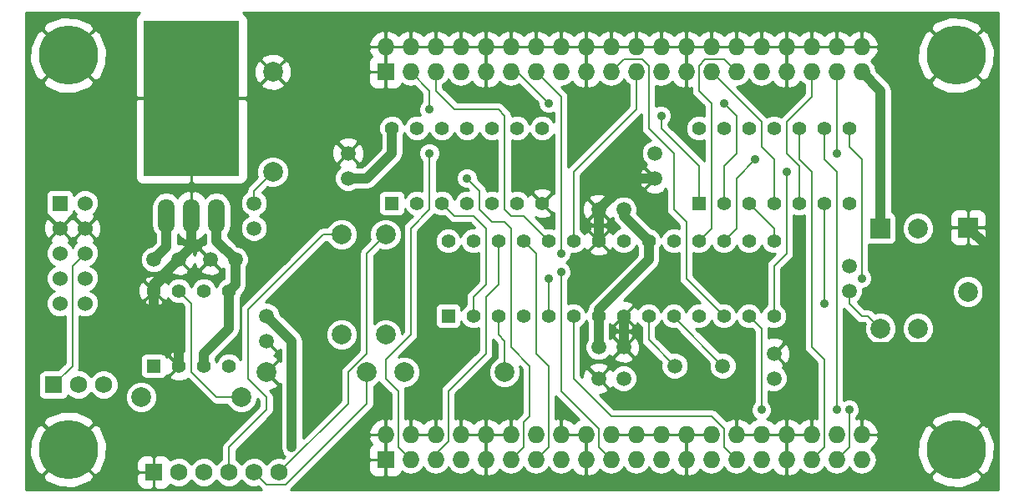
<source format=gtl>
%FSLAX34Y34*%
G04 Gerber Fmt 3.4, Leading zero omitted, Abs format*
G04 (created by PCBNEW (2014-jan-25)-product) date Sun 17 Aug 2014 06:32:25 PM PDT*
%MOIN*%
G01*
G70*
G90*
G04 APERTURE LIST*
%ADD10C,0.003937*%
%ADD11C,0.059100*%
%ADD12C,0.078700*%
%ADD13R,0.078700X0.078700*%
%ADD14C,0.236220*%
%ADD15R,0.068000X0.068000*%
%ADD16C,0.068000*%
%ADD17R,0.060000X0.060000*%
%ADD18C,0.060000*%
%ADD19R,0.055000X0.055000*%
%ADD20C,0.055000*%
%ADD21O,0.066900X0.137800*%
%ADD22R,0.380000X0.620000*%
%ADD23O,0.068000X0.068000*%
%ADD24C,0.035000*%
%ADD25C,0.008000*%
%ADD26C,0.040000*%
%ADD27C,0.010000*%
G04 APERTURE END LIST*
G54D10*
G54D11*
X48750Y-48250D03*
X48750Y-47250D03*
X63500Y-47500D03*
X62500Y-47500D03*
X49250Y-51750D03*
X49250Y-52750D03*
X72500Y-49750D03*
X72500Y-50750D03*
G54D12*
X73750Y-52250D03*
G54D13*
X73750Y-48250D03*
G54D14*
X41338Y-41338D03*
X76771Y-41338D03*
X41338Y-57086D03*
X76771Y-57086D03*
G54D15*
X40750Y-54500D03*
G54D16*
X41750Y-54500D03*
X42750Y-54500D03*
G54D17*
X41000Y-47250D03*
G54D18*
X42000Y-47250D03*
X41000Y-48250D03*
X42000Y-48250D03*
X41000Y-49250D03*
X42000Y-49250D03*
X41000Y-50250D03*
X42000Y-50250D03*
X41000Y-51250D03*
X42000Y-51250D03*
G54D15*
X44750Y-58000D03*
G54D16*
X45750Y-58000D03*
X46750Y-58000D03*
X47750Y-58000D03*
X48750Y-58000D03*
X49750Y-58000D03*
G54D12*
X49500Y-42000D03*
X49500Y-46000D03*
X54750Y-54000D03*
X58750Y-54000D03*
X49250Y-54000D03*
X53250Y-54000D03*
X52250Y-48500D03*
X52250Y-52500D03*
X54000Y-48500D03*
X54000Y-52500D03*
X48250Y-55000D03*
X44250Y-55000D03*
G54D13*
X77250Y-48220D03*
G54D12*
X77250Y-50780D03*
G54D19*
X54250Y-47250D03*
G54D20*
X55250Y-47250D03*
X56250Y-47250D03*
X57250Y-47250D03*
X58250Y-47250D03*
X59250Y-47250D03*
X60250Y-47250D03*
X60250Y-44250D03*
X59250Y-44250D03*
X58250Y-44250D03*
X57250Y-44250D03*
X56250Y-44250D03*
X55250Y-44250D03*
X54250Y-44250D03*
G54D21*
X46250Y-47750D03*
X45250Y-47750D03*
X47250Y-47750D03*
G54D22*
X46250Y-43050D03*
G54D19*
X44750Y-53750D03*
G54D20*
X45750Y-53750D03*
X46750Y-53750D03*
X47750Y-53750D03*
X47750Y-50750D03*
X46750Y-50750D03*
X45750Y-50750D03*
X44750Y-50750D03*
X57500Y-51750D03*
X58500Y-51750D03*
X59500Y-51750D03*
X60500Y-51750D03*
X61500Y-51750D03*
X62500Y-51750D03*
X63500Y-51750D03*
X64500Y-51750D03*
X65500Y-51750D03*
X66500Y-51750D03*
X67500Y-51750D03*
X68500Y-51750D03*
X69500Y-51750D03*
G54D19*
X56500Y-51750D03*
G54D20*
X69500Y-48750D03*
X68500Y-48750D03*
X67500Y-48750D03*
X66500Y-48750D03*
X65500Y-48750D03*
X64500Y-48750D03*
X63500Y-48750D03*
X62500Y-48750D03*
X61500Y-48750D03*
X60500Y-48750D03*
X59500Y-48750D03*
X58500Y-48750D03*
X57500Y-48750D03*
X56500Y-48750D03*
G54D19*
X66500Y-47250D03*
G54D20*
X67500Y-47250D03*
X68500Y-47250D03*
X69500Y-47250D03*
X70500Y-47250D03*
X71500Y-47250D03*
X72500Y-47250D03*
X72500Y-44250D03*
X71500Y-44250D03*
X70500Y-44250D03*
X69500Y-44250D03*
X68500Y-44250D03*
X67500Y-44250D03*
X66500Y-44250D03*
G54D11*
X65539Y-53750D03*
X67461Y-53750D03*
G54D15*
X54000Y-42000D03*
G54D23*
X54000Y-41000D03*
X55000Y-42000D03*
X55000Y-41000D03*
X56000Y-42000D03*
X56000Y-41000D03*
X57000Y-42000D03*
X57000Y-41000D03*
X58000Y-42000D03*
X58000Y-41000D03*
X59000Y-42000D03*
X59000Y-41000D03*
X60000Y-42000D03*
X60000Y-41000D03*
X61000Y-42000D03*
X61000Y-41000D03*
X62000Y-42000D03*
X62000Y-41000D03*
X63000Y-42000D03*
X63000Y-41000D03*
X64000Y-42000D03*
X64000Y-41000D03*
X65000Y-42000D03*
X65000Y-41000D03*
X66000Y-42000D03*
X66000Y-41000D03*
X67000Y-42000D03*
X67000Y-41000D03*
X68000Y-42000D03*
X68000Y-41000D03*
X69000Y-42000D03*
X69000Y-41000D03*
X70000Y-42000D03*
X70000Y-41000D03*
X71000Y-42000D03*
X71000Y-41000D03*
X72000Y-42000D03*
X72000Y-41000D03*
X73000Y-42000D03*
X73000Y-41000D03*
G54D15*
X54000Y-57500D03*
G54D23*
X54000Y-56500D03*
X55000Y-57500D03*
X55000Y-56500D03*
X56000Y-57500D03*
X56000Y-56500D03*
X57000Y-57500D03*
X57000Y-56500D03*
X58000Y-57500D03*
X58000Y-56500D03*
X59000Y-57500D03*
X59000Y-56500D03*
X60000Y-57500D03*
X60000Y-56500D03*
X61000Y-57500D03*
X61000Y-56500D03*
X62000Y-57500D03*
X62000Y-56500D03*
X63000Y-57500D03*
X63000Y-56500D03*
X64000Y-57500D03*
X64000Y-56500D03*
X65000Y-57500D03*
X65000Y-56500D03*
X66000Y-57500D03*
X66000Y-56500D03*
X67000Y-57500D03*
X67000Y-56500D03*
X68000Y-57500D03*
X68000Y-56500D03*
X69000Y-57500D03*
X69000Y-56500D03*
X70000Y-57500D03*
X70000Y-56500D03*
X71000Y-57500D03*
X71000Y-56500D03*
X72000Y-57500D03*
X72000Y-56500D03*
X73000Y-57500D03*
X73000Y-56500D03*
G54D11*
X63500Y-54250D03*
X62500Y-54250D03*
X44750Y-49500D03*
X45750Y-49500D03*
X69500Y-54250D03*
X69500Y-53250D03*
X48000Y-49500D03*
X47000Y-49500D03*
X62500Y-53000D03*
X63500Y-53000D03*
X52500Y-46250D03*
X52500Y-45250D03*
X64750Y-45250D03*
X64750Y-46250D03*
G54D12*
X75250Y-52250D03*
X75250Y-48250D03*
G54D24*
X72500Y-55500D03*
X60500Y-50250D03*
X73000Y-50250D03*
X71500Y-51250D03*
X69000Y-55500D03*
X72000Y-45250D03*
X70000Y-46000D03*
X61000Y-50000D03*
X68750Y-45500D03*
X61000Y-49250D03*
X68750Y-49750D03*
X70250Y-49750D03*
X70500Y-51750D03*
X72500Y-53000D03*
X50250Y-57000D03*
X65000Y-43750D03*
X55750Y-43500D03*
X67500Y-43250D03*
X60500Y-43250D03*
X55750Y-45250D03*
X57250Y-46250D03*
X72000Y-55500D03*
G54D25*
X72500Y-57000D02*
X72000Y-57500D01*
X72500Y-55500D02*
X72500Y-57000D01*
X72500Y-44250D02*
X72500Y-45000D01*
X60500Y-50250D02*
X60500Y-51750D01*
X73000Y-45500D02*
X73000Y-50250D01*
X72500Y-45000D02*
X73000Y-45500D01*
X61500Y-51750D02*
X61500Y-54250D01*
X67500Y-57000D02*
X68000Y-57500D01*
X67500Y-56250D02*
X67500Y-57000D01*
X67000Y-55750D02*
X67500Y-56250D01*
X63000Y-55750D02*
X67000Y-55750D01*
X61500Y-54250D02*
X63000Y-55750D01*
X71500Y-51250D02*
X71500Y-47250D01*
X66000Y-50250D02*
X66000Y-48000D01*
X65500Y-47500D02*
X65500Y-45250D01*
X66000Y-48000D02*
X65500Y-47500D01*
X67500Y-51750D02*
X66000Y-50250D01*
X63500Y-41500D02*
X63000Y-42000D01*
X64250Y-41500D02*
X63500Y-41500D01*
X64500Y-41750D02*
X64250Y-41500D01*
X64500Y-44250D02*
X64500Y-41750D01*
X65500Y-45250D02*
X64500Y-44250D01*
X68500Y-51750D02*
X69000Y-52250D01*
X69000Y-52250D02*
X69000Y-55500D01*
X69500Y-51750D02*
X69500Y-49750D01*
X72000Y-45250D02*
X72000Y-42000D01*
X70000Y-49250D02*
X70000Y-46000D01*
X69500Y-49750D02*
X70000Y-49250D01*
X69500Y-48750D02*
X69500Y-48250D01*
X69500Y-48250D02*
X68500Y-47250D01*
X63000Y-57500D02*
X62500Y-57000D01*
X61000Y-54750D02*
X61000Y-50000D01*
X62500Y-56250D02*
X61000Y-54750D01*
X62500Y-57000D02*
X62500Y-56250D01*
X67500Y-48750D02*
X68000Y-48250D01*
X68000Y-46250D02*
X68750Y-45500D01*
X68000Y-48250D02*
X68000Y-46250D01*
X66500Y-48750D02*
X67000Y-48250D01*
X67500Y-41500D02*
X68000Y-42000D01*
X66750Y-41500D02*
X67500Y-41500D01*
X66500Y-41750D02*
X66750Y-41500D01*
X66500Y-42750D02*
X66500Y-41750D01*
X67000Y-43250D02*
X66500Y-42750D01*
X67000Y-48250D02*
X67000Y-43250D01*
X61000Y-43000D02*
X60000Y-42000D01*
X61000Y-49250D02*
X61000Y-43000D01*
G54D26*
X77250Y-48220D02*
X78000Y-48970D01*
X70250Y-51500D02*
X70250Y-49750D01*
X70500Y-51750D02*
X70250Y-51500D01*
X76250Y-53000D02*
X72500Y-53000D01*
X78000Y-51250D02*
X76250Y-53000D01*
X78000Y-48970D02*
X78000Y-51250D01*
X62500Y-47500D02*
X63750Y-46250D01*
X63750Y-46250D02*
X64750Y-46250D01*
X63500Y-53000D02*
X63500Y-51750D01*
X62500Y-48750D02*
X62500Y-47500D01*
X45750Y-53750D02*
X45750Y-52750D01*
X44750Y-51750D02*
X44750Y-50750D01*
X45750Y-52750D02*
X44750Y-51750D01*
X44750Y-50750D02*
X44750Y-50500D01*
X44750Y-50500D02*
X45750Y-49500D01*
X45750Y-49500D02*
X46250Y-49000D01*
X46250Y-49000D02*
X46250Y-47750D01*
X48000Y-49500D02*
X47250Y-48750D01*
X47250Y-48750D02*
X47250Y-47750D01*
X47750Y-50750D02*
X48000Y-50500D01*
X48000Y-50500D02*
X48000Y-49500D01*
X62500Y-51750D02*
X62500Y-51500D01*
X62500Y-51500D02*
X64500Y-49500D01*
X64500Y-49500D02*
X64500Y-48750D01*
X62500Y-53000D02*
X62500Y-51750D01*
X50250Y-57000D02*
X50250Y-52750D01*
X50250Y-52750D02*
X49250Y-51750D01*
X73750Y-48250D02*
X73750Y-42750D01*
X73750Y-42750D02*
X73000Y-42000D01*
X64500Y-48750D02*
X63500Y-47750D01*
X63500Y-47750D02*
X63500Y-47500D01*
X52500Y-46250D02*
X53250Y-46250D01*
X53250Y-46250D02*
X54250Y-45250D01*
X54250Y-45250D02*
X54250Y-44250D01*
X46750Y-53750D02*
X46750Y-53250D01*
X47750Y-52250D02*
X47750Y-50750D01*
X46750Y-53250D02*
X47750Y-52250D01*
G54D25*
X73750Y-52250D02*
X73250Y-51750D01*
X72500Y-51250D02*
X72500Y-50750D01*
X73000Y-51750D02*
X72500Y-51250D01*
X73250Y-51750D02*
X73000Y-51750D01*
X48250Y-55000D02*
X47250Y-55000D01*
X46250Y-51250D02*
X45750Y-50750D01*
X46250Y-54000D02*
X46250Y-51250D01*
X47250Y-55000D02*
X46250Y-54000D01*
X47750Y-58000D02*
X47750Y-57000D01*
X51500Y-48500D02*
X52250Y-48500D01*
X48500Y-51500D02*
X51500Y-48500D01*
X48500Y-54250D02*
X48500Y-51500D01*
X49250Y-55000D02*
X48500Y-54250D01*
X49250Y-55500D02*
X49250Y-55000D01*
X47750Y-57000D02*
X49250Y-55500D01*
X48750Y-58000D02*
X49250Y-58500D01*
X53250Y-55250D02*
X53250Y-54000D01*
X50000Y-58500D02*
X53250Y-55250D01*
X49250Y-58500D02*
X50000Y-58500D01*
X49750Y-58000D02*
X52500Y-55250D01*
X53250Y-49250D02*
X54000Y-48500D01*
X53250Y-53250D02*
X53250Y-49250D01*
X52500Y-54000D02*
X53250Y-53250D01*
X52500Y-55250D02*
X52500Y-54000D01*
X58750Y-54000D02*
X58750Y-52750D01*
X58500Y-52500D02*
X58500Y-52000D01*
X58750Y-52750D02*
X58500Y-52500D01*
X58500Y-52000D02*
X58500Y-51750D01*
X57500Y-51750D02*
X57500Y-51000D01*
X56750Y-47750D02*
X56250Y-47250D01*
X57500Y-47750D02*
X56750Y-47750D01*
X58000Y-48250D02*
X57500Y-47750D01*
X58000Y-50500D02*
X58000Y-48250D01*
X57500Y-51000D02*
X58000Y-50500D01*
G54D26*
X44750Y-49500D02*
X45250Y-49000D01*
X45250Y-49000D02*
X45250Y-47750D01*
G54D25*
X65539Y-53750D02*
X64500Y-52711D01*
X64500Y-52711D02*
X64500Y-51750D01*
X67461Y-53750D02*
X65500Y-51789D01*
X65500Y-51789D02*
X65500Y-51750D01*
X48750Y-47250D02*
X48750Y-46750D01*
X48750Y-46750D02*
X49500Y-46000D01*
X40750Y-54500D02*
X41500Y-53750D01*
X41500Y-49750D02*
X42000Y-49250D01*
X41500Y-53750D02*
X41500Y-49750D01*
X55750Y-43500D02*
X55750Y-42750D01*
X55750Y-42750D02*
X55000Y-42000D01*
X66500Y-45750D02*
X65000Y-44250D01*
X65000Y-44250D02*
X65000Y-43750D01*
X66500Y-47250D02*
X66500Y-45750D01*
X58750Y-47500D02*
X58750Y-43750D01*
X58500Y-43500D02*
X56750Y-43500D01*
X58750Y-43750D02*
X58500Y-43500D01*
X60500Y-48750D02*
X59500Y-47750D01*
X56000Y-42750D02*
X56000Y-42000D01*
X56750Y-43500D02*
X56000Y-42750D01*
X59000Y-47750D02*
X58750Y-47500D01*
X59500Y-47750D02*
X59000Y-47750D01*
X60500Y-43250D02*
X59250Y-42000D01*
X59250Y-42000D02*
X59000Y-42000D01*
X67500Y-47250D02*
X67500Y-45750D01*
X68000Y-43750D02*
X67500Y-43250D01*
X68000Y-45250D02*
X68000Y-43750D01*
X67500Y-45750D02*
X68000Y-45250D01*
X61500Y-48750D02*
X61500Y-46000D01*
X64000Y-43500D02*
X64000Y-42000D01*
X61500Y-46000D02*
X64000Y-43500D01*
X69500Y-47250D02*
X69500Y-45500D01*
X69000Y-44000D02*
X67000Y-42000D01*
X69000Y-45000D02*
X69000Y-44000D01*
X69500Y-45500D02*
X69000Y-45000D01*
X71000Y-42000D02*
X71000Y-43000D01*
X71000Y-43000D02*
X70000Y-44000D01*
X70500Y-47250D02*
X70500Y-45750D01*
X70000Y-45250D02*
X70000Y-44000D01*
X70500Y-45750D02*
X70000Y-45250D01*
X55000Y-57500D02*
X54500Y-57000D01*
X55000Y-48250D02*
X55750Y-47500D01*
X55000Y-52500D02*
X55000Y-48250D01*
X54000Y-53500D02*
X55000Y-52500D01*
X54000Y-54250D02*
X54000Y-53500D01*
X54500Y-54750D02*
X54000Y-54250D01*
X54500Y-57000D02*
X54500Y-54750D01*
X55750Y-45250D02*
X55750Y-47500D01*
X56000Y-57500D02*
X56000Y-57250D01*
X56000Y-57250D02*
X56500Y-56750D01*
X56500Y-56750D02*
X56500Y-54750D01*
X56500Y-54750D02*
X58000Y-53250D01*
X58000Y-53250D02*
X58000Y-51000D01*
X58000Y-51000D02*
X58500Y-50500D01*
X58500Y-50500D02*
X58500Y-48750D01*
X59500Y-57000D02*
X59000Y-57500D01*
X59500Y-56000D02*
X59500Y-57000D01*
X59750Y-55750D02*
X59500Y-56000D01*
X59750Y-53750D02*
X59750Y-55750D01*
X59000Y-53000D02*
X59750Y-53750D01*
X59000Y-48250D02*
X59000Y-53000D01*
X58750Y-48000D02*
X59000Y-48250D01*
X58250Y-48000D02*
X58750Y-48000D01*
X57750Y-47500D02*
X58250Y-48000D01*
X57750Y-46750D02*
X57750Y-47500D01*
X57250Y-46250D02*
X57750Y-46750D01*
X60000Y-57500D02*
X60500Y-57000D01*
X60000Y-49250D02*
X59500Y-48750D01*
X60000Y-53250D02*
X60000Y-49250D01*
X60500Y-53750D02*
X60000Y-53250D01*
X60500Y-57000D02*
X60500Y-53750D01*
X71500Y-45500D02*
X71500Y-44250D01*
X72000Y-46000D02*
X71500Y-45500D01*
X72000Y-55500D02*
X72000Y-46000D01*
X71000Y-57500D02*
X71500Y-57000D01*
X70500Y-45500D02*
X70500Y-44250D01*
X71000Y-46000D02*
X70500Y-45500D01*
X71000Y-53000D02*
X71000Y-46000D01*
X71500Y-53500D02*
X71000Y-53000D01*
X71500Y-57000D02*
X71500Y-53500D01*
G54D27*
G36*
X49985Y-57354D02*
X49911Y-57428D01*
X49867Y-57410D01*
X49633Y-57409D01*
X49416Y-57499D01*
X49250Y-57665D01*
X49249Y-57665D01*
X49084Y-57500D01*
X48867Y-57410D01*
X48633Y-57409D01*
X48416Y-57499D01*
X48250Y-57665D01*
X48249Y-57665D01*
X48084Y-57500D01*
X48040Y-57481D01*
X48040Y-57120D01*
X49455Y-55705D01*
X49517Y-55610D01*
X49517Y-55610D01*
X49540Y-55500D01*
X49540Y-55000D01*
X49517Y-54889D01*
X49517Y-54889D01*
X49455Y-54794D01*
X49399Y-54739D01*
X49654Y-54641D01*
X49687Y-54619D01*
X49717Y-54481D01*
X49250Y-54014D01*
X49244Y-54019D01*
X49230Y-54005D01*
X49235Y-54000D01*
X49230Y-53994D01*
X49244Y-53980D01*
X49250Y-53985D01*
X49717Y-53518D01*
X49687Y-53380D01*
X49557Y-53323D01*
X49602Y-53305D01*
X49628Y-53288D01*
X49646Y-53160D01*
X49250Y-52764D01*
X49244Y-52769D01*
X49230Y-52755D01*
X49235Y-52750D01*
X49230Y-52744D01*
X49244Y-52730D01*
X49250Y-52735D01*
X49255Y-52730D01*
X49269Y-52744D01*
X49264Y-52750D01*
X49660Y-53146D01*
X49788Y-53128D01*
X49800Y-53102D01*
X49800Y-53547D01*
X49731Y-53532D01*
X49264Y-54000D01*
X49731Y-54467D01*
X49800Y-54452D01*
X49800Y-57000D01*
X49834Y-57172D01*
X49931Y-57318D01*
X49985Y-57354D01*
X49985Y-57354D01*
G37*
X49985Y-57354D02*
X49911Y-57428D01*
X49867Y-57410D01*
X49633Y-57409D01*
X49416Y-57499D01*
X49250Y-57665D01*
X49249Y-57665D01*
X49084Y-57500D01*
X48867Y-57410D01*
X48633Y-57409D01*
X48416Y-57499D01*
X48250Y-57665D01*
X48249Y-57665D01*
X48084Y-57500D01*
X48040Y-57481D01*
X48040Y-57120D01*
X49455Y-55705D01*
X49517Y-55610D01*
X49517Y-55610D01*
X49540Y-55500D01*
X49540Y-55000D01*
X49517Y-54889D01*
X49517Y-54889D01*
X49455Y-54794D01*
X49399Y-54739D01*
X49654Y-54641D01*
X49687Y-54619D01*
X49717Y-54481D01*
X49250Y-54014D01*
X49244Y-54019D01*
X49230Y-54005D01*
X49235Y-54000D01*
X49230Y-53994D01*
X49244Y-53980D01*
X49250Y-53985D01*
X49717Y-53518D01*
X49687Y-53380D01*
X49557Y-53323D01*
X49602Y-53305D01*
X49628Y-53288D01*
X49646Y-53160D01*
X49250Y-52764D01*
X49244Y-52769D01*
X49230Y-52755D01*
X49235Y-52750D01*
X49230Y-52744D01*
X49244Y-52730D01*
X49250Y-52735D01*
X49255Y-52730D01*
X49269Y-52744D01*
X49264Y-52750D01*
X49660Y-53146D01*
X49788Y-53128D01*
X49800Y-53102D01*
X49800Y-53547D01*
X49731Y-53532D01*
X49264Y-54000D01*
X49731Y-54467D01*
X49800Y-54452D01*
X49800Y-57000D01*
X49834Y-57172D01*
X49931Y-57318D01*
X49985Y-57354D01*
G36*
X57710Y-53129D02*
X56294Y-54544D01*
X56232Y-54639D01*
X56210Y-54750D01*
X56210Y-55855D01*
X56117Y-55820D01*
X56010Y-55897D01*
X56010Y-56490D01*
X56017Y-56490D01*
X56017Y-56510D01*
X56010Y-56510D01*
X56010Y-56517D01*
X55990Y-56517D01*
X55990Y-56510D01*
X55990Y-56490D01*
X55990Y-55897D01*
X55882Y-55820D01*
X55630Y-55916D01*
X55500Y-56041D01*
X55369Y-55916D01*
X55117Y-55820D01*
X55010Y-55897D01*
X55010Y-56490D01*
X55397Y-56490D01*
X55602Y-56490D01*
X55990Y-56490D01*
X55990Y-56510D01*
X55602Y-56510D01*
X55397Y-56510D01*
X55010Y-56510D01*
X55010Y-56517D01*
X54990Y-56517D01*
X54990Y-56510D01*
X54982Y-56510D01*
X54982Y-56490D01*
X54990Y-56490D01*
X54990Y-55897D01*
X54882Y-55820D01*
X54790Y-55855D01*
X54790Y-54750D01*
X54768Y-54643D01*
X54877Y-54643D01*
X55114Y-54545D01*
X55295Y-54364D01*
X55393Y-54128D01*
X55393Y-53872D01*
X55295Y-53635D01*
X55114Y-53454D01*
X54878Y-53356D01*
X54622Y-53356D01*
X54505Y-53404D01*
X55205Y-52705D01*
X55267Y-52610D01*
X55290Y-52500D01*
X55290Y-48370D01*
X55955Y-47705D01*
X55959Y-47697D01*
X56145Y-47774D01*
X56353Y-47775D01*
X56361Y-47771D01*
X56544Y-47955D01*
X56639Y-48017D01*
X56750Y-48040D01*
X57379Y-48040D01*
X57564Y-48225D01*
X57396Y-48224D01*
X57203Y-48304D01*
X57055Y-48452D01*
X56999Y-48585D01*
X56945Y-48453D01*
X56797Y-48305D01*
X56604Y-48225D01*
X56396Y-48224D01*
X56203Y-48304D01*
X56055Y-48452D01*
X55975Y-48645D01*
X55974Y-48853D01*
X56054Y-49047D01*
X56202Y-49194D01*
X56395Y-49274D01*
X56603Y-49275D01*
X56797Y-49195D01*
X56944Y-49047D01*
X57000Y-48914D01*
X57054Y-49047D01*
X57202Y-49194D01*
X57395Y-49274D01*
X57603Y-49275D01*
X57710Y-49231D01*
X57710Y-50379D01*
X57294Y-50794D01*
X57232Y-50889D01*
X57210Y-51000D01*
X57210Y-51301D01*
X57203Y-51304D01*
X57055Y-51452D01*
X57025Y-51524D01*
X57025Y-51425D01*
X56986Y-51333D01*
X56916Y-51263D01*
X56824Y-51225D01*
X56725Y-51225D01*
X56175Y-51225D01*
X56083Y-51263D01*
X56013Y-51333D01*
X55975Y-51425D01*
X55975Y-51524D01*
X55975Y-52074D01*
X56013Y-52166D01*
X56083Y-52236D01*
X56175Y-52275D01*
X56274Y-52275D01*
X56824Y-52275D01*
X56916Y-52236D01*
X56986Y-52166D01*
X57025Y-52074D01*
X57025Y-51975D01*
X57025Y-51975D01*
X57054Y-52047D01*
X57202Y-52194D01*
X57395Y-52274D01*
X57603Y-52275D01*
X57710Y-52231D01*
X57710Y-53129D01*
X57710Y-53129D01*
G37*
X57710Y-53129D02*
X56294Y-54544D01*
X56232Y-54639D01*
X56210Y-54750D01*
X56210Y-55855D01*
X56117Y-55820D01*
X56010Y-55897D01*
X56010Y-56490D01*
X56017Y-56490D01*
X56017Y-56510D01*
X56010Y-56510D01*
X56010Y-56517D01*
X55990Y-56517D01*
X55990Y-56510D01*
X55990Y-56490D01*
X55990Y-55897D01*
X55882Y-55820D01*
X55630Y-55916D01*
X55500Y-56041D01*
X55369Y-55916D01*
X55117Y-55820D01*
X55010Y-55897D01*
X55010Y-56490D01*
X55397Y-56490D01*
X55602Y-56490D01*
X55990Y-56490D01*
X55990Y-56510D01*
X55602Y-56510D01*
X55397Y-56510D01*
X55010Y-56510D01*
X55010Y-56517D01*
X54990Y-56517D01*
X54990Y-56510D01*
X54982Y-56510D01*
X54982Y-56490D01*
X54990Y-56490D01*
X54990Y-55897D01*
X54882Y-55820D01*
X54790Y-55855D01*
X54790Y-54750D01*
X54768Y-54643D01*
X54877Y-54643D01*
X55114Y-54545D01*
X55295Y-54364D01*
X55393Y-54128D01*
X55393Y-53872D01*
X55295Y-53635D01*
X55114Y-53454D01*
X54878Y-53356D01*
X54622Y-53356D01*
X54505Y-53404D01*
X55205Y-52705D01*
X55267Y-52610D01*
X55290Y-52500D01*
X55290Y-48370D01*
X55955Y-47705D01*
X55959Y-47697D01*
X56145Y-47774D01*
X56353Y-47775D01*
X56361Y-47771D01*
X56544Y-47955D01*
X56639Y-48017D01*
X56750Y-48040D01*
X57379Y-48040D01*
X57564Y-48225D01*
X57396Y-48224D01*
X57203Y-48304D01*
X57055Y-48452D01*
X56999Y-48585D01*
X56945Y-48453D01*
X56797Y-48305D01*
X56604Y-48225D01*
X56396Y-48224D01*
X56203Y-48304D01*
X56055Y-48452D01*
X55975Y-48645D01*
X55974Y-48853D01*
X56054Y-49047D01*
X56202Y-49194D01*
X56395Y-49274D01*
X56603Y-49275D01*
X56797Y-49195D01*
X56944Y-49047D01*
X57000Y-48914D01*
X57054Y-49047D01*
X57202Y-49194D01*
X57395Y-49274D01*
X57603Y-49275D01*
X57710Y-49231D01*
X57710Y-50379D01*
X57294Y-50794D01*
X57232Y-50889D01*
X57210Y-51000D01*
X57210Y-51301D01*
X57203Y-51304D01*
X57055Y-51452D01*
X57025Y-51524D01*
X57025Y-51425D01*
X56986Y-51333D01*
X56916Y-51263D01*
X56824Y-51225D01*
X56725Y-51225D01*
X56175Y-51225D01*
X56083Y-51263D01*
X56013Y-51333D01*
X55975Y-51425D01*
X55975Y-51524D01*
X55975Y-52074D01*
X56013Y-52166D01*
X56083Y-52236D01*
X56175Y-52275D01*
X56274Y-52275D01*
X56824Y-52275D01*
X56916Y-52236D01*
X56986Y-52166D01*
X57025Y-52074D01*
X57025Y-51975D01*
X57025Y-51975D01*
X57054Y-52047D01*
X57202Y-52194D01*
X57395Y-52274D01*
X57603Y-52275D01*
X57710Y-52231D01*
X57710Y-53129D01*
G36*
X60017Y-56510D02*
X60010Y-56510D01*
X60010Y-56517D01*
X59990Y-56517D01*
X59990Y-56510D01*
X59982Y-56510D01*
X59982Y-56490D01*
X59990Y-56490D01*
X59990Y-56482D01*
X60010Y-56482D01*
X60010Y-56490D01*
X60017Y-56490D01*
X60017Y-56510D01*
X60017Y-56510D01*
G37*
X60017Y-56510D02*
X60010Y-56510D01*
X60010Y-56517D01*
X59990Y-56517D01*
X59990Y-56510D01*
X59982Y-56510D01*
X59982Y-56490D01*
X59990Y-56490D01*
X59990Y-56482D01*
X60010Y-56482D01*
X60010Y-56490D01*
X60017Y-56490D01*
X60017Y-56510D01*
G36*
X60710Y-48268D02*
X60604Y-48225D01*
X60396Y-48224D01*
X60388Y-48228D01*
X59969Y-47809D01*
X60110Y-47871D01*
X60359Y-47877D01*
X60591Y-47788D01*
X60616Y-47771D01*
X60631Y-47645D01*
X60250Y-47264D01*
X60244Y-47269D01*
X60230Y-47255D01*
X60235Y-47250D01*
X59854Y-46868D01*
X59728Y-46883D01*
X59696Y-46956D01*
X59695Y-46953D01*
X59547Y-46805D01*
X59354Y-46725D01*
X59146Y-46724D01*
X59040Y-46768D01*
X59040Y-44731D01*
X59145Y-44774D01*
X59353Y-44775D01*
X59547Y-44695D01*
X59694Y-44547D01*
X59750Y-44414D01*
X59804Y-44547D01*
X59952Y-44694D01*
X60145Y-44774D01*
X60353Y-44775D01*
X60547Y-44695D01*
X60694Y-44547D01*
X60710Y-44511D01*
X60710Y-46876D01*
X60645Y-46868D01*
X60631Y-46882D01*
X60631Y-46854D01*
X60616Y-46728D01*
X60389Y-46628D01*
X60140Y-46622D01*
X59908Y-46711D01*
X59883Y-46728D01*
X59868Y-46854D01*
X60250Y-47235D01*
X60631Y-46854D01*
X60631Y-46882D01*
X60264Y-47250D01*
X60645Y-47631D01*
X60710Y-47623D01*
X60710Y-48268D01*
X60710Y-48268D01*
G37*
X60710Y-48268D02*
X60604Y-48225D01*
X60396Y-48224D01*
X60388Y-48228D01*
X59969Y-47809D01*
X60110Y-47871D01*
X60359Y-47877D01*
X60591Y-47788D01*
X60616Y-47771D01*
X60631Y-47645D01*
X60250Y-47264D01*
X60244Y-47269D01*
X60230Y-47255D01*
X60235Y-47250D01*
X59854Y-46868D01*
X59728Y-46883D01*
X59696Y-46956D01*
X59695Y-46953D01*
X59547Y-46805D01*
X59354Y-46725D01*
X59146Y-46724D01*
X59040Y-46768D01*
X59040Y-44731D01*
X59145Y-44774D01*
X59353Y-44775D01*
X59547Y-44695D01*
X59694Y-44547D01*
X59750Y-44414D01*
X59804Y-44547D01*
X59952Y-44694D01*
X60145Y-44774D01*
X60353Y-44775D01*
X60547Y-44695D01*
X60694Y-44547D01*
X60710Y-44511D01*
X60710Y-46876D01*
X60645Y-46868D01*
X60631Y-46882D01*
X60631Y-46854D01*
X60616Y-46728D01*
X60389Y-46628D01*
X60140Y-46622D01*
X59908Y-46711D01*
X59883Y-46728D01*
X59868Y-46854D01*
X60250Y-47235D01*
X60631Y-46854D01*
X60631Y-46882D01*
X60264Y-47250D01*
X60645Y-47631D01*
X60710Y-47623D01*
X60710Y-48268D01*
G36*
X65710Y-48268D02*
X65604Y-48225D01*
X65396Y-48224D01*
X65203Y-48304D01*
X65146Y-48361D01*
X65055Y-48452D01*
X64999Y-48585D01*
X64945Y-48453D01*
X64797Y-48305D01*
X64616Y-48229D01*
X64030Y-47644D01*
X64045Y-47608D01*
X64045Y-47391D01*
X63962Y-47191D01*
X63809Y-47037D01*
X63608Y-46954D01*
X63391Y-46954D01*
X63191Y-47037D01*
X63062Y-47165D01*
X63055Y-47147D01*
X63038Y-47121D01*
X62910Y-47103D01*
X62896Y-47117D01*
X62896Y-47089D01*
X62878Y-46961D01*
X62643Y-46857D01*
X62387Y-46851D01*
X62147Y-46944D01*
X62121Y-46961D01*
X62103Y-47089D01*
X62500Y-47485D01*
X62896Y-47089D01*
X62896Y-47117D01*
X62514Y-47500D01*
X62910Y-47896D01*
X63038Y-47878D01*
X63059Y-47830D01*
X63067Y-47839D01*
X63084Y-47922D01*
X63181Y-48068D01*
X63355Y-48241D01*
X63203Y-48304D01*
X63055Y-48452D01*
X63055Y-48452D01*
X63038Y-48408D01*
X63021Y-48383D01*
X62896Y-48368D01*
X62896Y-47910D01*
X62500Y-47514D01*
X62485Y-47528D01*
X62485Y-47500D01*
X62089Y-47103D01*
X61961Y-47121D01*
X61857Y-47356D01*
X61851Y-47612D01*
X61944Y-47852D01*
X61961Y-47878D01*
X62089Y-47896D01*
X62485Y-47500D01*
X62485Y-47528D01*
X62103Y-47910D01*
X62121Y-48038D01*
X62348Y-48138D01*
X62158Y-48211D01*
X62133Y-48228D01*
X62118Y-48354D01*
X62500Y-48735D01*
X62881Y-48354D01*
X62866Y-48228D01*
X62651Y-48133D01*
X62852Y-48055D01*
X62878Y-48038D01*
X62896Y-47910D01*
X62896Y-48368D01*
X62895Y-48368D01*
X62514Y-48750D01*
X62895Y-49131D01*
X63021Y-49116D01*
X63053Y-49043D01*
X63054Y-49047D01*
X63202Y-49194D01*
X63395Y-49274D01*
X63603Y-49275D01*
X63797Y-49195D01*
X63944Y-49047D01*
X64000Y-48914D01*
X64050Y-49035D01*
X64050Y-49313D01*
X62881Y-50482D01*
X62881Y-49145D01*
X62500Y-48764D01*
X62118Y-49145D01*
X62133Y-49271D01*
X62360Y-49371D01*
X62609Y-49377D01*
X62841Y-49288D01*
X62866Y-49271D01*
X62881Y-49145D01*
X62881Y-50482D01*
X62181Y-51181D01*
X62084Y-51327D01*
X62060Y-51446D01*
X62055Y-51452D01*
X61999Y-51585D01*
X61945Y-51453D01*
X61797Y-51305D01*
X61604Y-51225D01*
X61396Y-51224D01*
X61290Y-51268D01*
X61290Y-50311D01*
X61360Y-50241D01*
X61424Y-50084D01*
X61425Y-49915D01*
X61360Y-49759D01*
X61241Y-49639D01*
X61205Y-49625D01*
X61240Y-49610D01*
X61360Y-49491D01*
X61424Y-49334D01*
X61424Y-49274D01*
X61603Y-49275D01*
X61797Y-49195D01*
X61944Y-49047D01*
X61944Y-49047D01*
X61961Y-49091D01*
X61978Y-49116D01*
X62104Y-49131D01*
X62485Y-48750D01*
X62104Y-48368D01*
X61978Y-48383D01*
X61946Y-48456D01*
X61945Y-48453D01*
X61797Y-48305D01*
X61790Y-48301D01*
X61790Y-46120D01*
X64205Y-43705D01*
X64210Y-43697D01*
X64210Y-44250D01*
X64232Y-44360D01*
X64294Y-44455D01*
X64572Y-44732D01*
X64441Y-44787D01*
X64287Y-44940D01*
X64204Y-45141D01*
X64204Y-45358D01*
X64287Y-45558D01*
X64415Y-45687D01*
X64397Y-45694D01*
X64371Y-45711D01*
X64353Y-45839D01*
X64750Y-46235D01*
X64755Y-46230D01*
X64769Y-46244D01*
X64764Y-46250D01*
X64769Y-46255D01*
X64755Y-46269D01*
X64750Y-46264D01*
X64735Y-46278D01*
X64735Y-46250D01*
X64339Y-45853D01*
X64211Y-45871D01*
X64107Y-46106D01*
X64101Y-46362D01*
X64194Y-46602D01*
X64211Y-46628D01*
X64339Y-46646D01*
X64735Y-46250D01*
X64735Y-46278D01*
X64353Y-46660D01*
X64371Y-46788D01*
X64606Y-46892D01*
X64862Y-46898D01*
X65102Y-46805D01*
X65128Y-46788D01*
X65146Y-46660D01*
X65146Y-46660D01*
X65207Y-46721D01*
X65210Y-46719D01*
X65210Y-47500D01*
X65232Y-47610D01*
X65294Y-47705D01*
X65710Y-48120D01*
X65710Y-48268D01*
X65710Y-48268D01*
G37*
X65710Y-48268D02*
X65604Y-48225D01*
X65396Y-48224D01*
X65203Y-48304D01*
X65146Y-48361D01*
X65055Y-48452D01*
X64999Y-48585D01*
X64945Y-48453D01*
X64797Y-48305D01*
X64616Y-48229D01*
X64030Y-47644D01*
X64045Y-47608D01*
X64045Y-47391D01*
X63962Y-47191D01*
X63809Y-47037D01*
X63608Y-46954D01*
X63391Y-46954D01*
X63191Y-47037D01*
X63062Y-47165D01*
X63055Y-47147D01*
X63038Y-47121D01*
X62910Y-47103D01*
X62896Y-47117D01*
X62896Y-47089D01*
X62878Y-46961D01*
X62643Y-46857D01*
X62387Y-46851D01*
X62147Y-46944D01*
X62121Y-46961D01*
X62103Y-47089D01*
X62500Y-47485D01*
X62896Y-47089D01*
X62896Y-47117D01*
X62514Y-47500D01*
X62910Y-47896D01*
X63038Y-47878D01*
X63059Y-47830D01*
X63067Y-47839D01*
X63084Y-47922D01*
X63181Y-48068D01*
X63355Y-48241D01*
X63203Y-48304D01*
X63055Y-48452D01*
X63055Y-48452D01*
X63038Y-48408D01*
X63021Y-48383D01*
X62896Y-48368D01*
X62896Y-47910D01*
X62500Y-47514D01*
X62485Y-47528D01*
X62485Y-47500D01*
X62089Y-47103D01*
X61961Y-47121D01*
X61857Y-47356D01*
X61851Y-47612D01*
X61944Y-47852D01*
X61961Y-47878D01*
X62089Y-47896D01*
X62485Y-47500D01*
X62485Y-47528D01*
X62103Y-47910D01*
X62121Y-48038D01*
X62348Y-48138D01*
X62158Y-48211D01*
X62133Y-48228D01*
X62118Y-48354D01*
X62500Y-48735D01*
X62881Y-48354D01*
X62866Y-48228D01*
X62651Y-48133D01*
X62852Y-48055D01*
X62878Y-48038D01*
X62896Y-47910D01*
X62896Y-48368D01*
X62895Y-48368D01*
X62514Y-48750D01*
X62895Y-49131D01*
X63021Y-49116D01*
X63053Y-49043D01*
X63054Y-49047D01*
X63202Y-49194D01*
X63395Y-49274D01*
X63603Y-49275D01*
X63797Y-49195D01*
X63944Y-49047D01*
X64000Y-48914D01*
X64050Y-49035D01*
X64050Y-49313D01*
X62881Y-50482D01*
X62881Y-49145D01*
X62500Y-48764D01*
X62118Y-49145D01*
X62133Y-49271D01*
X62360Y-49371D01*
X62609Y-49377D01*
X62841Y-49288D01*
X62866Y-49271D01*
X62881Y-49145D01*
X62881Y-50482D01*
X62181Y-51181D01*
X62084Y-51327D01*
X62060Y-51446D01*
X62055Y-51452D01*
X61999Y-51585D01*
X61945Y-51453D01*
X61797Y-51305D01*
X61604Y-51225D01*
X61396Y-51224D01*
X61290Y-51268D01*
X61290Y-50311D01*
X61360Y-50241D01*
X61424Y-50084D01*
X61425Y-49915D01*
X61360Y-49759D01*
X61241Y-49639D01*
X61205Y-49625D01*
X61240Y-49610D01*
X61360Y-49491D01*
X61424Y-49334D01*
X61424Y-49274D01*
X61603Y-49275D01*
X61797Y-49195D01*
X61944Y-49047D01*
X61944Y-49047D01*
X61961Y-49091D01*
X61978Y-49116D01*
X62104Y-49131D01*
X62485Y-48750D01*
X62104Y-48368D01*
X61978Y-48383D01*
X61946Y-48456D01*
X61945Y-48453D01*
X61797Y-48305D01*
X61790Y-48301D01*
X61790Y-46120D01*
X64205Y-43705D01*
X64210Y-43697D01*
X64210Y-44250D01*
X64232Y-44360D01*
X64294Y-44455D01*
X64572Y-44732D01*
X64441Y-44787D01*
X64287Y-44940D01*
X64204Y-45141D01*
X64204Y-45358D01*
X64287Y-45558D01*
X64415Y-45687D01*
X64397Y-45694D01*
X64371Y-45711D01*
X64353Y-45839D01*
X64750Y-46235D01*
X64755Y-46230D01*
X64769Y-46244D01*
X64764Y-46250D01*
X64769Y-46255D01*
X64755Y-46269D01*
X64750Y-46264D01*
X64735Y-46278D01*
X64735Y-46250D01*
X64339Y-45853D01*
X64211Y-45871D01*
X64107Y-46106D01*
X64101Y-46362D01*
X64194Y-46602D01*
X64211Y-46628D01*
X64339Y-46646D01*
X64735Y-46250D01*
X64735Y-46278D01*
X64353Y-46660D01*
X64371Y-46788D01*
X64606Y-46892D01*
X64862Y-46898D01*
X65102Y-46805D01*
X65128Y-46788D01*
X65146Y-46660D01*
X65146Y-46660D01*
X65207Y-46721D01*
X65210Y-46719D01*
X65210Y-47500D01*
X65232Y-47610D01*
X65294Y-47705D01*
X65710Y-48120D01*
X65710Y-48268D01*
G36*
X69564Y-49275D02*
X69294Y-49544D01*
X69232Y-49639D01*
X69210Y-49750D01*
X69210Y-51301D01*
X69203Y-51304D01*
X69055Y-51452D01*
X68999Y-51585D01*
X68945Y-51453D01*
X68797Y-51305D01*
X68604Y-51225D01*
X68396Y-51224D01*
X68203Y-51304D01*
X68055Y-51452D01*
X67999Y-51585D01*
X67945Y-51453D01*
X67797Y-51305D01*
X67604Y-51225D01*
X67396Y-51224D01*
X67388Y-51228D01*
X66290Y-50129D01*
X66290Y-49231D01*
X66395Y-49274D01*
X66603Y-49275D01*
X66797Y-49195D01*
X66944Y-49047D01*
X67000Y-48914D01*
X67054Y-49047D01*
X67202Y-49194D01*
X67395Y-49274D01*
X67603Y-49275D01*
X67797Y-49195D01*
X67944Y-49047D01*
X68000Y-48914D01*
X68054Y-49047D01*
X68202Y-49194D01*
X68395Y-49274D01*
X68603Y-49275D01*
X68797Y-49195D01*
X68944Y-49047D01*
X69000Y-48914D01*
X69054Y-49047D01*
X69202Y-49194D01*
X69395Y-49274D01*
X69564Y-49275D01*
X69564Y-49275D01*
G37*
X69564Y-49275D02*
X69294Y-49544D01*
X69232Y-49639D01*
X69210Y-49750D01*
X69210Y-51301D01*
X69203Y-51304D01*
X69055Y-51452D01*
X68999Y-51585D01*
X68945Y-51453D01*
X68797Y-51305D01*
X68604Y-51225D01*
X68396Y-51224D01*
X68203Y-51304D01*
X68055Y-51452D01*
X67999Y-51585D01*
X67945Y-51453D01*
X67797Y-51305D01*
X67604Y-51225D01*
X67396Y-51224D01*
X67388Y-51228D01*
X66290Y-50129D01*
X66290Y-49231D01*
X66395Y-49274D01*
X66603Y-49275D01*
X66797Y-49195D01*
X66944Y-49047D01*
X67000Y-48914D01*
X67054Y-49047D01*
X67202Y-49194D01*
X67395Y-49274D01*
X67603Y-49275D01*
X67797Y-49195D01*
X67944Y-49047D01*
X68000Y-48914D01*
X68054Y-49047D01*
X68202Y-49194D01*
X68395Y-49274D01*
X68603Y-49275D01*
X68797Y-49195D01*
X68944Y-49047D01*
X69000Y-48914D01*
X69054Y-49047D01*
X69202Y-49194D01*
X69395Y-49274D01*
X69564Y-49275D01*
G36*
X72017Y-56510D02*
X72010Y-56510D01*
X72010Y-56517D01*
X71990Y-56517D01*
X71990Y-56510D01*
X71982Y-56510D01*
X71982Y-56490D01*
X71990Y-56490D01*
X71990Y-56482D01*
X72010Y-56482D01*
X72010Y-56490D01*
X72017Y-56490D01*
X72017Y-56510D01*
X72017Y-56510D01*
G37*
X72017Y-56510D02*
X72010Y-56510D01*
X72010Y-56517D01*
X71990Y-56517D01*
X71990Y-56510D01*
X71982Y-56510D01*
X71982Y-56490D01*
X71990Y-56490D01*
X71990Y-56482D01*
X72010Y-56482D01*
X72010Y-56490D01*
X72017Y-56490D01*
X72017Y-56510D01*
G36*
X72519Y-47255D02*
X72505Y-47269D01*
X72500Y-47264D01*
X72494Y-47269D01*
X72480Y-47255D01*
X72485Y-47250D01*
X72480Y-47244D01*
X72494Y-47230D01*
X72500Y-47235D01*
X72505Y-47230D01*
X72519Y-47244D01*
X72514Y-47250D01*
X72519Y-47255D01*
X72519Y-47255D01*
G37*
X72519Y-47255D02*
X72505Y-47269D01*
X72500Y-47264D01*
X72494Y-47269D01*
X72480Y-47255D01*
X72485Y-47250D01*
X72480Y-47244D01*
X72494Y-47230D01*
X72500Y-47235D01*
X72505Y-47230D01*
X72519Y-47244D01*
X72514Y-47250D01*
X72519Y-47255D01*
G36*
X78450Y-58700D02*
X78311Y-58700D01*
X78311Y-56832D01*
X78311Y-41084D01*
X78097Y-40514D01*
X78040Y-40429D01*
X77820Y-40303D01*
X77806Y-40317D01*
X77806Y-40289D01*
X77681Y-40069D01*
X77126Y-39818D01*
X76517Y-39798D01*
X75947Y-40012D01*
X75862Y-40069D01*
X75736Y-40289D01*
X76771Y-41324D01*
X77806Y-40289D01*
X77806Y-40317D01*
X76785Y-41338D01*
X77820Y-42373D01*
X78040Y-42248D01*
X78291Y-41693D01*
X78311Y-41084D01*
X78311Y-56832D01*
X78097Y-56262D01*
X78040Y-56177D01*
X77993Y-56150D01*
X77993Y-48683D01*
X77993Y-48317D01*
X77993Y-48122D01*
X77993Y-47756D01*
X77940Y-47628D01*
X77841Y-47529D01*
X77806Y-47515D01*
X77806Y-42387D01*
X76771Y-41352D01*
X76757Y-41366D01*
X76757Y-41338D01*
X75722Y-40303D01*
X75502Y-40429D01*
X75251Y-40983D01*
X75231Y-41592D01*
X75445Y-42162D01*
X75502Y-42248D01*
X75722Y-42373D01*
X76757Y-41338D01*
X76757Y-41366D01*
X75736Y-42387D01*
X75862Y-42607D01*
X76416Y-42858D01*
X77025Y-42878D01*
X77595Y-42664D01*
X77681Y-42607D01*
X77806Y-42387D01*
X77806Y-47515D01*
X77713Y-47476D01*
X77573Y-47476D01*
X77347Y-47476D01*
X77260Y-47564D01*
X77260Y-48210D01*
X77906Y-48210D01*
X77993Y-48122D01*
X77993Y-48317D01*
X77906Y-48230D01*
X77260Y-48230D01*
X77260Y-48876D01*
X77347Y-48963D01*
X77573Y-48963D01*
X77713Y-48963D01*
X77841Y-48910D01*
X77940Y-48811D01*
X77993Y-48683D01*
X77993Y-56150D01*
X77893Y-56093D01*
X77893Y-50652D01*
X77795Y-50415D01*
X77614Y-50234D01*
X77378Y-50136D01*
X77240Y-50136D01*
X77240Y-48876D01*
X77240Y-48230D01*
X77240Y-48210D01*
X77240Y-47564D01*
X77152Y-47476D01*
X76926Y-47476D01*
X76786Y-47476D01*
X76658Y-47529D01*
X76559Y-47628D01*
X76506Y-47756D01*
X76506Y-48122D01*
X76594Y-48210D01*
X77240Y-48210D01*
X77240Y-48230D01*
X76594Y-48230D01*
X76506Y-48317D01*
X76506Y-48683D01*
X76559Y-48811D01*
X76658Y-48910D01*
X76786Y-48963D01*
X76926Y-48963D01*
X77152Y-48963D01*
X77240Y-48876D01*
X77240Y-50136D01*
X77122Y-50136D01*
X76885Y-50234D01*
X76704Y-50415D01*
X76606Y-50651D01*
X76606Y-50907D01*
X76704Y-51144D01*
X76885Y-51325D01*
X77121Y-51423D01*
X77377Y-51423D01*
X77614Y-51325D01*
X77795Y-51144D01*
X77893Y-50908D01*
X77893Y-50652D01*
X77893Y-56093D01*
X77820Y-56051D01*
X77806Y-56065D01*
X77806Y-56037D01*
X77681Y-55817D01*
X77126Y-55566D01*
X76517Y-55546D01*
X75947Y-55760D01*
X75893Y-55796D01*
X75893Y-52122D01*
X75893Y-48122D01*
X75795Y-47885D01*
X75614Y-47704D01*
X75378Y-47606D01*
X75122Y-47606D01*
X74885Y-47704D01*
X74704Y-47885D01*
X74606Y-48121D01*
X74606Y-48377D01*
X74704Y-48614D01*
X74885Y-48795D01*
X75121Y-48893D01*
X75377Y-48893D01*
X75614Y-48795D01*
X75795Y-48614D01*
X75893Y-48378D01*
X75893Y-48122D01*
X75893Y-52122D01*
X75795Y-51885D01*
X75614Y-51704D01*
X75378Y-51606D01*
X75122Y-51606D01*
X74885Y-51704D01*
X74704Y-51885D01*
X74606Y-52121D01*
X74606Y-52377D01*
X74704Y-52614D01*
X74885Y-52795D01*
X75121Y-52893D01*
X75377Y-52893D01*
X75614Y-52795D01*
X75795Y-52614D01*
X75893Y-52378D01*
X75893Y-52122D01*
X75893Y-55796D01*
X75862Y-55817D01*
X75736Y-56037D01*
X76771Y-57072D01*
X77806Y-56037D01*
X77806Y-56065D01*
X76785Y-57086D01*
X77820Y-58121D01*
X78040Y-57996D01*
X78291Y-57441D01*
X78311Y-56832D01*
X78311Y-58700D01*
X77806Y-58700D01*
X77806Y-58135D01*
X76771Y-57100D01*
X76757Y-57114D01*
X76757Y-57086D01*
X75722Y-56051D01*
X75502Y-56177D01*
X75251Y-56731D01*
X75231Y-57340D01*
X75445Y-57910D01*
X75502Y-57996D01*
X75722Y-58121D01*
X76757Y-57086D01*
X76757Y-57114D01*
X75736Y-58135D01*
X75862Y-58355D01*
X76416Y-58606D01*
X77025Y-58626D01*
X77595Y-58412D01*
X77681Y-58355D01*
X77806Y-58135D01*
X77806Y-58700D01*
X53990Y-58700D01*
X53990Y-58102D01*
X53990Y-57510D01*
X53990Y-57490D01*
X53990Y-57102D01*
X53990Y-56897D01*
X53990Y-56510D01*
X53990Y-56490D01*
X53990Y-55897D01*
X53882Y-55820D01*
X53630Y-55916D01*
X53435Y-56102D01*
X53326Y-56348D01*
X53320Y-56382D01*
X53397Y-56490D01*
X53990Y-56490D01*
X53990Y-56510D01*
X53397Y-56510D01*
X53320Y-56617D01*
X53326Y-56651D01*
X53433Y-56891D01*
X53363Y-56961D01*
X53310Y-57090D01*
X53310Y-57229D01*
X53310Y-57402D01*
X53397Y-57490D01*
X53990Y-57490D01*
X53990Y-57510D01*
X53397Y-57510D01*
X53310Y-57597D01*
X53310Y-57770D01*
X53310Y-57909D01*
X53363Y-58038D01*
X53461Y-58136D01*
X53590Y-58190D01*
X53902Y-58190D01*
X53990Y-58102D01*
X53990Y-58700D01*
X50210Y-58700D01*
X53455Y-55455D01*
X53517Y-55360D01*
X53540Y-55250D01*
X53540Y-54576D01*
X53614Y-54545D01*
X53758Y-54401D01*
X53794Y-54455D01*
X54210Y-54870D01*
X54210Y-55855D01*
X54117Y-55820D01*
X54010Y-55897D01*
X54010Y-56490D01*
X54017Y-56490D01*
X54017Y-56510D01*
X54010Y-56510D01*
X54010Y-56897D01*
X54010Y-57102D01*
X54010Y-57490D01*
X54017Y-57490D01*
X54017Y-57510D01*
X54010Y-57510D01*
X54010Y-58102D01*
X54097Y-58190D01*
X54409Y-58190D01*
X54538Y-58136D01*
X54636Y-58038D01*
X54661Y-57977D01*
X54762Y-58045D01*
X54988Y-58090D01*
X55011Y-58090D01*
X55237Y-58045D01*
X55428Y-57917D01*
X55500Y-57810D01*
X55571Y-57917D01*
X55762Y-58045D01*
X55988Y-58090D01*
X56011Y-58090D01*
X56237Y-58045D01*
X56428Y-57917D01*
X56500Y-57810D01*
X56571Y-57917D01*
X56762Y-58045D01*
X56988Y-58090D01*
X57011Y-58090D01*
X57237Y-58045D01*
X57428Y-57917D01*
X57439Y-57900D01*
X57630Y-58083D01*
X57882Y-58179D01*
X57990Y-58102D01*
X57990Y-57510D01*
X57982Y-57510D01*
X57982Y-57490D01*
X57990Y-57490D01*
X57990Y-57102D01*
X57990Y-56897D01*
X57990Y-56510D01*
X57990Y-56490D01*
X57990Y-55897D01*
X57882Y-55820D01*
X57630Y-55916D01*
X57500Y-56041D01*
X57369Y-55916D01*
X57117Y-55820D01*
X57010Y-55897D01*
X57010Y-56490D01*
X57397Y-56490D01*
X57602Y-56490D01*
X57990Y-56490D01*
X57990Y-56510D01*
X57602Y-56510D01*
X57397Y-56510D01*
X57010Y-56510D01*
X57010Y-56517D01*
X56990Y-56517D01*
X56990Y-56510D01*
X56982Y-56510D01*
X56982Y-56490D01*
X56990Y-56490D01*
X56990Y-55897D01*
X56882Y-55820D01*
X56790Y-55855D01*
X56790Y-54870D01*
X58205Y-53455D01*
X58267Y-53360D01*
X58267Y-53360D01*
X58290Y-53250D01*
X58290Y-52697D01*
X58294Y-52705D01*
X58460Y-52870D01*
X58460Y-53423D01*
X58385Y-53454D01*
X58204Y-53635D01*
X58106Y-53871D01*
X58106Y-54127D01*
X58204Y-54364D01*
X58385Y-54545D01*
X58621Y-54643D01*
X58877Y-54643D01*
X59114Y-54545D01*
X59295Y-54364D01*
X59393Y-54128D01*
X59393Y-53872D01*
X59345Y-53755D01*
X59460Y-53870D01*
X59460Y-55629D01*
X59294Y-55794D01*
X59245Y-55869D01*
X59117Y-55820D01*
X59010Y-55897D01*
X59010Y-56490D01*
X59017Y-56490D01*
X59017Y-56510D01*
X59010Y-56510D01*
X59010Y-56517D01*
X58990Y-56517D01*
X58990Y-56510D01*
X58990Y-56490D01*
X58990Y-55897D01*
X58882Y-55820D01*
X58630Y-55916D01*
X58500Y-56041D01*
X58369Y-55916D01*
X58117Y-55820D01*
X58010Y-55897D01*
X58010Y-56490D01*
X58397Y-56490D01*
X58602Y-56490D01*
X58990Y-56490D01*
X58990Y-56510D01*
X58602Y-56510D01*
X58397Y-56510D01*
X58010Y-56510D01*
X58010Y-56897D01*
X58010Y-57102D01*
X58010Y-57490D01*
X58017Y-57490D01*
X58017Y-57510D01*
X58010Y-57510D01*
X58010Y-58102D01*
X58117Y-58179D01*
X58369Y-58083D01*
X58560Y-57900D01*
X58571Y-57917D01*
X58762Y-58045D01*
X58988Y-58090D01*
X59011Y-58090D01*
X59237Y-58045D01*
X59428Y-57917D01*
X59500Y-57810D01*
X59571Y-57917D01*
X59762Y-58045D01*
X59988Y-58090D01*
X60011Y-58090D01*
X60237Y-58045D01*
X60428Y-57917D01*
X60500Y-57810D01*
X60571Y-57917D01*
X60762Y-58045D01*
X60988Y-58090D01*
X61011Y-58090D01*
X61237Y-58045D01*
X61428Y-57917D01*
X61439Y-57900D01*
X61630Y-58083D01*
X61882Y-58179D01*
X61990Y-58102D01*
X61990Y-57510D01*
X61982Y-57510D01*
X61982Y-57490D01*
X61990Y-57490D01*
X61990Y-57102D01*
X61990Y-56897D01*
X61990Y-56510D01*
X61602Y-56510D01*
X61397Y-56510D01*
X61010Y-56510D01*
X61010Y-56517D01*
X60990Y-56517D01*
X60990Y-56510D01*
X60982Y-56510D01*
X60982Y-56490D01*
X60990Y-56490D01*
X60990Y-55897D01*
X60882Y-55820D01*
X60790Y-55855D01*
X60790Y-54947D01*
X60794Y-54955D01*
X61721Y-55881D01*
X61630Y-55916D01*
X61500Y-56041D01*
X61369Y-55916D01*
X61117Y-55820D01*
X61010Y-55897D01*
X61010Y-56490D01*
X61397Y-56490D01*
X61602Y-56490D01*
X61990Y-56490D01*
X61990Y-56482D01*
X62010Y-56482D01*
X62010Y-56490D01*
X62017Y-56490D01*
X62017Y-56510D01*
X62010Y-56510D01*
X62010Y-56897D01*
X62010Y-57102D01*
X62010Y-57490D01*
X62017Y-57490D01*
X62017Y-57510D01*
X62010Y-57510D01*
X62010Y-58102D01*
X62117Y-58179D01*
X62369Y-58083D01*
X62560Y-57900D01*
X62571Y-57917D01*
X62762Y-58045D01*
X62988Y-58090D01*
X63011Y-58090D01*
X63237Y-58045D01*
X63428Y-57917D01*
X63500Y-57810D01*
X63571Y-57917D01*
X63762Y-58045D01*
X63988Y-58090D01*
X64011Y-58090D01*
X64237Y-58045D01*
X64428Y-57917D01*
X64500Y-57810D01*
X64571Y-57917D01*
X64762Y-58045D01*
X64988Y-58090D01*
X65011Y-58090D01*
X65237Y-58045D01*
X65428Y-57917D01*
X65439Y-57900D01*
X65630Y-58083D01*
X65882Y-58179D01*
X65990Y-58102D01*
X65990Y-57510D01*
X65982Y-57510D01*
X65982Y-57490D01*
X65990Y-57490D01*
X65990Y-57102D01*
X65990Y-56897D01*
X65990Y-56510D01*
X65602Y-56510D01*
X65397Y-56510D01*
X65010Y-56510D01*
X65010Y-56517D01*
X64990Y-56517D01*
X64990Y-56510D01*
X64602Y-56510D01*
X64397Y-56510D01*
X64010Y-56510D01*
X64010Y-56517D01*
X63990Y-56517D01*
X63990Y-56510D01*
X63602Y-56510D01*
X63397Y-56510D01*
X63010Y-56510D01*
X63010Y-56517D01*
X62990Y-56517D01*
X62990Y-56510D01*
X62982Y-56510D01*
X62982Y-56490D01*
X62990Y-56490D01*
X62990Y-56482D01*
X63010Y-56482D01*
X63010Y-56490D01*
X63397Y-56490D01*
X63602Y-56490D01*
X63990Y-56490D01*
X63990Y-56482D01*
X64010Y-56482D01*
X64010Y-56490D01*
X64397Y-56490D01*
X64602Y-56490D01*
X64990Y-56490D01*
X64990Y-56482D01*
X65010Y-56482D01*
X65010Y-56490D01*
X65397Y-56490D01*
X65602Y-56490D01*
X65990Y-56490D01*
X65990Y-56482D01*
X66010Y-56482D01*
X66010Y-56490D01*
X66397Y-56490D01*
X66602Y-56490D01*
X66990Y-56490D01*
X66990Y-56482D01*
X67010Y-56482D01*
X67010Y-56490D01*
X67017Y-56490D01*
X67017Y-56510D01*
X67010Y-56510D01*
X67010Y-56517D01*
X66990Y-56517D01*
X66990Y-56510D01*
X66602Y-56510D01*
X66397Y-56510D01*
X66010Y-56510D01*
X66010Y-56897D01*
X66010Y-57102D01*
X66010Y-57490D01*
X66017Y-57490D01*
X66017Y-57510D01*
X66010Y-57510D01*
X66010Y-58102D01*
X66117Y-58179D01*
X66369Y-58083D01*
X66560Y-57900D01*
X66571Y-57917D01*
X66762Y-58045D01*
X66988Y-58090D01*
X67011Y-58090D01*
X67237Y-58045D01*
X67428Y-57917D01*
X67500Y-57810D01*
X67571Y-57917D01*
X67762Y-58045D01*
X67988Y-58090D01*
X68011Y-58090D01*
X68237Y-58045D01*
X68428Y-57917D01*
X68500Y-57810D01*
X68571Y-57917D01*
X68762Y-58045D01*
X68988Y-58090D01*
X69011Y-58090D01*
X69237Y-58045D01*
X69428Y-57917D01*
X69439Y-57900D01*
X69630Y-58083D01*
X69882Y-58179D01*
X69990Y-58102D01*
X69990Y-57510D01*
X69982Y-57510D01*
X69982Y-57490D01*
X69990Y-57490D01*
X69990Y-57102D01*
X69990Y-56897D01*
X69990Y-56510D01*
X69602Y-56510D01*
X69397Y-56510D01*
X69010Y-56510D01*
X69010Y-56517D01*
X68990Y-56517D01*
X68990Y-56510D01*
X68602Y-56510D01*
X68397Y-56510D01*
X68010Y-56510D01*
X68010Y-56517D01*
X67990Y-56517D01*
X67990Y-56510D01*
X67982Y-56510D01*
X67982Y-56490D01*
X67990Y-56490D01*
X67990Y-55897D01*
X67882Y-55820D01*
X67630Y-55916D01*
X67603Y-55943D01*
X67205Y-55544D01*
X67110Y-55482D01*
X67000Y-55460D01*
X64148Y-55460D01*
X64148Y-52887D01*
X64055Y-52647D01*
X64038Y-52621D01*
X63910Y-52603D01*
X63896Y-52617D01*
X63896Y-52589D01*
X63878Y-52461D01*
X63651Y-52361D01*
X63841Y-52288D01*
X63866Y-52271D01*
X63881Y-52145D01*
X63500Y-51764D01*
X63118Y-52145D01*
X63133Y-52271D01*
X63348Y-52366D01*
X63147Y-52444D01*
X63121Y-52461D01*
X63103Y-52589D01*
X63500Y-52985D01*
X63896Y-52589D01*
X63896Y-52617D01*
X63514Y-53000D01*
X63910Y-53396D01*
X64038Y-53378D01*
X64142Y-53143D01*
X64148Y-52887D01*
X64148Y-55460D01*
X64045Y-55460D01*
X64045Y-54141D01*
X63962Y-53941D01*
X63896Y-53874D01*
X63896Y-53410D01*
X63500Y-53014D01*
X63103Y-53410D01*
X63121Y-53538D01*
X63356Y-53642D01*
X63612Y-53648D01*
X63852Y-53555D01*
X63878Y-53538D01*
X63896Y-53410D01*
X63896Y-53874D01*
X63809Y-53787D01*
X63608Y-53704D01*
X63391Y-53704D01*
X63191Y-53787D01*
X63062Y-53915D01*
X63055Y-53897D01*
X63038Y-53871D01*
X62910Y-53853D01*
X62896Y-53867D01*
X62896Y-53839D01*
X62878Y-53711D01*
X62643Y-53607D01*
X62387Y-53601D01*
X62147Y-53694D01*
X62121Y-53711D01*
X62103Y-53839D01*
X62500Y-54235D01*
X62896Y-53839D01*
X62896Y-53867D01*
X62514Y-54250D01*
X62910Y-54646D01*
X63038Y-54628D01*
X63059Y-54580D01*
X63190Y-54712D01*
X63391Y-54795D01*
X63608Y-54795D01*
X63808Y-54712D01*
X63962Y-54559D01*
X64045Y-54358D01*
X64045Y-54141D01*
X64045Y-55460D01*
X63120Y-55460D01*
X62557Y-54897D01*
X62612Y-54898D01*
X62852Y-54805D01*
X62878Y-54788D01*
X62896Y-54660D01*
X62500Y-54264D01*
X62494Y-54269D01*
X62480Y-54255D01*
X62485Y-54250D01*
X62089Y-53853D01*
X61961Y-53871D01*
X61857Y-54106D01*
X61855Y-54195D01*
X61790Y-54129D01*
X61790Y-52198D01*
X61797Y-52195D01*
X61944Y-52047D01*
X62000Y-51914D01*
X62050Y-52035D01*
X62050Y-52678D01*
X62037Y-52690D01*
X61954Y-52891D01*
X61954Y-53108D01*
X62037Y-53308D01*
X62190Y-53462D01*
X62391Y-53545D01*
X62608Y-53545D01*
X62808Y-53462D01*
X62937Y-53334D01*
X62944Y-53352D01*
X62961Y-53378D01*
X63089Y-53396D01*
X63485Y-53000D01*
X63089Y-52603D01*
X62961Y-52621D01*
X62950Y-52647D01*
X62950Y-52060D01*
X62961Y-52091D01*
X62978Y-52116D01*
X63104Y-52131D01*
X63485Y-51750D01*
X63480Y-51744D01*
X63494Y-51730D01*
X63500Y-51735D01*
X63881Y-51354D01*
X63866Y-51228D01*
X63639Y-51128D01*
X63511Y-51125D01*
X64818Y-49818D01*
X64915Y-49672D01*
X64950Y-49500D01*
X64950Y-49035D01*
X65000Y-48914D01*
X65054Y-49047D01*
X65202Y-49194D01*
X65395Y-49274D01*
X65603Y-49275D01*
X65710Y-49231D01*
X65710Y-50250D01*
X65732Y-50360D01*
X65794Y-50455D01*
X66564Y-51225D01*
X66396Y-51224D01*
X66203Y-51304D01*
X66055Y-51452D01*
X65999Y-51585D01*
X65945Y-51453D01*
X65797Y-51305D01*
X65604Y-51225D01*
X65396Y-51224D01*
X65203Y-51304D01*
X65055Y-51452D01*
X64999Y-51585D01*
X64945Y-51453D01*
X64797Y-51305D01*
X64604Y-51225D01*
X64396Y-51224D01*
X64203Y-51304D01*
X64055Y-51452D01*
X64055Y-51452D01*
X64038Y-51408D01*
X64021Y-51383D01*
X63895Y-51368D01*
X63514Y-51750D01*
X63895Y-52131D01*
X64021Y-52116D01*
X64053Y-52043D01*
X64054Y-52047D01*
X64202Y-52194D01*
X64210Y-52198D01*
X64210Y-52711D01*
X64232Y-52821D01*
X64294Y-52916D01*
X65001Y-53622D01*
X64993Y-53641D01*
X64993Y-53858D01*
X65076Y-54058D01*
X65229Y-54212D01*
X65430Y-54295D01*
X65647Y-54295D01*
X65847Y-54212D01*
X66001Y-54059D01*
X66084Y-53858D01*
X66084Y-53641D01*
X66001Y-53441D01*
X65848Y-53287D01*
X65647Y-53204D01*
X65430Y-53204D01*
X65411Y-53212D01*
X64790Y-52590D01*
X64790Y-52198D01*
X64797Y-52195D01*
X64944Y-52047D01*
X65000Y-51914D01*
X65054Y-52047D01*
X65202Y-52194D01*
X65395Y-52274D01*
X65575Y-52275D01*
X66923Y-53622D01*
X66915Y-53641D01*
X66915Y-53858D01*
X66998Y-54058D01*
X67151Y-54212D01*
X67352Y-54295D01*
X67569Y-54295D01*
X67769Y-54212D01*
X67923Y-54059D01*
X68006Y-53858D01*
X68006Y-53641D01*
X67923Y-53441D01*
X67770Y-53287D01*
X67569Y-53204D01*
X67352Y-53204D01*
X67333Y-53212D01*
X66396Y-52274D01*
X66603Y-52275D01*
X66797Y-52195D01*
X66944Y-52047D01*
X67000Y-51914D01*
X67054Y-52047D01*
X67202Y-52194D01*
X67395Y-52274D01*
X67603Y-52275D01*
X67797Y-52195D01*
X67944Y-52047D01*
X68000Y-51914D01*
X68054Y-52047D01*
X68202Y-52194D01*
X68395Y-52274D01*
X68603Y-52275D01*
X68611Y-52271D01*
X68710Y-52370D01*
X68710Y-55188D01*
X68639Y-55258D01*
X68575Y-55415D01*
X68574Y-55584D01*
X68639Y-55740D01*
X68758Y-55860D01*
X68768Y-55864D01*
X68630Y-55916D01*
X68500Y-56041D01*
X68369Y-55916D01*
X68117Y-55820D01*
X68010Y-55897D01*
X68010Y-56490D01*
X68397Y-56490D01*
X68602Y-56490D01*
X68990Y-56490D01*
X68990Y-56482D01*
X69010Y-56482D01*
X69010Y-56490D01*
X69397Y-56490D01*
X69602Y-56490D01*
X69990Y-56490D01*
X69990Y-55897D01*
X69882Y-55820D01*
X69630Y-55916D01*
X69500Y-56041D01*
X69369Y-55916D01*
X69231Y-55864D01*
X69240Y-55860D01*
X69360Y-55741D01*
X69424Y-55584D01*
X69425Y-55415D01*
X69360Y-55259D01*
X69290Y-55188D01*
X69290Y-54753D01*
X69391Y-54795D01*
X69608Y-54795D01*
X69808Y-54712D01*
X69962Y-54559D01*
X70045Y-54358D01*
X70045Y-54141D01*
X69962Y-53941D01*
X69834Y-53812D01*
X69852Y-53805D01*
X69878Y-53788D01*
X69896Y-53660D01*
X69500Y-53264D01*
X69494Y-53269D01*
X69480Y-53255D01*
X69485Y-53250D01*
X69480Y-53244D01*
X69494Y-53230D01*
X69500Y-53235D01*
X69896Y-52839D01*
X69878Y-52711D01*
X69643Y-52607D01*
X69387Y-52601D01*
X69290Y-52639D01*
X69290Y-52250D01*
X69285Y-52229D01*
X69395Y-52274D01*
X69603Y-52275D01*
X69797Y-52195D01*
X69944Y-52047D01*
X70024Y-51854D01*
X70025Y-51646D01*
X69945Y-51453D01*
X69797Y-51305D01*
X69790Y-51301D01*
X69790Y-49870D01*
X70205Y-49455D01*
X70267Y-49360D01*
X70290Y-49250D01*
X70290Y-47731D01*
X70395Y-47774D01*
X70603Y-47775D01*
X70710Y-47731D01*
X70710Y-53000D01*
X70732Y-53110D01*
X70794Y-53205D01*
X71210Y-53620D01*
X71210Y-55855D01*
X71117Y-55820D01*
X71010Y-55897D01*
X71010Y-56490D01*
X71017Y-56490D01*
X71017Y-56510D01*
X71010Y-56510D01*
X71010Y-56517D01*
X70990Y-56517D01*
X70990Y-56510D01*
X70990Y-56490D01*
X70990Y-55897D01*
X70882Y-55820D01*
X70630Y-55916D01*
X70500Y-56041D01*
X70369Y-55916D01*
X70148Y-55831D01*
X70148Y-53137D01*
X70055Y-52897D01*
X70038Y-52871D01*
X69910Y-52853D01*
X69514Y-53250D01*
X69910Y-53646D01*
X70038Y-53628D01*
X70142Y-53393D01*
X70148Y-53137D01*
X70148Y-55831D01*
X70117Y-55820D01*
X70010Y-55897D01*
X70010Y-56490D01*
X70397Y-56490D01*
X70602Y-56490D01*
X70990Y-56490D01*
X70990Y-56510D01*
X70602Y-56510D01*
X70397Y-56510D01*
X70010Y-56510D01*
X70010Y-56897D01*
X70010Y-57102D01*
X70010Y-57490D01*
X70017Y-57490D01*
X70017Y-57510D01*
X70010Y-57510D01*
X70010Y-58102D01*
X70117Y-58179D01*
X70369Y-58083D01*
X70560Y-57900D01*
X70571Y-57917D01*
X70762Y-58045D01*
X70988Y-58090D01*
X71011Y-58090D01*
X71237Y-58045D01*
X71428Y-57917D01*
X71500Y-57810D01*
X71571Y-57917D01*
X71762Y-58045D01*
X71988Y-58090D01*
X72011Y-58090D01*
X72237Y-58045D01*
X72428Y-57917D01*
X72500Y-57810D01*
X72571Y-57917D01*
X72762Y-58045D01*
X72988Y-58090D01*
X73011Y-58090D01*
X73237Y-58045D01*
X73428Y-57917D01*
X73556Y-57725D01*
X73601Y-57500D01*
X73556Y-57274D01*
X73428Y-57082D01*
X73393Y-57059D01*
X73564Y-56897D01*
X73673Y-56651D01*
X73679Y-56617D01*
X73679Y-56382D01*
X73673Y-56348D01*
X73564Y-56102D01*
X73369Y-55916D01*
X73117Y-55820D01*
X73010Y-55897D01*
X73010Y-56490D01*
X73602Y-56490D01*
X73679Y-56382D01*
X73679Y-56617D01*
X73602Y-56510D01*
X73010Y-56510D01*
X73010Y-56517D01*
X72990Y-56517D01*
X72990Y-56510D01*
X72982Y-56510D01*
X72982Y-56490D01*
X72990Y-56490D01*
X72990Y-55897D01*
X72882Y-55820D01*
X72790Y-55855D01*
X72790Y-55811D01*
X72860Y-55741D01*
X72924Y-55584D01*
X72925Y-55415D01*
X72860Y-55259D01*
X72741Y-55139D01*
X72584Y-55075D01*
X72415Y-55074D01*
X72290Y-55126D01*
X72290Y-51447D01*
X72294Y-51455D01*
X72794Y-51955D01*
X72889Y-52017D01*
X73000Y-52040D01*
X73129Y-52040D01*
X73137Y-52047D01*
X73106Y-52121D01*
X73106Y-52377D01*
X73204Y-52614D01*
X73385Y-52795D01*
X73621Y-52893D01*
X73877Y-52893D01*
X74114Y-52795D01*
X74295Y-52614D01*
X74393Y-52378D01*
X74393Y-52122D01*
X74295Y-51885D01*
X74114Y-51704D01*
X73878Y-51606D01*
X73622Y-51606D01*
X73547Y-51637D01*
X73455Y-51544D01*
X73360Y-51482D01*
X73250Y-51460D01*
X73120Y-51460D01*
X72840Y-51180D01*
X72962Y-51059D01*
X73045Y-50858D01*
X73045Y-50675D01*
X73084Y-50675D01*
X73240Y-50610D01*
X73360Y-50491D01*
X73424Y-50334D01*
X73425Y-50165D01*
X73360Y-50009D01*
X73290Y-49938D01*
X73290Y-48886D01*
X73306Y-48893D01*
X73406Y-48893D01*
X74193Y-48893D01*
X74285Y-48855D01*
X74355Y-48785D01*
X74393Y-48693D01*
X74393Y-48593D01*
X74393Y-47806D01*
X74355Y-47714D01*
X74285Y-47644D01*
X74200Y-47609D01*
X74200Y-42750D01*
X74165Y-42577D01*
X74068Y-42431D01*
X73592Y-41956D01*
X73556Y-41774D01*
X73428Y-41582D01*
X73393Y-41559D01*
X73564Y-41397D01*
X73673Y-41151D01*
X73679Y-41117D01*
X73679Y-40882D01*
X73673Y-40848D01*
X73564Y-40602D01*
X73369Y-40416D01*
X73117Y-40320D01*
X73010Y-40397D01*
X73010Y-40990D01*
X73602Y-40990D01*
X73679Y-40882D01*
X73679Y-41117D01*
X73602Y-41010D01*
X73010Y-41010D01*
X73010Y-41017D01*
X72990Y-41017D01*
X72990Y-41010D01*
X72990Y-40990D01*
X72990Y-40397D01*
X72882Y-40320D01*
X72630Y-40416D01*
X72500Y-40541D01*
X72369Y-40416D01*
X72117Y-40320D01*
X72010Y-40397D01*
X72010Y-40990D01*
X72397Y-40990D01*
X72602Y-40990D01*
X72990Y-40990D01*
X72990Y-41010D01*
X72602Y-41010D01*
X72397Y-41010D01*
X72010Y-41010D01*
X72010Y-41017D01*
X71990Y-41017D01*
X71990Y-41010D01*
X71990Y-40990D01*
X71990Y-40397D01*
X71882Y-40320D01*
X71630Y-40416D01*
X71500Y-40541D01*
X71369Y-40416D01*
X71117Y-40320D01*
X71010Y-40397D01*
X71010Y-40990D01*
X71397Y-40990D01*
X71602Y-40990D01*
X71990Y-40990D01*
X71990Y-41010D01*
X71602Y-41010D01*
X71397Y-41010D01*
X71010Y-41010D01*
X71010Y-41017D01*
X70990Y-41017D01*
X70990Y-41010D01*
X70990Y-40990D01*
X70990Y-40397D01*
X70882Y-40320D01*
X70630Y-40416D01*
X70500Y-40541D01*
X70369Y-40416D01*
X70117Y-40320D01*
X70010Y-40397D01*
X70010Y-40990D01*
X70397Y-40990D01*
X70602Y-40990D01*
X70990Y-40990D01*
X70990Y-41010D01*
X70602Y-41010D01*
X70397Y-41010D01*
X70010Y-41010D01*
X70010Y-41397D01*
X70010Y-41602D01*
X70010Y-41990D01*
X70017Y-41990D01*
X70017Y-42010D01*
X70010Y-42010D01*
X70010Y-42602D01*
X70117Y-42679D01*
X70369Y-42583D01*
X70560Y-42400D01*
X70571Y-42417D01*
X70710Y-42509D01*
X70710Y-42879D01*
X69794Y-43794D01*
X69790Y-43802D01*
X69604Y-43725D01*
X69396Y-43724D01*
X69209Y-43801D01*
X69205Y-43794D01*
X68000Y-42590D01*
X68011Y-42590D01*
X68237Y-42545D01*
X68428Y-42417D01*
X68500Y-42310D01*
X68571Y-42417D01*
X68762Y-42545D01*
X68988Y-42590D01*
X69011Y-42590D01*
X69237Y-42545D01*
X69428Y-42417D01*
X69439Y-42400D01*
X69630Y-42583D01*
X69882Y-42679D01*
X69990Y-42602D01*
X69990Y-42010D01*
X69982Y-42010D01*
X69982Y-41990D01*
X69990Y-41990D01*
X69990Y-41602D01*
X69990Y-41397D01*
X69990Y-41010D01*
X69990Y-40990D01*
X69990Y-40397D01*
X69882Y-40320D01*
X69630Y-40416D01*
X69500Y-40541D01*
X69369Y-40416D01*
X69117Y-40320D01*
X69010Y-40397D01*
X69010Y-40990D01*
X69397Y-40990D01*
X69602Y-40990D01*
X69990Y-40990D01*
X69990Y-41010D01*
X69602Y-41010D01*
X69397Y-41010D01*
X69010Y-41010D01*
X69010Y-41017D01*
X68990Y-41017D01*
X68990Y-41010D01*
X68990Y-40990D01*
X68990Y-40397D01*
X68882Y-40320D01*
X68630Y-40416D01*
X68500Y-40541D01*
X68369Y-40416D01*
X68117Y-40320D01*
X68010Y-40397D01*
X68010Y-40990D01*
X68397Y-40990D01*
X68602Y-40990D01*
X68990Y-40990D01*
X68990Y-41010D01*
X68602Y-41010D01*
X68397Y-41010D01*
X68010Y-41010D01*
X68010Y-41017D01*
X67990Y-41017D01*
X67990Y-41010D01*
X67990Y-40990D01*
X67990Y-40397D01*
X67882Y-40320D01*
X67630Y-40416D01*
X67500Y-40541D01*
X67369Y-40416D01*
X67117Y-40320D01*
X67010Y-40397D01*
X67010Y-40990D01*
X67397Y-40990D01*
X67602Y-40990D01*
X67990Y-40990D01*
X67990Y-41010D01*
X67602Y-41010D01*
X67397Y-41010D01*
X67010Y-41010D01*
X67010Y-41017D01*
X66990Y-41017D01*
X66990Y-41010D01*
X66990Y-40990D01*
X66990Y-40397D01*
X66882Y-40320D01*
X66630Y-40416D01*
X66500Y-40541D01*
X66369Y-40416D01*
X66117Y-40320D01*
X66010Y-40397D01*
X66010Y-40990D01*
X66397Y-40990D01*
X66602Y-40990D01*
X66990Y-40990D01*
X66990Y-41010D01*
X66602Y-41010D01*
X66397Y-41010D01*
X66010Y-41010D01*
X66010Y-41397D01*
X66010Y-41602D01*
X66010Y-41990D01*
X66017Y-41990D01*
X66017Y-42010D01*
X66010Y-42010D01*
X66010Y-42602D01*
X66117Y-42679D01*
X66210Y-42644D01*
X66210Y-42750D01*
X66232Y-42860D01*
X66294Y-42955D01*
X66710Y-43370D01*
X66710Y-43768D01*
X66604Y-43725D01*
X66396Y-43724D01*
X66203Y-43804D01*
X66055Y-43952D01*
X65975Y-44145D01*
X65974Y-44353D01*
X66054Y-44547D01*
X66202Y-44694D01*
X66395Y-44774D01*
X66603Y-44775D01*
X66710Y-44731D01*
X66710Y-45552D01*
X66705Y-45544D01*
X65290Y-44129D01*
X65290Y-44061D01*
X65360Y-43991D01*
X65424Y-43834D01*
X65425Y-43665D01*
X65360Y-43509D01*
X65241Y-43389D01*
X65084Y-43325D01*
X64915Y-43324D01*
X64790Y-43376D01*
X64790Y-42550D01*
X64988Y-42590D01*
X65011Y-42590D01*
X65237Y-42545D01*
X65428Y-42417D01*
X65439Y-42400D01*
X65630Y-42583D01*
X65882Y-42679D01*
X65990Y-42602D01*
X65990Y-42010D01*
X65982Y-42010D01*
X65982Y-41990D01*
X65990Y-41990D01*
X65990Y-41602D01*
X65990Y-41397D01*
X65990Y-41010D01*
X65990Y-40990D01*
X65990Y-40397D01*
X65882Y-40320D01*
X65630Y-40416D01*
X65500Y-40541D01*
X65369Y-40416D01*
X65117Y-40320D01*
X65010Y-40397D01*
X65010Y-40990D01*
X65397Y-40990D01*
X65602Y-40990D01*
X65990Y-40990D01*
X65990Y-41010D01*
X65602Y-41010D01*
X65397Y-41010D01*
X65010Y-41010D01*
X65010Y-41017D01*
X64990Y-41017D01*
X64990Y-41010D01*
X64990Y-40990D01*
X64990Y-40397D01*
X64882Y-40320D01*
X64630Y-40416D01*
X64500Y-40541D01*
X64369Y-40416D01*
X64117Y-40320D01*
X64010Y-40397D01*
X64010Y-40990D01*
X64397Y-40990D01*
X64602Y-40990D01*
X64990Y-40990D01*
X64990Y-41010D01*
X64602Y-41010D01*
X64397Y-41010D01*
X64010Y-41010D01*
X64010Y-41017D01*
X63990Y-41017D01*
X63990Y-41010D01*
X63990Y-40990D01*
X63990Y-40397D01*
X63882Y-40320D01*
X63630Y-40416D01*
X63500Y-40541D01*
X63369Y-40416D01*
X63117Y-40320D01*
X63010Y-40397D01*
X63010Y-40990D01*
X63397Y-40990D01*
X63602Y-40990D01*
X63990Y-40990D01*
X63990Y-41010D01*
X63602Y-41010D01*
X63397Y-41010D01*
X63010Y-41010D01*
X63010Y-41017D01*
X62990Y-41017D01*
X62990Y-41010D01*
X62990Y-40990D01*
X62990Y-40397D01*
X62882Y-40320D01*
X62630Y-40416D01*
X62500Y-40541D01*
X62369Y-40416D01*
X62117Y-40320D01*
X62010Y-40397D01*
X62010Y-40990D01*
X62397Y-40990D01*
X62602Y-40990D01*
X62990Y-40990D01*
X62990Y-41010D01*
X62602Y-41010D01*
X62397Y-41010D01*
X62010Y-41010D01*
X62010Y-41397D01*
X62010Y-41602D01*
X62010Y-41990D01*
X62017Y-41990D01*
X62017Y-42010D01*
X62010Y-42010D01*
X62010Y-42602D01*
X62117Y-42679D01*
X62369Y-42583D01*
X62560Y-42400D01*
X62571Y-42417D01*
X62762Y-42545D01*
X62988Y-42590D01*
X63011Y-42590D01*
X63237Y-42545D01*
X63428Y-42417D01*
X63500Y-42310D01*
X63571Y-42417D01*
X63710Y-42509D01*
X63710Y-43379D01*
X61294Y-45794D01*
X61290Y-45802D01*
X61290Y-43000D01*
X61267Y-42889D01*
X61205Y-42794D01*
X61000Y-42590D01*
X61011Y-42590D01*
X61237Y-42545D01*
X61428Y-42417D01*
X61439Y-42400D01*
X61630Y-42583D01*
X61882Y-42679D01*
X61990Y-42602D01*
X61990Y-42010D01*
X61982Y-42010D01*
X61982Y-41990D01*
X61990Y-41990D01*
X61990Y-41602D01*
X61990Y-41397D01*
X61990Y-41010D01*
X61990Y-40990D01*
X61990Y-40397D01*
X61882Y-40320D01*
X61630Y-40416D01*
X61500Y-40541D01*
X61369Y-40416D01*
X61117Y-40320D01*
X61010Y-40397D01*
X61010Y-40990D01*
X61397Y-40990D01*
X61602Y-40990D01*
X61990Y-40990D01*
X61990Y-41010D01*
X61602Y-41010D01*
X61397Y-41010D01*
X61010Y-41010D01*
X61010Y-41017D01*
X60990Y-41017D01*
X60990Y-41010D01*
X60990Y-40990D01*
X60990Y-40397D01*
X60882Y-40320D01*
X60630Y-40416D01*
X60500Y-40541D01*
X60369Y-40416D01*
X60117Y-40320D01*
X60010Y-40397D01*
X60010Y-40990D01*
X60397Y-40990D01*
X60602Y-40990D01*
X60990Y-40990D01*
X60990Y-41010D01*
X60602Y-41010D01*
X60397Y-41010D01*
X60010Y-41010D01*
X60010Y-41017D01*
X59990Y-41017D01*
X59990Y-41010D01*
X59990Y-40990D01*
X59990Y-40397D01*
X59882Y-40320D01*
X59630Y-40416D01*
X59500Y-40541D01*
X59369Y-40416D01*
X59117Y-40320D01*
X59010Y-40397D01*
X59010Y-40990D01*
X59397Y-40990D01*
X59602Y-40990D01*
X59990Y-40990D01*
X59990Y-41010D01*
X59602Y-41010D01*
X59397Y-41010D01*
X59010Y-41010D01*
X59010Y-41017D01*
X58990Y-41017D01*
X58990Y-41010D01*
X58990Y-40990D01*
X58990Y-40397D01*
X58882Y-40320D01*
X58630Y-40416D01*
X58500Y-40541D01*
X58369Y-40416D01*
X58117Y-40320D01*
X58010Y-40397D01*
X58010Y-40990D01*
X58397Y-40990D01*
X58602Y-40990D01*
X58990Y-40990D01*
X58990Y-41010D01*
X58602Y-41010D01*
X58397Y-41010D01*
X58010Y-41010D01*
X58010Y-41397D01*
X58010Y-41602D01*
X58010Y-41990D01*
X58017Y-41990D01*
X58017Y-42010D01*
X58010Y-42010D01*
X58010Y-42602D01*
X58117Y-42679D01*
X58369Y-42583D01*
X58560Y-42400D01*
X58571Y-42417D01*
X58762Y-42545D01*
X58988Y-42590D01*
X59011Y-42590D01*
X59237Y-42545D01*
X59325Y-42485D01*
X60075Y-43235D01*
X60074Y-43334D01*
X60139Y-43490D01*
X60258Y-43610D01*
X60415Y-43674D01*
X60584Y-43675D01*
X60710Y-43623D01*
X60710Y-43988D01*
X60695Y-43953D01*
X60547Y-43805D01*
X60354Y-43725D01*
X60146Y-43724D01*
X59953Y-43804D01*
X59805Y-43952D01*
X59749Y-44085D01*
X59695Y-43953D01*
X59547Y-43805D01*
X59354Y-43725D01*
X59146Y-43724D01*
X59040Y-43768D01*
X59040Y-43750D01*
X59017Y-43639D01*
X59017Y-43639D01*
X58955Y-43544D01*
X58705Y-43294D01*
X58610Y-43232D01*
X58500Y-43210D01*
X56870Y-43210D01*
X56290Y-42629D01*
X56290Y-42509D01*
X56428Y-42417D01*
X56500Y-42310D01*
X56571Y-42417D01*
X56762Y-42545D01*
X56988Y-42590D01*
X57011Y-42590D01*
X57237Y-42545D01*
X57428Y-42417D01*
X57439Y-42400D01*
X57630Y-42583D01*
X57882Y-42679D01*
X57990Y-42602D01*
X57990Y-42010D01*
X57982Y-42010D01*
X57982Y-41990D01*
X57990Y-41990D01*
X57990Y-41602D01*
X57990Y-41397D01*
X57990Y-41010D01*
X57990Y-40990D01*
X57990Y-40397D01*
X57882Y-40320D01*
X57630Y-40416D01*
X57500Y-40541D01*
X57369Y-40416D01*
X57117Y-40320D01*
X57010Y-40397D01*
X57010Y-40990D01*
X57397Y-40990D01*
X57602Y-40990D01*
X57990Y-40990D01*
X57990Y-41010D01*
X57602Y-41010D01*
X57397Y-41010D01*
X57010Y-41010D01*
X57010Y-41017D01*
X56990Y-41017D01*
X56990Y-41010D01*
X56990Y-40990D01*
X56990Y-40397D01*
X56882Y-40320D01*
X56630Y-40416D01*
X56500Y-40541D01*
X56369Y-40416D01*
X56117Y-40320D01*
X56010Y-40397D01*
X56010Y-40990D01*
X56397Y-40990D01*
X56602Y-40990D01*
X56990Y-40990D01*
X56990Y-41010D01*
X56602Y-41010D01*
X56397Y-41010D01*
X56010Y-41010D01*
X56010Y-41017D01*
X55990Y-41017D01*
X55990Y-41010D01*
X55990Y-40990D01*
X55990Y-40397D01*
X55882Y-40320D01*
X55630Y-40416D01*
X55500Y-40541D01*
X55369Y-40416D01*
X55117Y-40320D01*
X55010Y-40397D01*
X55010Y-40990D01*
X55397Y-40990D01*
X55602Y-40990D01*
X55990Y-40990D01*
X55990Y-41010D01*
X55602Y-41010D01*
X55397Y-41010D01*
X55010Y-41010D01*
X55010Y-41017D01*
X54990Y-41017D01*
X54990Y-41010D01*
X54990Y-40990D01*
X54990Y-40397D01*
X54882Y-40320D01*
X54630Y-40416D01*
X54500Y-40541D01*
X54369Y-40416D01*
X54117Y-40320D01*
X54010Y-40397D01*
X54010Y-40990D01*
X54397Y-40990D01*
X54602Y-40990D01*
X54990Y-40990D01*
X54990Y-41010D01*
X54602Y-41010D01*
X54397Y-41010D01*
X54010Y-41010D01*
X54010Y-41397D01*
X54010Y-41602D01*
X54010Y-41990D01*
X54017Y-41990D01*
X54017Y-42010D01*
X54010Y-42010D01*
X54010Y-42602D01*
X54097Y-42690D01*
X54409Y-42690D01*
X54538Y-42636D01*
X54636Y-42538D01*
X54661Y-42477D01*
X54762Y-42545D01*
X54988Y-42590D01*
X55011Y-42590D01*
X55151Y-42562D01*
X55460Y-42870D01*
X55460Y-43188D01*
X55389Y-43258D01*
X55325Y-43415D01*
X55324Y-43584D01*
X55389Y-43739D01*
X55354Y-43725D01*
X55146Y-43724D01*
X54953Y-43804D01*
X54805Y-43952D01*
X54749Y-44085D01*
X54695Y-43953D01*
X54547Y-43805D01*
X54354Y-43725D01*
X54146Y-43724D01*
X53990Y-43789D01*
X53990Y-42602D01*
X53990Y-42010D01*
X53990Y-41990D01*
X53990Y-41602D01*
X53990Y-41397D01*
X53990Y-41010D01*
X53990Y-40990D01*
X53990Y-40397D01*
X53882Y-40320D01*
X53630Y-40416D01*
X53435Y-40602D01*
X53326Y-40848D01*
X53320Y-40882D01*
X53397Y-40990D01*
X53990Y-40990D01*
X53990Y-41010D01*
X53397Y-41010D01*
X53320Y-41117D01*
X53326Y-41151D01*
X53433Y-41391D01*
X53363Y-41461D01*
X53310Y-41590D01*
X53310Y-41729D01*
X53310Y-41902D01*
X53397Y-41990D01*
X53990Y-41990D01*
X53990Y-42010D01*
X53397Y-42010D01*
X53310Y-42097D01*
X53310Y-42270D01*
X53310Y-42409D01*
X53363Y-42538D01*
X53461Y-42636D01*
X53590Y-42690D01*
X53902Y-42690D01*
X53990Y-42602D01*
X53990Y-43789D01*
X53953Y-43804D01*
X53805Y-43952D01*
X53725Y-44145D01*
X53724Y-44353D01*
X53800Y-44535D01*
X53800Y-45063D01*
X53148Y-45715D01*
X53148Y-45137D01*
X53055Y-44897D01*
X53038Y-44871D01*
X52910Y-44853D01*
X52896Y-44867D01*
X52896Y-44839D01*
X52878Y-44711D01*
X52643Y-44607D01*
X52387Y-44601D01*
X52147Y-44694D01*
X52121Y-44711D01*
X52103Y-44839D01*
X52500Y-45235D01*
X52896Y-44839D01*
X52896Y-44867D01*
X52514Y-45250D01*
X52910Y-45646D01*
X53038Y-45628D01*
X53142Y-45393D01*
X53148Y-45137D01*
X53148Y-45715D01*
X53063Y-45800D01*
X52861Y-45800D01*
X52878Y-45788D01*
X52896Y-45660D01*
X52500Y-45264D01*
X52485Y-45278D01*
X52485Y-45250D01*
X52089Y-44853D01*
X51961Y-44871D01*
X51857Y-45106D01*
X51851Y-45362D01*
X51944Y-45602D01*
X51961Y-45628D01*
X52089Y-45646D01*
X52485Y-45250D01*
X52485Y-45278D01*
X52103Y-45660D01*
X52121Y-45788D01*
X52169Y-45809D01*
X52037Y-45940D01*
X51954Y-46141D01*
X51954Y-46358D01*
X52037Y-46558D01*
X52190Y-46712D01*
X52391Y-46795D01*
X52608Y-46795D01*
X52808Y-46712D01*
X52821Y-46700D01*
X53250Y-46700D01*
X53422Y-46665D01*
X53568Y-46568D01*
X54568Y-45568D01*
X54665Y-45422D01*
X54700Y-45250D01*
X54700Y-44535D01*
X54750Y-44414D01*
X54804Y-44547D01*
X54952Y-44694D01*
X55145Y-44774D01*
X55353Y-44775D01*
X55547Y-44695D01*
X55694Y-44547D01*
X55750Y-44414D01*
X55804Y-44547D01*
X55952Y-44694D01*
X56145Y-44774D01*
X56353Y-44775D01*
X56547Y-44695D01*
X56694Y-44547D01*
X56750Y-44414D01*
X56804Y-44547D01*
X56952Y-44694D01*
X57145Y-44774D01*
X57353Y-44775D01*
X57547Y-44695D01*
X57694Y-44547D01*
X57750Y-44414D01*
X57804Y-44547D01*
X57952Y-44694D01*
X58145Y-44774D01*
X58353Y-44775D01*
X58460Y-44731D01*
X58460Y-46768D01*
X58354Y-46725D01*
X58146Y-46724D01*
X58040Y-46768D01*
X58040Y-46750D01*
X58017Y-46639D01*
X57955Y-46544D01*
X57674Y-46264D01*
X57675Y-46165D01*
X57610Y-46009D01*
X57491Y-45889D01*
X57334Y-45825D01*
X57165Y-45824D01*
X57009Y-45889D01*
X56889Y-46008D01*
X56825Y-46165D01*
X56824Y-46334D01*
X56889Y-46490D01*
X57008Y-46610D01*
X57165Y-46674D01*
X57264Y-46675D01*
X57314Y-46725D01*
X57146Y-46724D01*
X56953Y-46804D01*
X56805Y-46952D01*
X56749Y-47085D01*
X56695Y-46953D01*
X56547Y-46805D01*
X56354Y-46725D01*
X56146Y-46724D01*
X56040Y-46768D01*
X56040Y-45561D01*
X56110Y-45491D01*
X56174Y-45334D01*
X56175Y-45165D01*
X56110Y-45009D01*
X55991Y-44889D01*
X55834Y-44825D01*
X55665Y-44824D01*
X55509Y-44889D01*
X55389Y-45008D01*
X55325Y-45165D01*
X55324Y-45334D01*
X55389Y-45490D01*
X55460Y-45561D01*
X55460Y-46768D01*
X55354Y-46725D01*
X55146Y-46724D01*
X54953Y-46804D01*
X54805Y-46952D01*
X54775Y-47024D01*
X54775Y-46925D01*
X54736Y-46833D01*
X54666Y-46763D01*
X54574Y-46725D01*
X54475Y-46725D01*
X53925Y-46725D01*
X53833Y-46763D01*
X53763Y-46833D01*
X53725Y-46925D01*
X53725Y-47024D01*
X53725Y-47574D01*
X53763Y-47666D01*
X53833Y-47736D01*
X53925Y-47775D01*
X54024Y-47775D01*
X54574Y-47775D01*
X54666Y-47736D01*
X54736Y-47666D01*
X54775Y-47574D01*
X54775Y-47475D01*
X54775Y-47475D01*
X54804Y-47547D01*
X54952Y-47694D01*
X55088Y-47751D01*
X54794Y-48044D01*
X54732Y-48139D01*
X54710Y-48250D01*
X54710Y-52379D01*
X54643Y-52446D01*
X54643Y-52372D01*
X54545Y-52135D01*
X54364Y-51954D01*
X54128Y-51856D01*
X53872Y-51856D01*
X53635Y-51954D01*
X53540Y-52049D01*
X53540Y-49370D01*
X53797Y-49112D01*
X53871Y-49143D01*
X54127Y-49143D01*
X54364Y-49045D01*
X54545Y-48864D01*
X54643Y-48628D01*
X54643Y-48372D01*
X54545Y-48135D01*
X54364Y-47954D01*
X54128Y-47856D01*
X53872Y-47856D01*
X53635Y-47954D01*
X53454Y-48135D01*
X53356Y-48371D01*
X53356Y-48627D01*
X53387Y-48702D01*
X53044Y-49044D01*
X52982Y-49139D01*
X52960Y-49250D01*
X52960Y-53129D01*
X52893Y-53196D01*
X52893Y-52372D01*
X52795Y-52135D01*
X52614Y-51954D01*
X52378Y-51856D01*
X52122Y-51856D01*
X51885Y-51954D01*
X51704Y-52135D01*
X51606Y-52371D01*
X51606Y-52627D01*
X51704Y-52864D01*
X51885Y-53045D01*
X52121Y-53143D01*
X52377Y-53143D01*
X52614Y-53045D01*
X52795Y-52864D01*
X52893Y-52628D01*
X52893Y-52372D01*
X52893Y-53196D01*
X52294Y-53794D01*
X52232Y-53889D01*
X52210Y-54000D01*
X52210Y-55129D01*
X50700Y-56639D01*
X50700Y-52750D01*
X50665Y-52577D01*
X50568Y-52431D01*
X49795Y-51659D01*
X49795Y-51641D01*
X49712Y-51441D01*
X49559Y-51287D01*
X49358Y-51204D01*
X49205Y-51204D01*
X51620Y-48790D01*
X51673Y-48790D01*
X51704Y-48864D01*
X51885Y-49045D01*
X52121Y-49143D01*
X52377Y-49143D01*
X52614Y-49045D01*
X52795Y-48864D01*
X52893Y-48628D01*
X52893Y-48372D01*
X52795Y-48135D01*
X52614Y-47954D01*
X52378Y-47856D01*
X52122Y-47856D01*
X51885Y-47954D01*
X51704Y-48135D01*
X51673Y-48210D01*
X51500Y-48210D01*
X51389Y-48232D01*
X51294Y-48294D01*
X50247Y-49342D01*
X50247Y-41871D01*
X50141Y-41595D01*
X50119Y-41562D01*
X49981Y-41532D01*
X49967Y-41547D01*
X49967Y-41518D01*
X49937Y-41380D01*
X49667Y-41260D01*
X49371Y-41252D01*
X49095Y-41358D01*
X49062Y-41380D01*
X49032Y-41518D01*
X49500Y-41985D01*
X49967Y-41518D01*
X49967Y-41547D01*
X49514Y-42000D01*
X49981Y-42467D01*
X50119Y-42437D01*
X50239Y-42167D01*
X50247Y-41871D01*
X50247Y-49342D01*
X50143Y-49446D01*
X50143Y-45872D01*
X50045Y-45635D01*
X49967Y-45557D01*
X49967Y-42481D01*
X49500Y-42014D01*
X49485Y-42028D01*
X49485Y-42000D01*
X49018Y-41532D01*
X48880Y-41562D01*
X48760Y-41832D01*
X48752Y-42128D01*
X48858Y-42404D01*
X48880Y-42437D01*
X49018Y-42467D01*
X49485Y-42000D01*
X49485Y-42028D01*
X49032Y-42481D01*
X49062Y-42619D01*
X49332Y-42739D01*
X49628Y-42747D01*
X49904Y-42641D01*
X49937Y-42619D01*
X49967Y-42481D01*
X49967Y-45557D01*
X49864Y-45454D01*
X49628Y-45356D01*
X49372Y-45356D01*
X49135Y-45454D01*
X48954Y-45635D01*
X48856Y-45871D01*
X48856Y-46127D01*
X48887Y-46202D01*
X48544Y-46544D01*
X48500Y-46612D01*
X48500Y-46219D01*
X48500Y-43147D01*
X48412Y-43060D01*
X46260Y-43060D01*
X46260Y-46412D01*
X46347Y-46500D01*
X48080Y-46500D01*
X48219Y-46500D01*
X48348Y-46446D01*
X48446Y-46348D01*
X48500Y-46219D01*
X48500Y-46612D01*
X48482Y-46639D01*
X48460Y-46750D01*
X48460Y-46779D01*
X48441Y-46787D01*
X48287Y-46940D01*
X48204Y-47141D01*
X48204Y-47358D01*
X48287Y-47558D01*
X48440Y-47712D01*
X48531Y-47749D01*
X48441Y-47787D01*
X48287Y-47940D01*
X48204Y-48141D01*
X48204Y-48358D01*
X48287Y-48558D01*
X48440Y-48712D01*
X48641Y-48795D01*
X48858Y-48795D01*
X49058Y-48712D01*
X49212Y-48559D01*
X49295Y-48358D01*
X49295Y-48141D01*
X49212Y-47941D01*
X49059Y-47787D01*
X48968Y-47750D01*
X49058Y-47712D01*
X49212Y-47559D01*
X49295Y-47358D01*
X49295Y-47141D01*
X49212Y-46941D01*
X49090Y-46819D01*
X49297Y-46612D01*
X49371Y-46643D01*
X49627Y-46643D01*
X49864Y-46545D01*
X50045Y-46364D01*
X50143Y-46128D01*
X50143Y-45872D01*
X50143Y-49446D01*
X48294Y-51294D01*
X48232Y-51389D01*
X48210Y-51500D01*
X48210Y-53488D01*
X48195Y-53453D01*
X48047Y-53305D01*
X47854Y-53225D01*
X47646Y-53224D01*
X47453Y-53304D01*
X47305Y-53452D01*
X47249Y-53585D01*
X47200Y-53464D01*
X47200Y-53436D01*
X48068Y-52568D01*
X48165Y-52422D01*
X48200Y-52250D01*
X48200Y-51035D01*
X48270Y-50866D01*
X48318Y-50818D01*
X48415Y-50672D01*
X48450Y-50500D01*
X48450Y-49821D01*
X48462Y-49809D01*
X48545Y-49608D01*
X48545Y-49391D01*
X48462Y-49191D01*
X48309Y-49037D01*
X48108Y-48954D01*
X48090Y-48954D01*
X47700Y-48563D01*
X47700Y-48481D01*
X47790Y-48346D01*
X47834Y-48122D01*
X47834Y-47377D01*
X47790Y-47153D01*
X47663Y-46963D01*
X47473Y-46837D01*
X47250Y-46792D01*
X47026Y-46837D01*
X46836Y-46963D01*
X46802Y-47014D01*
X46726Y-46904D01*
X46502Y-46759D01*
X46366Y-46721D01*
X46260Y-46798D01*
X46260Y-47740D01*
X46267Y-47740D01*
X46267Y-47760D01*
X46260Y-47760D01*
X46260Y-48701D01*
X46366Y-48778D01*
X46502Y-48740D01*
X46726Y-48595D01*
X46800Y-48489D01*
X46800Y-48750D01*
X46824Y-48875D01*
X46647Y-48944D01*
X46621Y-48961D01*
X46603Y-49089D01*
X47000Y-49485D01*
X47005Y-49480D01*
X47019Y-49494D01*
X47014Y-49500D01*
X47410Y-49896D01*
X47538Y-49878D01*
X47550Y-49852D01*
X47550Y-50264D01*
X47453Y-50304D01*
X47396Y-50361D01*
X47396Y-49910D01*
X47000Y-49514D01*
X46985Y-49528D01*
X46985Y-49500D01*
X46589Y-49103D01*
X46461Y-49121D01*
X46373Y-49321D01*
X46305Y-49147D01*
X46288Y-49121D01*
X46240Y-49114D01*
X46240Y-48701D01*
X46240Y-47760D01*
X46232Y-47760D01*
X46232Y-47740D01*
X46240Y-47740D01*
X46240Y-46798D01*
X46240Y-46412D01*
X46240Y-43060D01*
X44087Y-43060D01*
X44000Y-43147D01*
X44000Y-46219D01*
X44053Y-46348D01*
X44151Y-46446D01*
X44280Y-46500D01*
X44419Y-46500D01*
X46152Y-46500D01*
X46240Y-46412D01*
X46240Y-46798D01*
X46133Y-46721D01*
X45997Y-46759D01*
X45773Y-46904D01*
X45697Y-47014D01*
X45663Y-46963D01*
X45473Y-46837D01*
X45250Y-46792D01*
X45026Y-46837D01*
X44836Y-46963D01*
X44709Y-47153D01*
X44665Y-47377D01*
X44665Y-48122D01*
X44709Y-48346D01*
X44800Y-48481D01*
X44800Y-48813D01*
X44659Y-48954D01*
X44641Y-48954D01*
X44441Y-49037D01*
X44287Y-49190D01*
X44204Y-49391D01*
X44204Y-49608D01*
X44287Y-49808D01*
X44440Y-49962D01*
X44641Y-50045D01*
X44858Y-50045D01*
X45058Y-49962D01*
X45187Y-49834D01*
X45194Y-49852D01*
X45211Y-49878D01*
X45339Y-49896D01*
X45735Y-49500D01*
X45730Y-49494D01*
X45744Y-49480D01*
X45750Y-49485D01*
X46146Y-49089D01*
X46128Y-48961D01*
X45893Y-48857D01*
X45700Y-48853D01*
X45700Y-48489D01*
X45773Y-48595D01*
X45997Y-48740D01*
X46133Y-48778D01*
X46240Y-48701D01*
X46240Y-49114D01*
X46160Y-49103D01*
X45764Y-49500D01*
X46160Y-49896D01*
X46288Y-49878D01*
X46376Y-49678D01*
X46444Y-49852D01*
X46461Y-49878D01*
X46589Y-49896D01*
X46985Y-49500D01*
X46985Y-49528D01*
X46603Y-49910D01*
X46621Y-50038D01*
X46856Y-50142D01*
X47112Y-50148D01*
X47352Y-50055D01*
X47378Y-50038D01*
X47396Y-49910D01*
X47396Y-50361D01*
X47305Y-50452D01*
X47249Y-50585D01*
X47195Y-50453D01*
X47047Y-50305D01*
X46854Y-50225D01*
X46646Y-50224D01*
X46453Y-50304D01*
X46305Y-50452D01*
X46249Y-50585D01*
X46195Y-50453D01*
X46146Y-50403D01*
X46146Y-49910D01*
X45750Y-49514D01*
X45353Y-49910D01*
X45371Y-50038D01*
X45606Y-50142D01*
X45862Y-50148D01*
X46102Y-50055D01*
X46128Y-50038D01*
X46146Y-49910D01*
X46146Y-50403D01*
X46047Y-50305D01*
X45854Y-50225D01*
X45646Y-50224D01*
X45453Y-50304D01*
X45305Y-50452D01*
X45305Y-50452D01*
X45288Y-50408D01*
X45271Y-50383D01*
X45145Y-50368D01*
X45131Y-50382D01*
X45131Y-50354D01*
X45116Y-50228D01*
X44889Y-50128D01*
X44640Y-50122D01*
X44408Y-50211D01*
X44383Y-50228D01*
X44368Y-50354D01*
X44750Y-50735D01*
X45131Y-50354D01*
X45131Y-50382D01*
X44764Y-50750D01*
X45145Y-51131D01*
X45271Y-51116D01*
X45303Y-51043D01*
X45304Y-51047D01*
X45452Y-51194D01*
X45645Y-51274D01*
X45853Y-51275D01*
X45861Y-51271D01*
X45960Y-51370D01*
X45960Y-53159D01*
X45889Y-53128D01*
X45640Y-53122D01*
X45408Y-53211D01*
X45383Y-53228D01*
X45368Y-53354D01*
X45750Y-53735D01*
X45755Y-53730D01*
X45769Y-53744D01*
X45764Y-53750D01*
X45769Y-53755D01*
X45755Y-53769D01*
X45750Y-53764D01*
X45735Y-53778D01*
X45735Y-53750D01*
X45354Y-53368D01*
X45256Y-53380D01*
X45236Y-53333D01*
X45166Y-53263D01*
X45131Y-53248D01*
X45131Y-51145D01*
X44750Y-50764D01*
X44735Y-50778D01*
X44735Y-50750D01*
X44354Y-50368D01*
X44228Y-50383D01*
X44128Y-50610D01*
X44122Y-50859D01*
X44211Y-51091D01*
X44228Y-51116D01*
X44354Y-51131D01*
X44735Y-50750D01*
X44735Y-50778D01*
X44368Y-51145D01*
X44383Y-51271D01*
X44610Y-51371D01*
X44859Y-51377D01*
X45091Y-51288D01*
X45116Y-51271D01*
X45131Y-51145D01*
X45131Y-53248D01*
X45074Y-53225D01*
X44975Y-53225D01*
X44425Y-53225D01*
X44333Y-53263D01*
X44263Y-53333D01*
X44225Y-53425D01*
X44225Y-53524D01*
X44225Y-54074D01*
X44263Y-54166D01*
X44333Y-54236D01*
X44425Y-54275D01*
X44524Y-54275D01*
X45074Y-54275D01*
X45166Y-54236D01*
X45236Y-54166D01*
X45256Y-54119D01*
X45354Y-54131D01*
X45735Y-53750D01*
X45735Y-53778D01*
X45368Y-54145D01*
X45383Y-54271D01*
X45610Y-54371D01*
X45859Y-54377D01*
X46091Y-54288D01*
X46113Y-54273D01*
X47044Y-55205D01*
X47139Y-55267D01*
X47250Y-55290D01*
X47673Y-55290D01*
X47704Y-55364D01*
X47885Y-55545D01*
X48121Y-55643D01*
X48377Y-55643D01*
X48614Y-55545D01*
X48795Y-55364D01*
X48893Y-55128D01*
X48893Y-55053D01*
X48960Y-55120D01*
X48960Y-55379D01*
X47544Y-56794D01*
X47482Y-56889D01*
X47460Y-57000D01*
X47460Y-57481D01*
X47416Y-57499D01*
X47250Y-57665D01*
X47249Y-57665D01*
X47084Y-57500D01*
X46867Y-57410D01*
X46633Y-57409D01*
X46416Y-57499D01*
X46250Y-57665D01*
X46249Y-57665D01*
X46084Y-57500D01*
X45867Y-57410D01*
X45633Y-57409D01*
X45416Y-57499D01*
X45406Y-57509D01*
X45386Y-57461D01*
X45288Y-57363D01*
X45159Y-57310D01*
X44893Y-57310D01*
X44893Y-54872D01*
X44795Y-54635D01*
X44614Y-54454D01*
X44378Y-54356D01*
X44122Y-54356D01*
X43885Y-54454D01*
X43704Y-54635D01*
X43606Y-54871D01*
X43606Y-55127D01*
X43704Y-55364D01*
X43885Y-55545D01*
X44121Y-55643D01*
X44377Y-55643D01*
X44614Y-55545D01*
X44795Y-55364D01*
X44893Y-55128D01*
X44893Y-54872D01*
X44893Y-57310D01*
X44847Y-57310D01*
X44760Y-57397D01*
X44760Y-57990D01*
X44767Y-57990D01*
X44767Y-58010D01*
X44760Y-58010D01*
X44760Y-58602D01*
X44847Y-58690D01*
X45159Y-58690D01*
X45288Y-58636D01*
X45386Y-58538D01*
X45406Y-58490D01*
X45415Y-58499D01*
X45632Y-58589D01*
X45866Y-58590D01*
X46083Y-58500D01*
X46249Y-58334D01*
X46250Y-58334D01*
X46415Y-58499D01*
X46632Y-58589D01*
X46866Y-58590D01*
X47083Y-58500D01*
X47249Y-58334D01*
X47250Y-58334D01*
X47415Y-58499D01*
X47632Y-58589D01*
X47866Y-58590D01*
X48083Y-58500D01*
X48249Y-58334D01*
X48250Y-58334D01*
X48415Y-58499D01*
X48632Y-58589D01*
X48866Y-58590D01*
X48911Y-58571D01*
X49039Y-58700D01*
X44740Y-58700D01*
X44740Y-58602D01*
X44740Y-58010D01*
X44740Y-57990D01*
X44740Y-57397D01*
X44652Y-57310D01*
X44340Y-57310D01*
X44211Y-57363D01*
X44113Y-57461D01*
X44060Y-57590D01*
X44060Y-57729D01*
X44060Y-57902D01*
X44147Y-57990D01*
X44740Y-57990D01*
X44740Y-58010D01*
X44147Y-58010D01*
X44060Y-58097D01*
X44060Y-58270D01*
X44060Y-58409D01*
X44113Y-58538D01*
X44211Y-58636D01*
X44340Y-58690D01*
X44652Y-58690D01*
X44740Y-58602D01*
X44740Y-58700D01*
X43340Y-58700D01*
X43340Y-54383D01*
X43250Y-54166D01*
X43084Y-54000D01*
X42878Y-53914D01*
X42878Y-41084D01*
X42664Y-40514D01*
X42607Y-40429D01*
X42387Y-40303D01*
X42373Y-40317D01*
X42373Y-40289D01*
X42248Y-40069D01*
X41693Y-39818D01*
X41084Y-39798D01*
X40514Y-40012D01*
X40429Y-40069D01*
X40303Y-40289D01*
X41338Y-41324D01*
X42373Y-40289D01*
X42373Y-40317D01*
X41352Y-41338D01*
X42387Y-42373D01*
X42607Y-42248D01*
X42858Y-41693D01*
X42878Y-41084D01*
X42878Y-53914D01*
X42867Y-53910D01*
X42652Y-53909D01*
X42652Y-48136D01*
X42559Y-47895D01*
X42550Y-47880D01*
X42550Y-47141D01*
X42466Y-46938D01*
X42373Y-46845D01*
X42373Y-42387D01*
X41338Y-41352D01*
X41324Y-41366D01*
X41324Y-41338D01*
X40289Y-40303D01*
X40069Y-40429D01*
X39818Y-40983D01*
X39798Y-41592D01*
X40012Y-42162D01*
X40069Y-42248D01*
X40289Y-42373D01*
X41324Y-41338D01*
X41324Y-41366D01*
X40303Y-42387D01*
X40429Y-42607D01*
X40983Y-42858D01*
X41592Y-42878D01*
X42162Y-42664D01*
X42248Y-42607D01*
X42373Y-42387D01*
X42373Y-46845D01*
X42311Y-46784D01*
X42109Y-46700D01*
X41891Y-46699D01*
X41688Y-46783D01*
X41550Y-46922D01*
X41550Y-46900D01*
X41511Y-46808D01*
X41441Y-46738D01*
X41349Y-46700D01*
X41250Y-46700D01*
X40650Y-46700D01*
X40558Y-46738D01*
X40488Y-46808D01*
X40450Y-46900D01*
X40450Y-46999D01*
X40450Y-47599D01*
X40488Y-47691D01*
X40558Y-47761D01*
X40608Y-47782D01*
X40600Y-47836D01*
X41000Y-48235D01*
X41399Y-47836D01*
X41391Y-47782D01*
X41441Y-47761D01*
X41511Y-47691D01*
X41550Y-47599D01*
X41550Y-47577D01*
X41657Y-47685D01*
X41645Y-47690D01*
X41618Y-47708D01*
X41600Y-47836D01*
X42000Y-48235D01*
X42399Y-47836D01*
X42381Y-47708D01*
X42338Y-47689D01*
X42465Y-47561D01*
X42549Y-47359D01*
X42550Y-47141D01*
X42550Y-47880D01*
X42541Y-47868D01*
X42413Y-47850D01*
X42014Y-48250D01*
X42413Y-48649D01*
X42541Y-48631D01*
X42646Y-48394D01*
X42652Y-48136D01*
X42652Y-53909D01*
X42633Y-53909D01*
X42416Y-53999D01*
X42250Y-54165D01*
X42249Y-54165D01*
X42084Y-54000D01*
X41867Y-53910D01*
X41735Y-53909D01*
X41767Y-53860D01*
X41767Y-53860D01*
X41790Y-53750D01*
X41790Y-51758D01*
X41890Y-51799D01*
X42108Y-51800D01*
X42311Y-51716D01*
X42465Y-51561D01*
X42549Y-51359D01*
X42550Y-51141D01*
X42466Y-50938D01*
X42311Y-50784D01*
X42230Y-50750D01*
X42311Y-50716D01*
X42465Y-50561D01*
X42549Y-50359D01*
X42550Y-50141D01*
X42466Y-49938D01*
X42311Y-49784D01*
X42230Y-49750D01*
X42311Y-49716D01*
X42465Y-49561D01*
X42549Y-49359D01*
X42550Y-49141D01*
X42466Y-48938D01*
X42342Y-48814D01*
X42354Y-48809D01*
X42381Y-48791D01*
X42399Y-48663D01*
X42000Y-48264D01*
X41985Y-48278D01*
X41985Y-48250D01*
X41586Y-47850D01*
X41500Y-47862D01*
X41413Y-47850D01*
X41014Y-48250D01*
X41413Y-48649D01*
X41500Y-48637D01*
X41586Y-48649D01*
X41985Y-48250D01*
X41985Y-48278D01*
X41600Y-48663D01*
X41618Y-48791D01*
X41661Y-48810D01*
X41534Y-48938D01*
X41500Y-49019D01*
X41466Y-48938D01*
X41342Y-48814D01*
X41354Y-48809D01*
X41381Y-48791D01*
X41399Y-48663D01*
X41000Y-48264D01*
X40985Y-48278D01*
X40985Y-48250D01*
X40586Y-47850D01*
X40458Y-47868D01*
X40353Y-48105D01*
X40347Y-48363D01*
X40440Y-48604D01*
X40458Y-48631D01*
X40586Y-48649D01*
X40985Y-48250D01*
X40985Y-48278D01*
X40600Y-48663D01*
X40618Y-48791D01*
X40661Y-48810D01*
X40534Y-48938D01*
X40450Y-49140D01*
X40449Y-49358D01*
X40533Y-49561D01*
X40688Y-49715D01*
X40769Y-49749D01*
X40688Y-49783D01*
X40534Y-49938D01*
X40450Y-50140D01*
X40449Y-50358D01*
X40533Y-50561D01*
X40688Y-50715D01*
X40769Y-50749D01*
X40688Y-50783D01*
X40534Y-50938D01*
X40450Y-51140D01*
X40449Y-51358D01*
X40533Y-51561D01*
X40688Y-51715D01*
X40890Y-51799D01*
X41108Y-51800D01*
X41210Y-51758D01*
X41210Y-53629D01*
X40929Y-53910D01*
X40360Y-53910D01*
X40268Y-53948D01*
X40198Y-54018D01*
X40160Y-54110D01*
X40160Y-54209D01*
X40160Y-54889D01*
X40198Y-54981D01*
X40268Y-55051D01*
X40360Y-55090D01*
X40459Y-55090D01*
X41139Y-55090D01*
X41231Y-55051D01*
X41301Y-54981D01*
X41329Y-54914D01*
X41415Y-54999D01*
X41632Y-55089D01*
X41866Y-55090D01*
X42083Y-55000D01*
X42249Y-54834D01*
X42250Y-54834D01*
X42415Y-54999D01*
X42632Y-55089D01*
X42866Y-55090D01*
X43083Y-55000D01*
X43249Y-54834D01*
X43339Y-54617D01*
X43340Y-54383D01*
X43340Y-58700D01*
X42878Y-58700D01*
X42878Y-56832D01*
X42664Y-56262D01*
X42607Y-56177D01*
X42387Y-56051D01*
X42373Y-56065D01*
X42373Y-56037D01*
X42248Y-55817D01*
X41693Y-55566D01*
X41084Y-55546D01*
X40514Y-55760D01*
X40429Y-55817D01*
X40303Y-56037D01*
X41338Y-57072D01*
X42373Y-56037D01*
X42373Y-56065D01*
X41352Y-57086D01*
X42387Y-58121D01*
X42607Y-57996D01*
X42858Y-57441D01*
X42878Y-56832D01*
X42878Y-58700D01*
X42373Y-58700D01*
X42373Y-58135D01*
X41338Y-57100D01*
X41324Y-57114D01*
X41324Y-57086D01*
X40289Y-56051D01*
X40069Y-56177D01*
X39818Y-56731D01*
X39798Y-57340D01*
X40012Y-57910D01*
X40069Y-57996D01*
X40289Y-58121D01*
X41324Y-57086D01*
X41324Y-57114D01*
X40303Y-58135D01*
X40429Y-58355D01*
X40983Y-58606D01*
X41592Y-58626D01*
X42162Y-58412D01*
X42248Y-58355D01*
X42373Y-58135D01*
X42373Y-58700D01*
X39639Y-58700D01*
X39639Y-39639D01*
X44184Y-39639D01*
X44151Y-39653D01*
X44053Y-39751D01*
X44000Y-39880D01*
X44000Y-42952D01*
X44087Y-43040D01*
X46240Y-43040D01*
X46240Y-43032D01*
X46260Y-43032D01*
X46260Y-43040D01*
X48412Y-43040D01*
X48500Y-42952D01*
X48500Y-39880D01*
X48446Y-39751D01*
X48348Y-39653D01*
X48315Y-39639D01*
X78450Y-39639D01*
X78450Y-58700D01*
X78450Y-58700D01*
G37*
X78450Y-58700D02*
X78311Y-58700D01*
X78311Y-56832D01*
X78311Y-41084D01*
X78097Y-40514D01*
X78040Y-40429D01*
X77820Y-40303D01*
X77806Y-40317D01*
X77806Y-40289D01*
X77681Y-40069D01*
X77126Y-39818D01*
X76517Y-39798D01*
X75947Y-40012D01*
X75862Y-40069D01*
X75736Y-40289D01*
X76771Y-41324D01*
X77806Y-40289D01*
X77806Y-40317D01*
X76785Y-41338D01*
X77820Y-42373D01*
X78040Y-42248D01*
X78291Y-41693D01*
X78311Y-41084D01*
X78311Y-56832D01*
X78097Y-56262D01*
X78040Y-56177D01*
X77993Y-56150D01*
X77993Y-48683D01*
X77993Y-48317D01*
X77993Y-48122D01*
X77993Y-47756D01*
X77940Y-47628D01*
X77841Y-47529D01*
X77806Y-47515D01*
X77806Y-42387D01*
X76771Y-41352D01*
X76757Y-41366D01*
X76757Y-41338D01*
X75722Y-40303D01*
X75502Y-40429D01*
X75251Y-40983D01*
X75231Y-41592D01*
X75445Y-42162D01*
X75502Y-42248D01*
X75722Y-42373D01*
X76757Y-41338D01*
X76757Y-41366D01*
X75736Y-42387D01*
X75862Y-42607D01*
X76416Y-42858D01*
X77025Y-42878D01*
X77595Y-42664D01*
X77681Y-42607D01*
X77806Y-42387D01*
X77806Y-47515D01*
X77713Y-47476D01*
X77573Y-47476D01*
X77347Y-47476D01*
X77260Y-47564D01*
X77260Y-48210D01*
X77906Y-48210D01*
X77993Y-48122D01*
X77993Y-48317D01*
X77906Y-48230D01*
X77260Y-48230D01*
X77260Y-48876D01*
X77347Y-48963D01*
X77573Y-48963D01*
X77713Y-48963D01*
X77841Y-48910D01*
X77940Y-48811D01*
X77993Y-48683D01*
X77993Y-56150D01*
X77893Y-56093D01*
X77893Y-50652D01*
X77795Y-50415D01*
X77614Y-50234D01*
X77378Y-50136D01*
X77240Y-50136D01*
X77240Y-48876D01*
X77240Y-48230D01*
X77240Y-48210D01*
X77240Y-47564D01*
X77152Y-47476D01*
X76926Y-47476D01*
X76786Y-47476D01*
X76658Y-47529D01*
X76559Y-47628D01*
X76506Y-47756D01*
X76506Y-48122D01*
X76594Y-48210D01*
X77240Y-48210D01*
X77240Y-48230D01*
X76594Y-48230D01*
X76506Y-48317D01*
X76506Y-48683D01*
X76559Y-48811D01*
X76658Y-48910D01*
X76786Y-48963D01*
X76926Y-48963D01*
X77152Y-48963D01*
X77240Y-48876D01*
X77240Y-50136D01*
X77122Y-50136D01*
X76885Y-50234D01*
X76704Y-50415D01*
X76606Y-50651D01*
X76606Y-50907D01*
X76704Y-51144D01*
X76885Y-51325D01*
X77121Y-51423D01*
X77377Y-51423D01*
X77614Y-51325D01*
X77795Y-51144D01*
X77893Y-50908D01*
X77893Y-50652D01*
X77893Y-56093D01*
X77820Y-56051D01*
X77806Y-56065D01*
X77806Y-56037D01*
X77681Y-55817D01*
X77126Y-55566D01*
X76517Y-55546D01*
X75947Y-55760D01*
X75893Y-55796D01*
X75893Y-52122D01*
X75893Y-48122D01*
X75795Y-47885D01*
X75614Y-47704D01*
X75378Y-47606D01*
X75122Y-47606D01*
X74885Y-47704D01*
X74704Y-47885D01*
X74606Y-48121D01*
X74606Y-48377D01*
X74704Y-48614D01*
X74885Y-48795D01*
X75121Y-48893D01*
X75377Y-48893D01*
X75614Y-48795D01*
X75795Y-48614D01*
X75893Y-48378D01*
X75893Y-48122D01*
X75893Y-52122D01*
X75795Y-51885D01*
X75614Y-51704D01*
X75378Y-51606D01*
X75122Y-51606D01*
X74885Y-51704D01*
X74704Y-51885D01*
X74606Y-52121D01*
X74606Y-52377D01*
X74704Y-52614D01*
X74885Y-52795D01*
X75121Y-52893D01*
X75377Y-52893D01*
X75614Y-52795D01*
X75795Y-52614D01*
X75893Y-52378D01*
X75893Y-52122D01*
X75893Y-55796D01*
X75862Y-55817D01*
X75736Y-56037D01*
X76771Y-57072D01*
X77806Y-56037D01*
X77806Y-56065D01*
X76785Y-57086D01*
X77820Y-58121D01*
X78040Y-57996D01*
X78291Y-57441D01*
X78311Y-56832D01*
X78311Y-58700D01*
X77806Y-58700D01*
X77806Y-58135D01*
X76771Y-57100D01*
X76757Y-57114D01*
X76757Y-57086D01*
X75722Y-56051D01*
X75502Y-56177D01*
X75251Y-56731D01*
X75231Y-57340D01*
X75445Y-57910D01*
X75502Y-57996D01*
X75722Y-58121D01*
X76757Y-57086D01*
X76757Y-57114D01*
X75736Y-58135D01*
X75862Y-58355D01*
X76416Y-58606D01*
X77025Y-58626D01*
X77595Y-58412D01*
X77681Y-58355D01*
X77806Y-58135D01*
X77806Y-58700D01*
X53990Y-58700D01*
X53990Y-58102D01*
X53990Y-57510D01*
X53990Y-57490D01*
X53990Y-57102D01*
X53990Y-56897D01*
X53990Y-56510D01*
X53990Y-56490D01*
X53990Y-55897D01*
X53882Y-55820D01*
X53630Y-55916D01*
X53435Y-56102D01*
X53326Y-56348D01*
X53320Y-56382D01*
X53397Y-56490D01*
X53990Y-56490D01*
X53990Y-56510D01*
X53397Y-56510D01*
X53320Y-56617D01*
X53326Y-56651D01*
X53433Y-56891D01*
X53363Y-56961D01*
X53310Y-57090D01*
X53310Y-57229D01*
X53310Y-57402D01*
X53397Y-57490D01*
X53990Y-57490D01*
X53990Y-57510D01*
X53397Y-57510D01*
X53310Y-57597D01*
X53310Y-57770D01*
X53310Y-57909D01*
X53363Y-58038D01*
X53461Y-58136D01*
X53590Y-58190D01*
X53902Y-58190D01*
X53990Y-58102D01*
X53990Y-58700D01*
X50210Y-58700D01*
X53455Y-55455D01*
X53517Y-55360D01*
X53540Y-55250D01*
X53540Y-54576D01*
X53614Y-54545D01*
X53758Y-54401D01*
X53794Y-54455D01*
X54210Y-54870D01*
X54210Y-55855D01*
X54117Y-55820D01*
X54010Y-55897D01*
X54010Y-56490D01*
X54017Y-56490D01*
X54017Y-56510D01*
X54010Y-56510D01*
X54010Y-56897D01*
X54010Y-57102D01*
X54010Y-57490D01*
X54017Y-57490D01*
X54017Y-57510D01*
X54010Y-57510D01*
X54010Y-58102D01*
X54097Y-58190D01*
X54409Y-58190D01*
X54538Y-58136D01*
X54636Y-58038D01*
X54661Y-57977D01*
X54762Y-58045D01*
X54988Y-58090D01*
X55011Y-58090D01*
X55237Y-58045D01*
X55428Y-57917D01*
X55500Y-57810D01*
X55571Y-57917D01*
X55762Y-58045D01*
X55988Y-58090D01*
X56011Y-58090D01*
X56237Y-58045D01*
X56428Y-57917D01*
X56500Y-57810D01*
X56571Y-57917D01*
X56762Y-58045D01*
X56988Y-58090D01*
X57011Y-58090D01*
X57237Y-58045D01*
X57428Y-57917D01*
X57439Y-57900D01*
X57630Y-58083D01*
X57882Y-58179D01*
X57990Y-58102D01*
X57990Y-57510D01*
X57982Y-57510D01*
X57982Y-57490D01*
X57990Y-57490D01*
X57990Y-57102D01*
X57990Y-56897D01*
X57990Y-56510D01*
X57990Y-56490D01*
X57990Y-55897D01*
X57882Y-55820D01*
X57630Y-55916D01*
X57500Y-56041D01*
X57369Y-55916D01*
X57117Y-55820D01*
X57010Y-55897D01*
X57010Y-56490D01*
X57397Y-56490D01*
X57602Y-56490D01*
X57990Y-56490D01*
X57990Y-56510D01*
X57602Y-56510D01*
X57397Y-56510D01*
X57010Y-56510D01*
X57010Y-56517D01*
X56990Y-56517D01*
X56990Y-56510D01*
X56982Y-56510D01*
X56982Y-56490D01*
X56990Y-56490D01*
X56990Y-55897D01*
X56882Y-55820D01*
X56790Y-55855D01*
X56790Y-54870D01*
X58205Y-53455D01*
X58267Y-53360D01*
X58267Y-53360D01*
X58290Y-53250D01*
X58290Y-52697D01*
X58294Y-52705D01*
X58460Y-52870D01*
X58460Y-53423D01*
X58385Y-53454D01*
X58204Y-53635D01*
X58106Y-53871D01*
X58106Y-54127D01*
X58204Y-54364D01*
X58385Y-54545D01*
X58621Y-54643D01*
X58877Y-54643D01*
X59114Y-54545D01*
X59295Y-54364D01*
X59393Y-54128D01*
X59393Y-53872D01*
X59345Y-53755D01*
X59460Y-53870D01*
X59460Y-55629D01*
X59294Y-55794D01*
X59245Y-55869D01*
X59117Y-55820D01*
X59010Y-55897D01*
X59010Y-56490D01*
X59017Y-56490D01*
X59017Y-56510D01*
X59010Y-56510D01*
X59010Y-56517D01*
X58990Y-56517D01*
X58990Y-56510D01*
X58990Y-56490D01*
X58990Y-55897D01*
X58882Y-55820D01*
X58630Y-55916D01*
X58500Y-56041D01*
X58369Y-55916D01*
X58117Y-55820D01*
X58010Y-55897D01*
X58010Y-56490D01*
X58397Y-56490D01*
X58602Y-56490D01*
X58990Y-56490D01*
X58990Y-56510D01*
X58602Y-56510D01*
X58397Y-56510D01*
X58010Y-56510D01*
X58010Y-56897D01*
X58010Y-57102D01*
X58010Y-57490D01*
X58017Y-57490D01*
X58017Y-57510D01*
X58010Y-57510D01*
X58010Y-58102D01*
X58117Y-58179D01*
X58369Y-58083D01*
X58560Y-57900D01*
X58571Y-57917D01*
X58762Y-58045D01*
X58988Y-58090D01*
X59011Y-58090D01*
X59237Y-58045D01*
X59428Y-57917D01*
X59500Y-57810D01*
X59571Y-57917D01*
X59762Y-58045D01*
X59988Y-58090D01*
X60011Y-58090D01*
X60237Y-58045D01*
X60428Y-57917D01*
X60500Y-57810D01*
X60571Y-57917D01*
X60762Y-58045D01*
X60988Y-58090D01*
X61011Y-58090D01*
X61237Y-58045D01*
X61428Y-57917D01*
X61439Y-57900D01*
X61630Y-58083D01*
X61882Y-58179D01*
X61990Y-58102D01*
X61990Y-57510D01*
X61982Y-57510D01*
X61982Y-57490D01*
X61990Y-57490D01*
X61990Y-57102D01*
X61990Y-56897D01*
X61990Y-56510D01*
X61602Y-56510D01*
X61397Y-56510D01*
X61010Y-56510D01*
X61010Y-56517D01*
X60990Y-56517D01*
X60990Y-56510D01*
X60982Y-56510D01*
X60982Y-56490D01*
X60990Y-56490D01*
X60990Y-55897D01*
X60882Y-55820D01*
X60790Y-55855D01*
X60790Y-54947D01*
X60794Y-54955D01*
X61721Y-55881D01*
X61630Y-55916D01*
X61500Y-56041D01*
X61369Y-55916D01*
X61117Y-55820D01*
X61010Y-55897D01*
X61010Y-56490D01*
X61397Y-56490D01*
X61602Y-56490D01*
X61990Y-56490D01*
X61990Y-56482D01*
X62010Y-56482D01*
X62010Y-56490D01*
X62017Y-56490D01*
X62017Y-56510D01*
X62010Y-56510D01*
X62010Y-56897D01*
X62010Y-57102D01*
X62010Y-57490D01*
X62017Y-57490D01*
X62017Y-57510D01*
X62010Y-57510D01*
X62010Y-58102D01*
X62117Y-58179D01*
X62369Y-58083D01*
X62560Y-57900D01*
X62571Y-57917D01*
X62762Y-58045D01*
X62988Y-58090D01*
X63011Y-58090D01*
X63237Y-58045D01*
X63428Y-57917D01*
X63500Y-57810D01*
X63571Y-57917D01*
X63762Y-58045D01*
X63988Y-58090D01*
X64011Y-58090D01*
X64237Y-58045D01*
X64428Y-57917D01*
X64500Y-57810D01*
X64571Y-57917D01*
X64762Y-58045D01*
X64988Y-58090D01*
X65011Y-58090D01*
X65237Y-58045D01*
X65428Y-57917D01*
X65439Y-57900D01*
X65630Y-58083D01*
X65882Y-58179D01*
X65990Y-58102D01*
X65990Y-57510D01*
X65982Y-57510D01*
X65982Y-57490D01*
X65990Y-57490D01*
X65990Y-57102D01*
X65990Y-56897D01*
X65990Y-56510D01*
X65602Y-56510D01*
X65397Y-56510D01*
X65010Y-56510D01*
X65010Y-56517D01*
X64990Y-56517D01*
X64990Y-56510D01*
X64602Y-56510D01*
X64397Y-56510D01*
X64010Y-56510D01*
X64010Y-56517D01*
X63990Y-56517D01*
X63990Y-56510D01*
X63602Y-56510D01*
X63397Y-56510D01*
X63010Y-56510D01*
X63010Y-56517D01*
X62990Y-56517D01*
X62990Y-56510D01*
X62982Y-56510D01*
X62982Y-56490D01*
X62990Y-56490D01*
X62990Y-56482D01*
X63010Y-56482D01*
X63010Y-56490D01*
X63397Y-56490D01*
X63602Y-56490D01*
X63990Y-56490D01*
X63990Y-56482D01*
X64010Y-56482D01*
X64010Y-56490D01*
X64397Y-56490D01*
X64602Y-56490D01*
X64990Y-56490D01*
X64990Y-56482D01*
X65010Y-56482D01*
X65010Y-56490D01*
X65397Y-56490D01*
X65602Y-56490D01*
X65990Y-56490D01*
X65990Y-56482D01*
X66010Y-56482D01*
X66010Y-56490D01*
X66397Y-56490D01*
X66602Y-56490D01*
X66990Y-56490D01*
X66990Y-56482D01*
X67010Y-56482D01*
X67010Y-56490D01*
X67017Y-56490D01*
X67017Y-56510D01*
X67010Y-56510D01*
X67010Y-56517D01*
X66990Y-56517D01*
X66990Y-56510D01*
X66602Y-56510D01*
X66397Y-56510D01*
X66010Y-56510D01*
X66010Y-56897D01*
X66010Y-57102D01*
X66010Y-57490D01*
X66017Y-57490D01*
X66017Y-57510D01*
X66010Y-57510D01*
X66010Y-58102D01*
X66117Y-58179D01*
X66369Y-58083D01*
X66560Y-57900D01*
X66571Y-57917D01*
X66762Y-58045D01*
X66988Y-58090D01*
X67011Y-58090D01*
X67237Y-58045D01*
X67428Y-57917D01*
X67500Y-57810D01*
X67571Y-57917D01*
X67762Y-58045D01*
X67988Y-58090D01*
X68011Y-58090D01*
X68237Y-58045D01*
X68428Y-57917D01*
X68500Y-57810D01*
X68571Y-57917D01*
X68762Y-58045D01*
X68988Y-58090D01*
X69011Y-58090D01*
X69237Y-58045D01*
X69428Y-57917D01*
X69439Y-57900D01*
X69630Y-58083D01*
X69882Y-58179D01*
X69990Y-58102D01*
X69990Y-57510D01*
X69982Y-57510D01*
X69982Y-57490D01*
X69990Y-57490D01*
X69990Y-57102D01*
X69990Y-56897D01*
X69990Y-56510D01*
X69602Y-56510D01*
X69397Y-56510D01*
X69010Y-56510D01*
X69010Y-56517D01*
X68990Y-56517D01*
X68990Y-56510D01*
X68602Y-56510D01*
X68397Y-56510D01*
X68010Y-56510D01*
X68010Y-56517D01*
X67990Y-56517D01*
X67990Y-56510D01*
X67982Y-56510D01*
X67982Y-56490D01*
X67990Y-56490D01*
X67990Y-55897D01*
X67882Y-55820D01*
X67630Y-55916D01*
X67603Y-55943D01*
X67205Y-55544D01*
X67110Y-55482D01*
X67000Y-55460D01*
X64148Y-55460D01*
X64148Y-52887D01*
X64055Y-52647D01*
X64038Y-52621D01*
X63910Y-52603D01*
X63896Y-52617D01*
X63896Y-52589D01*
X63878Y-52461D01*
X63651Y-52361D01*
X63841Y-52288D01*
X63866Y-52271D01*
X63881Y-52145D01*
X63500Y-51764D01*
X63118Y-52145D01*
X63133Y-52271D01*
X63348Y-52366D01*
X63147Y-52444D01*
X63121Y-52461D01*
X63103Y-52589D01*
X63500Y-52985D01*
X63896Y-52589D01*
X63896Y-52617D01*
X63514Y-53000D01*
X63910Y-53396D01*
X64038Y-53378D01*
X64142Y-53143D01*
X64148Y-52887D01*
X64148Y-55460D01*
X64045Y-55460D01*
X64045Y-54141D01*
X63962Y-53941D01*
X63896Y-53874D01*
X63896Y-53410D01*
X63500Y-53014D01*
X63103Y-53410D01*
X63121Y-53538D01*
X63356Y-53642D01*
X63612Y-53648D01*
X63852Y-53555D01*
X63878Y-53538D01*
X63896Y-53410D01*
X63896Y-53874D01*
X63809Y-53787D01*
X63608Y-53704D01*
X63391Y-53704D01*
X63191Y-53787D01*
X63062Y-53915D01*
X63055Y-53897D01*
X63038Y-53871D01*
X62910Y-53853D01*
X62896Y-53867D01*
X62896Y-53839D01*
X62878Y-53711D01*
X62643Y-53607D01*
X62387Y-53601D01*
X62147Y-53694D01*
X62121Y-53711D01*
X62103Y-53839D01*
X62500Y-54235D01*
X62896Y-53839D01*
X62896Y-53867D01*
X62514Y-54250D01*
X62910Y-54646D01*
X63038Y-54628D01*
X63059Y-54580D01*
X63190Y-54712D01*
X63391Y-54795D01*
X63608Y-54795D01*
X63808Y-54712D01*
X63962Y-54559D01*
X64045Y-54358D01*
X64045Y-54141D01*
X64045Y-55460D01*
X63120Y-55460D01*
X62557Y-54897D01*
X62612Y-54898D01*
X62852Y-54805D01*
X62878Y-54788D01*
X62896Y-54660D01*
X62500Y-54264D01*
X62494Y-54269D01*
X62480Y-54255D01*
X62485Y-54250D01*
X62089Y-53853D01*
X61961Y-53871D01*
X61857Y-54106D01*
X61855Y-54195D01*
X61790Y-54129D01*
X61790Y-52198D01*
X61797Y-52195D01*
X61944Y-52047D01*
X62000Y-51914D01*
X62050Y-52035D01*
X62050Y-52678D01*
X62037Y-52690D01*
X61954Y-52891D01*
X61954Y-53108D01*
X62037Y-53308D01*
X62190Y-53462D01*
X62391Y-53545D01*
X62608Y-53545D01*
X62808Y-53462D01*
X62937Y-53334D01*
X62944Y-53352D01*
X62961Y-53378D01*
X63089Y-53396D01*
X63485Y-53000D01*
X63089Y-52603D01*
X62961Y-52621D01*
X62950Y-52647D01*
X62950Y-52060D01*
X62961Y-52091D01*
X62978Y-52116D01*
X63104Y-52131D01*
X63485Y-51750D01*
X63480Y-51744D01*
X63494Y-51730D01*
X63500Y-51735D01*
X63881Y-51354D01*
X63866Y-51228D01*
X63639Y-51128D01*
X63511Y-51125D01*
X64818Y-49818D01*
X64915Y-49672D01*
X64950Y-49500D01*
X64950Y-49035D01*
X65000Y-48914D01*
X65054Y-49047D01*
X65202Y-49194D01*
X65395Y-49274D01*
X65603Y-49275D01*
X65710Y-49231D01*
X65710Y-50250D01*
X65732Y-50360D01*
X65794Y-50455D01*
X66564Y-51225D01*
X66396Y-51224D01*
X66203Y-51304D01*
X66055Y-51452D01*
X65999Y-51585D01*
X65945Y-51453D01*
X65797Y-51305D01*
X65604Y-51225D01*
X65396Y-51224D01*
X65203Y-51304D01*
X65055Y-51452D01*
X64999Y-51585D01*
X64945Y-51453D01*
X64797Y-51305D01*
X64604Y-51225D01*
X64396Y-51224D01*
X64203Y-51304D01*
X64055Y-51452D01*
X64055Y-51452D01*
X64038Y-51408D01*
X64021Y-51383D01*
X63895Y-51368D01*
X63514Y-51750D01*
X63895Y-52131D01*
X64021Y-52116D01*
X64053Y-52043D01*
X64054Y-52047D01*
X64202Y-52194D01*
X64210Y-52198D01*
X64210Y-52711D01*
X64232Y-52821D01*
X64294Y-52916D01*
X65001Y-53622D01*
X64993Y-53641D01*
X64993Y-53858D01*
X65076Y-54058D01*
X65229Y-54212D01*
X65430Y-54295D01*
X65647Y-54295D01*
X65847Y-54212D01*
X66001Y-54059D01*
X66084Y-53858D01*
X66084Y-53641D01*
X66001Y-53441D01*
X65848Y-53287D01*
X65647Y-53204D01*
X65430Y-53204D01*
X65411Y-53212D01*
X64790Y-52590D01*
X64790Y-52198D01*
X64797Y-52195D01*
X64944Y-52047D01*
X65000Y-51914D01*
X65054Y-52047D01*
X65202Y-52194D01*
X65395Y-52274D01*
X65575Y-52275D01*
X66923Y-53622D01*
X66915Y-53641D01*
X66915Y-53858D01*
X66998Y-54058D01*
X67151Y-54212D01*
X67352Y-54295D01*
X67569Y-54295D01*
X67769Y-54212D01*
X67923Y-54059D01*
X68006Y-53858D01*
X68006Y-53641D01*
X67923Y-53441D01*
X67770Y-53287D01*
X67569Y-53204D01*
X67352Y-53204D01*
X67333Y-53212D01*
X66396Y-52274D01*
X66603Y-52275D01*
X66797Y-52195D01*
X66944Y-52047D01*
X67000Y-51914D01*
X67054Y-52047D01*
X67202Y-52194D01*
X67395Y-52274D01*
X67603Y-52275D01*
X67797Y-52195D01*
X67944Y-52047D01*
X68000Y-51914D01*
X68054Y-52047D01*
X68202Y-52194D01*
X68395Y-52274D01*
X68603Y-52275D01*
X68611Y-52271D01*
X68710Y-52370D01*
X68710Y-55188D01*
X68639Y-55258D01*
X68575Y-55415D01*
X68574Y-55584D01*
X68639Y-55740D01*
X68758Y-55860D01*
X68768Y-55864D01*
X68630Y-55916D01*
X68500Y-56041D01*
X68369Y-55916D01*
X68117Y-55820D01*
X68010Y-55897D01*
X68010Y-56490D01*
X68397Y-56490D01*
X68602Y-56490D01*
X68990Y-56490D01*
X68990Y-56482D01*
X69010Y-56482D01*
X69010Y-56490D01*
X69397Y-56490D01*
X69602Y-56490D01*
X69990Y-56490D01*
X69990Y-55897D01*
X69882Y-55820D01*
X69630Y-55916D01*
X69500Y-56041D01*
X69369Y-55916D01*
X69231Y-55864D01*
X69240Y-55860D01*
X69360Y-55741D01*
X69424Y-55584D01*
X69425Y-55415D01*
X69360Y-55259D01*
X69290Y-55188D01*
X69290Y-54753D01*
X69391Y-54795D01*
X69608Y-54795D01*
X69808Y-54712D01*
X69962Y-54559D01*
X70045Y-54358D01*
X70045Y-54141D01*
X69962Y-53941D01*
X69834Y-53812D01*
X69852Y-53805D01*
X69878Y-53788D01*
X69896Y-53660D01*
X69500Y-53264D01*
X69494Y-53269D01*
X69480Y-53255D01*
X69485Y-53250D01*
X69480Y-53244D01*
X69494Y-53230D01*
X69500Y-53235D01*
X69896Y-52839D01*
X69878Y-52711D01*
X69643Y-52607D01*
X69387Y-52601D01*
X69290Y-52639D01*
X69290Y-52250D01*
X69285Y-52229D01*
X69395Y-52274D01*
X69603Y-52275D01*
X69797Y-52195D01*
X69944Y-52047D01*
X70024Y-51854D01*
X70025Y-51646D01*
X69945Y-51453D01*
X69797Y-51305D01*
X69790Y-51301D01*
X69790Y-49870D01*
X70205Y-49455D01*
X70267Y-49360D01*
X70290Y-49250D01*
X70290Y-47731D01*
X70395Y-47774D01*
X70603Y-47775D01*
X70710Y-47731D01*
X70710Y-53000D01*
X70732Y-53110D01*
X70794Y-53205D01*
X71210Y-53620D01*
X71210Y-55855D01*
X71117Y-55820D01*
X71010Y-55897D01*
X71010Y-56490D01*
X71017Y-56490D01*
X71017Y-56510D01*
X71010Y-56510D01*
X71010Y-56517D01*
X70990Y-56517D01*
X70990Y-56510D01*
X70990Y-56490D01*
X70990Y-55897D01*
X70882Y-55820D01*
X70630Y-55916D01*
X70500Y-56041D01*
X70369Y-55916D01*
X70148Y-55831D01*
X70148Y-53137D01*
X70055Y-52897D01*
X70038Y-52871D01*
X69910Y-52853D01*
X69514Y-53250D01*
X69910Y-53646D01*
X70038Y-53628D01*
X70142Y-53393D01*
X70148Y-53137D01*
X70148Y-55831D01*
X70117Y-55820D01*
X70010Y-55897D01*
X70010Y-56490D01*
X70397Y-56490D01*
X70602Y-56490D01*
X70990Y-56490D01*
X70990Y-56510D01*
X70602Y-56510D01*
X70397Y-56510D01*
X70010Y-56510D01*
X70010Y-56897D01*
X70010Y-57102D01*
X70010Y-57490D01*
X70017Y-57490D01*
X70017Y-57510D01*
X70010Y-57510D01*
X70010Y-58102D01*
X70117Y-58179D01*
X70369Y-58083D01*
X70560Y-57900D01*
X70571Y-57917D01*
X70762Y-58045D01*
X70988Y-58090D01*
X71011Y-58090D01*
X71237Y-58045D01*
X71428Y-57917D01*
X71500Y-57810D01*
X71571Y-57917D01*
X71762Y-58045D01*
X71988Y-58090D01*
X72011Y-58090D01*
X72237Y-58045D01*
X72428Y-57917D01*
X72500Y-57810D01*
X72571Y-57917D01*
X72762Y-58045D01*
X72988Y-58090D01*
X73011Y-58090D01*
X73237Y-58045D01*
X73428Y-57917D01*
X73556Y-57725D01*
X73601Y-57500D01*
X73556Y-57274D01*
X73428Y-57082D01*
X73393Y-57059D01*
X73564Y-56897D01*
X73673Y-56651D01*
X73679Y-56617D01*
X73679Y-56382D01*
X73673Y-56348D01*
X73564Y-56102D01*
X73369Y-55916D01*
X73117Y-55820D01*
X73010Y-55897D01*
X73010Y-56490D01*
X73602Y-56490D01*
X73679Y-56382D01*
X73679Y-56617D01*
X73602Y-56510D01*
X73010Y-56510D01*
X73010Y-56517D01*
X72990Y-56517D01*
X72990Y-56510D01*
X72982Y-56510D01*
X72982Y-56490D01*
X72990Y-56490D01*
X72990Y-55897D01*
X72882Y-55820D01*
X72790Y-55855D01*
X72790Y-55811D01*
X72860Y-55741D01*
X72924Y-55584D01*
X72925Y-55415D01*
X72860Y-55259D01*
X72741Y-55139D01*
X72584Y-55075D01*
X72415Y-55074D01*
X72290Y-55126D01*
X72290Y-51447D01*
X72294Y-51455D01*
X72794Y-51955D01*
X72889Y-52017D01*
X73000Y-52040D01*
X73129Y-52040D01*
X73137Y-52047D01*
X73106Y-52121D01*
X73106Y-52377D01*
X73204Y-52614D01*
X73385Y-52795D01*
X73621Y-52893D01*
X73877Y-52893D01*
X74114Y-52795D01*
X74295Y-52614D01*
X74393Y-52378D01*
X74393Y-52122D01*
X74295Y-51885D01*
X74114Y-51704D01*
X73878Y-51606D01*
X73622Y-51606D01*
X73547Y-51637D01*
X73455Y-51544D01*
X73360Y-51482D01*
X73250Y-51460D01*
X73120Y-51460D01*
X72840Y-51180D01*
X72962Y-51059D01*
X73045Y-50858D01*
X73045Y-50675D01*
X73084Y-50675D01*
X73240Y-50610D01*
X73360Y-50491D01*
X73424Y-50334D01*
X73425Y-50165D01*
X73360Y-50009D01*
X73290Y-49938D01*
X73290Y-48886D01*
X73306Y-48893D01*
X73406Y-48893D01*
X74193Y-48893D01*
X74285Y-48855D01*
X74355Y-48785D01*
X74393Y-48693D01*
X74393Y-48593D01*
X74393Y-47806D01*
X74355Y-47714D01*
X74285Y-47644D01*
X74200Y-47609D01*
X74200Y-42750D01*
X74165Y-42577D01*
X74068Y-42431D01*
X73592Y-41956D01*
X73556Y-41774D01*
X73428Y-41582D01*
X73393Y-41559D01*
X73564Y-41397D01*
X73673Y-41151D01*
X73679Y-41117D01*
X73679Y-40882D01*
X73673Y-40848D01*
X73564Y-40602D01*
X73369Y-40416D01*
X73117Y-40320D01*
X73010Y-40397D01*
X73010Y-40990D01*
X73602Y-40990D01*
X73679Y-40882D01*
X73679Y-41117D01*
X73602Y-41010D01*
X73010Y-41010D01*
X73010Y-41017D01*
X72990Y-41017D01*
X72990Y-41010D01*
X72990Y-40990D01*
X72990Y-40397D01*
X72882Y-40320D01*
X72630Y-40416D01*
X72500Y-40541D01*
X72369Y-40416D01*
X72117Y-40320D01*
X72010Y-40397D01*
X72010Y-40990D01*
X72397Y-40990D01*
X72602Y-40990D01*
X72990Y-40990D01*
X72990Y-41010D01*
X72602Y-41010D01*
X72397Y-41010D01*
X72010Y-41010D01*
X72010Y-41017D01*
X71990Y-41017D01*
X71990Y-41010D01*
X71990Y-40990D01*
X71990Y-40397D01*
X71882Y-40320D01*
X71630Y-40416D01*
X71500Y-40541D01*
X71369Y-40416D01*
X71117Y-40320D01*
X71010Y-40397D01*
X71010Y-40990D01*
X71397Y-40990D01*
X71602Y-40990D01*
X71990Y-40990D01*
X71990Y-41010D01*
X71602Y-41010D01*
X71397Y-41010D01*
X71010Y-41010D01*
X71010Y-41017D01*
X70990Y-41017D01*
X70990Y-41010D01*
X70990Y-40990D01*
X70990Y-40397D01*
X70882Y-40320D01*
X70630Y-40416D01*
X70500Y-40541D01*
X70369Y-40416D01*
X70117Y-40320D01*
X70010Y-40397D01*
X70010Y-40990D01*
X70397Y-40990D01*
X70602Y-40990D01*
X70990Y-40990D01*
X70990Y-41010D01*
X70602Y-41010D01*
X70397Y-41010D01*
X70010Y-41010D01*
X70010Y-41397D01*
X70010Y-41602D01*
X70010Y-41990D01*
X70017Y-41990D01*
X70017Y-42010D01*
X70010Y-42010D01*
X70010Y-42602D01*
X70117Y-42679D01*
X70369Y-42583D01*
X70560Y-42400D01*
X70571Y-42417D01*
X70710Y-42509D01*
X70710Y-42879D01*
X69794Y-43794D01*
X69790Y-43802D01*
X69604Y-43725D01*
X69396Y-43724D01*
X69209Y-43801D01*
X69205Y-43794D01*
X68000Y-42590D01*
X68011Y-42590D01*
X68237Y-42545D01*
X68428Y-42417D01*
X68500Y-42310D01*
X68571Y-42417D01*
X68762Y-42545D01*
X68988Y-42590D01*
X69011Y-42590D01*
X69237Y-42545D01*
X69428Y-42417D01*
X69439Y-42400D01*
X69630Y-42583D01*
X69882Y-42679D01*
X69990Y-42602D01*
X69990Y-42010D01*
X69982Y-42010D01*
X69982Y-41990D01*
X69990Y-41990D01*
X69990Y-41602D01*
X69990Y-41397D01*
X69990Y-41010D01*
X69990Y-40990D01*
X69990Y-40397D01*
X69882Y-40320D01*
X69630Y-40416D01*
X69500Y-40541D01*
X69369Y-40416D01*
X69117Y-40320D01*
X69010Y-40397D01*
X69010Y-40990D01*
X69397Y-40990D01*
X69602Y-40990D01*
X69990Y-40990D01*
X69990Y-41010D01*
X69602Y-41010D01*
X69397Y-41010D01*
X69010Y-41010D01*
X69010Y-41017D01*
X68990Y-41017D01*
X68990Y-41010D01*
X68990Y-40990D01*
X68990Y-40397D01*
X68882Y-40320D01*
X68630Y-40416D01*
X68500Y-40541D01*
X68369Y-40416D01*
X68117Y-40320D01*
X68010Y-40397D01*
X68010Y-40990D01*
X68397Y-40990D01*
X68602Y-40990D01*
X68990Y-40990D01*
X68990Y-41010D01*
X68602Y-41010D01*
X68397Y-41010D01*
X68010Y-41010D01*
X68010Y-41017D01*
X67990Y-41017D01*
X67990Y-41010D01*
X67990Y-40990D01*
X67990Y-40397D01*
X67882Y-40320D01*
X67630Y-40416D01*
X67500Y-40541D01*
X67369Y-40416D01*
X67117Y-40320D01*
X67010Y-40397D01*
X67010Y-40990D01*
X67397Y-40990D01*
X67602Y-40990D01*
X67990Y-40990D01*
X67990Y-41010D01*
X67602Y-41010D01*
X67397Y-41010D01*
X67010Y-41010D01*
X67010Y-41017D01*
X66990Y-41017D01*
X66990Y-41010D01*
X66990Y-40990D01*
X66990Y-40397D01*
X66882Y-40320D01*
X66630Y-40416D01*
X66500Y-40541D01*
X66369Y-40416D01*
X66117Y-40320D01*
X66010Y-40397D01*
X66010Y-40990D01*
X66397Y-40990D01*
X66602Y-40990D01*
X66990Y-40990D01*
X66990Y-41010D01*
X66602Y-41010D01*
X66397Y-41010D01*
X66010Y-41010D01*
X66010Y-41397D01*
X66010Y-41602D01*
X66010Y-41990D01*
X66017Y-41990D01*
X66017Y-42010D01*
X66010Y-42010D01*
X66010Y-42602D01*
X66117Y-42679D01*
X66210Y-42644D01*
X66210Y-42750D01*
X66232Y-42860D01*
X66294Y-42955D01*
X66710Y-43370D01*
X66710Y-43768D01*
X66604Y-43725D01*
X66396Y-43724D01*
X66203Y-43804D01*
X66055Y-43952D01*
X65975Y-44145D01*
X65974Y-44353D01*
X66054Y-44547D01*
X66202Y-44694D01*
X66395Y-44774D01*
X66603Y-44775D01*
X66710Y-44731D01*
X66710Y-45552D01*
X66705Y-45544D01*
X65290Y-44129D01*
X65290Y-44061D01*
X65360Y-43991D01*
X65424Y-43834D01*
X65425Y-43665D01*
X65360Y-43509D01*
X65241Y-43389D01*
X65084Y-43325D01*
X64915Y-43324D01*
X64790Y-43376D01*
X64790Y-42550D01*
X64988Y-42590D01*
X65011Y-42590D01*
X65237Y-42545D01*
X65428Y-42417D01*
X65439Y-42400D01*
X65630Y-42583D01*
X65882Y-42679D01*
X65990Y-42602D01*
X65990Y-42010D01*
X65982Y-42010D01*
X65982Y-41990D01*
X65990Y-41990D01*
X65990Y-41602D01*
X65990Y-41397D01*
X65990Y-41010D01*
X65990Y-40990D01*
X65990Y-40397D01*
X65882Y-40320D01*
X65630Y-40416D01*
X65500Y-40541D01*
X65369Y-40416D01*
X65117Y-40320D01*
X65010Y-40397D01*
X65010Y-40990D01*
X65397Y-40990D01*
X65602Y-40990D01*
X65990Y-40990D01*
X65990Y-41010D01*
X65602Y-41010D01*
X65397Y-41010D01*
X65010Y-41010D01*
X65010Y-41017D01*
X64990Y-41017D01*
X64990Y-41010D01*
X64990Y-40990D01*
X64990Y-40397D01*
X64882Y-40320D01*
X64630Y-40416D01*
X64500Y-40541D01*
X64369Y-40416D01*
X64117Y-40320D01*
X64010Y-40397D01*
X64010Y-40990D01*
X64397Y-40990D01*
X64602Y-40990D01*
X64990Y-40990D01*
X64990Y-41010D01*
X64602Y-41010D01*
X64397Y-41010D01*
X64010Y-41010D01*
X64010Y-41017D01*
X63990Y-41017D01*
X63990Y-41010D01*
X63990Y-40990D01*
X63990Y-40397D01*
X63882Y-40320D01*
X63630Y-40416D01*
X63500Y-40541D01*
X63369Y-40416D01*
X63117Y-40320D01*
X63010Y-40397D01*
X63010Y-40990D01*
X63397Y-40990D01*
X63602Y-40990D01*
X63990Y-40990D01*
X63990Y-41010D01*
X63602Y-41010D01*
X63397Y-41010D01*
X63010Y-41010D01*
X63010Y-41017D01*
X62990Y-41017D01*
X62990Y-41010D01*
X62990Y-40990D01*
X62990Y-40397D01*
X62882Y-40320D01*
X62630Y-40416D01*
X62500Y-40541D01*
X62369Y-40416D01*
X62117Y-40320D01*
X62010Y-40397D01*
X62010Y-40990D01*
X62397Y-40990D01*
X62602Y-40990D01*
X62990Y-40990D01*
X62990Y-41010D01*
X62602Y-41010D01*
X62397Y-41010D01*
X62010Y-41010D01*
X62010Y-41397D01*
X62010Y-41602D01*
X62010Y-41990D01*
X62017Y-41990D01*
X62017Y-42010D01*
X62010Y-42010D01*
X62010Y-42602D01*
X62117Y-42679D01*
X62369Y-42583D01*
X62560Y-42400D01*
X62571Y-42417D01*
X62762Y-42545D01*
X62988Y-42590D01*
X63011Y-42590D01*
X63237Y-42545D01*
X63428Y-42417D01*
X63500Y-42310D01*
X63571Y-42417D01*
X63710Y-42509D01*
X63710Y-43379D01*
X61294Y-45794D01*
X61290Y-45802D01*
X61290Y-43000D01*
X61267Y-42889D01*
X61205Y-42794D01*
X61000Y-42590D01*
X61011Y-42590D01*
X61237Y-42545D01*
X61428Y-42417D01*
X61439Y-42400D01*
X61630Y-42583D01*
X61882Y-42679D01*
X61990Y-42602D01*
X61990Y-42010D01*
X61982Y-42010D01*
X61982Y-41990D01*
X61990Y-41990D01*
X61990Y-41602D01*
X61990Y-41397D01*
X61990Y-41010D01*
X61990Y-40990D01*
X61990Y-40397D01*
X61882Y-40320D01*
X61630Y-40416D01*
X61500Y-40541D01*
X61369Y-40416D01*
X61117Y-40320D01*
X61010Y-40397D01*
X61010Y-40990D01*
X61397Y-40990D01*
X61602Y-40990D01*
X61990Y-40990D01*
X61990Y-41010D01*
X61602Y-41010D01*
X61397Y-41010D01*
X61010Y-41010D01*
X61010Y-41017D01*
X60990Y-41017D01*
X60990Y-41010D01*
X60990Y-40990D01*
X60990Y-40397D01*
X60882Y-40320D01*
X60630Y-40416D01*
X60500Y-40541D01*
X60369Y-40416D01*
X60117Y-40320D01*
X60010Y-40397D01*
X60010Y-40990D01*
X60397Y-40990D01*
X60602Y-40990D01*
X60990Y-40990D01*
X60990Y-41010D01*
X60602Y-41010D01*
X60397Y-41010D01*
X60010Y-41010D01*
X60010Y-41017D01*
X59990Y-41017D01*
X59990Y-41010D01*
X59990Y-40990D01*
X59990Y-40397D01*
X59882Y-40320D01*
X59630Y-40416D01*
X59500Y-40541D01*
X59369Y-40416D01*
X59117Y-40320D01*
X59010Y-40397D01*
X59010Y-40990D01*
X59397Y-40990D01*
X59602Y-40990D01*
X59990Y-40990D01*
X59990Y-41010D01*
X59602Y-41010D01*
X59397Y-41010D01*
X59010Y-41010D01*
X59010Y-41017D01*
X58990Y-41017D01*
X58990Y-41010D01*
X58990Y-40990D01*
X58990Y-40397D01*
X58882Y-40320D01*
X58630Y-40416D01*
X58500Y-40541D01*
X58369Y-40416D01*
X58117Y-40320D01*
X58010Y-40397D01*
X58010Y-40990D01*
X58397Y-40990D01*
X58602Y-40990D01*
X58990Y-40990D01*
X58990Y-41010D01*
X58602Y-41010D01*
X58397Y-41010D01*
X58010Y-41010D01*
X58010Y-41397D01*
X58010Y-41602D01*
X58010Y-41990D01*
X58017Y-41990D01*
X58017Y-42010D01*
X58010Y-42010D01*
X58010Y-42602D01*
X58117Y-42679D01*
X58369Y-42583D01*
X58560Y-42400D01*
X58571Y-42417D01*
X58762Y-42545D01*
X58988Y-42590D01*
X59011Y-42590D01*
X59237Y-42545D01*
X59325Y-42485D01*
X60075Y-43235D01*
X60074Y-43334D01*
X60139Y-43490D01*
X60258Y-43610D01*
X60415Y-43674D01*
X60584Y-43675D01*
X60710Y-43623D01*
X60710Y-43988D01*
X60695Y-43953D01*
X60547Y-43805D01*
X60354Y-43725D01*
X60146Y-43724D01*
X59953Y-43804D01*
X59805Y-43952D01*
X59749Y-44085D01*
X59695Y-43953D01*
X59547Y-43805D01*
X59354Y-43725D01*
X59146Y-43724D01*
X59040Y-43768D01*
X59040Y-43750D01*
X59017Y-43639D01*
X59017Y-43639D01*
X58955Y-43544D01*
X58705Y-43294D01*
X58610Y-43232D01*
X58500Y-43210D01*
X56870Y-43210D01*
X56290Y-42629D01*
X56290Y-42509D01*
X56428Y-42417D01*
X56500Y-42310D01*
X56571Y-42417D01*
X56762Y-42545D01*
X56988Y-42590D01*
X57011Y-42590D01*
X57237Y-42545D01*
X57428Y-42417D01*
X57439Y-42400D01*
X57630Y-42583D01*
X57882Y-42679D01*
X57990Y-42602D01*
X57990Y-42010D01*
X57982Y-42010D01*
X57982Y-41990D01*
X57990Y-41990D01*
X57990Y-41602D01*
X57990Y-41397D01*
X57990Y-41010D01*
X57990Y-40990D01*
X57990Y-40397D01*
X57882Y-40320D01*
X57630Y-40416D01*
X57500Y-40541D01*
X57369Y-40416D01*
X57117Y-40320D01*
X57010Y-40397D01*
X57010Y-40990D01*
X57397Y-40990D01*
X57602Y-40990D01*
X57990Y-40990D01*
X57990Y-41010D01*
X57602Y-41010D01*
X57397Y-41010D01*
X57010Y-41010D01*
X57010Y-41017D01*
X56990Y-41017D01*
X56990Y-41010D01*
X56990Y-40990D01*
X56990Y-40397D01*
X56882Y-40320D01*
X56630Y-40416D01*
X56500Y-40541D01*
X56369Y-40416D01*
X56117Y-40320D01*
X56010Y-40397D01*
X56010Y-40990D01*
X56397Y-40990D01*
X56602Y-40990D01*
X56990Y-40990D01*
X56990Y-41010D01*
X56602Y-41010D01*
X56397Y-41010D01*
X56010Y-41010D01*
X56010Y-41017D01*
X55990Y-41017D01*
X55990Y-41010D01*
X55990Y-40990D01*
X55990Y-40397D01*
X55882Y-40320D01*
X55630Y-40416D01*
X55500Y-40541D01*
X55369Y-40416D01*
X55117Y-40320D01*
X55010Y-40397D01*
X55010Y-40990D01*
X55397Y-40990D01*
X55602Y-40990D01*
X55990Y-40990D01*
X55990Y-41010D01*
X55602Y-41010D01*
X55397Y-41010D01*
X55010Y-41010D01*
X55010Y-41017D01*
X54990Y-41017D01*
X54990Y-41010D01*
X54990Y-40990D01*
X54990Y-40397D01*
X54882Y-40320D01*
X54630Y-40416D01*
X54500Y-40541D01*
X54369Y-40416D01*
X54117Y-40320D01*
X54010Y-40397D01*
X54010Y-40990D01*
X54397Y-40990D01*
X54602Y-40990D01*
X54990Y-40990D01*
X54990Y-41010D01*
X54602Y-41010D01*
X54397Y-41010D01*
X54010Y-41010D01*
X54010Y-41397D01*
X54010Y-41602D01*
X54010Y-41990D01*
X54017Y-41990D01*
X54017Y-42010D01*
X54010Y-42010D01*
X54010Y-42602D01*
X54097Y-42690D01*
X54409Y-42690D01*
X54538Y-42636D01*
X54636Y-42538D01*
X54661Y-42477D01*
X54762Y-42545D01*
X54988Y-42590D01*
X55011Y-42590D01*
X55151Y-42562D01*
X55460Y-42870D01*
X55460Y-43188D01*
X55389Y-43258D01*
X55325Y-43415D01*
X55324Y-43584D01*
X55389Y-43739D01*
X55354Y-43725D01*
X55146Y-43724D01*
X54953Y-43804D01*
X54805Y-43952D01*
X54749Y-44085D01*
X54695Y-43953D01*
X54547Y-43805D01*
X54354Y-43725D01*
X54146Y-43724D01*
X53990Y-43789D01*
X53990Y-42602D01*
X53990Y-42010D01*
X53990Y-41990D01*
X53990Y-41602D01*
X53990Y-41397D01*
X53990Y-41010D01*
X53990Y-40990D01*
X53990Y-40397D01*
X53882Y-40320D01*
X53630Y-40416D01*
X53435Y-40602D01*
X53326Y-40848D01*
X53320Y-40882D01*
X53397Y-40990D01*
X53990Y-40990D01*
X53990Y-41010D01*
X53397Y-41010D01*
X53320Y-41117D01*
X53326Y-41151D01*
X53433Y-41391D01*
X53363Y-41461D01*
X53310Y-41590D01*
X53310Y-41729D01*
X53310Y-41902D01*
X53397Y-41990D01*
X53990Y-41990D01*
X53990Y-42010D01*
X53397Y-42010D01*
X53310Y-42097D01*
X53310Y-42270D01*
X53310Y-42409D01*
X53363Y-42538D01*
X53461Y-42636D01*
X53590Y-42690D01*
X53902Y-42690D01*
X53990Y-42602D01*
X53990Y-43789D01*
X53953Y-43804D01*
X53805Y-43952D01*
X53725Y-44145D01*
X53724Y-44353D01*
X53800Y-44535D01*
X53800Y-45063D01*
X53148Y-45715D01*
X53148Y-45137D01*
X53055Y-44897D01*
X53038Y-44871D01*
X52910Y-44853D01*
X52896Y-44867D01*
X52896Y-44839D01*
X52878Y-44711D01*
X52643Y-44607D01*
X52387Y-44601D01*
X52147Y-44694D01*
X52121Y-44711D01*
X52103Y-44839D01*
X52500Y-45235D01*
X52896Y-44839D01*
X52896Y-44867D01*
X52514Y-45250D01*
X52910Y-45646D01*
X53038Y-45628D01*
X53142Y-45393D01*
X53148Y-45137D01*
X53148Y-45715D01*
X53063Y-45800D01*
X52861Y-45800D01*
X52878Y-45788D01*
X52896Y-45660D01*
X52500Y-45264D01*
X52485Y-45278D01*
X52485Y-45250D01*
X52089Y-44853D01*
X51961Y-44871D01*
X51857Y-45106D01*
X51851Y-45362D01*
X51944Y-45602D01*
X51961Y-45628D01*
X52089Y-45646D01*
X52485Y-45250D01*
X52485Y-45278D01*
X52103Y-45660D01*
X52121Y-45788D01*
X52169Y-45809D01*
X52037Y-45940D01*
X51954Y-46141D01*
X51954Y-46358D01*
X52037Y-46558D01*
X52190Y-46712D01*
X52391Y-46795D01*
X52608Y-46795D01*
X52808Y-46712D01*
X52821Y-46700D01*
X53250Y-46700D01*
X53422Y-46665D01*
X53568Y-46568D01*
X54568Y-45568D01*
X54665Y-45422D01*
X54700Y-45250D01*
X54700Y-44535D01*
X54750Y-44414D01*
X54804Y-44547D01*
X54952Y-44694D01*
X55145Y-44774D01*
X55353Y-44775D01*
X55547Y-44695D01*
X55694Y-44547D01*
X55750Y-44414D01*
X55804Y-44547D01*
X55952Y-44694D01*
X56145Y-44774D01*
X56353Y-44775D01*
X56547Y-44695D01*
X56694Y-44547D01*
X56750Y-44414D01*
X56804Y-44547D01*
X56952Y-44694D01*
X57145Y-44774D01*
X57353Y-44775D01*
X57547Y-44695D01*
X57694Y-44547D01*
X57750Y-44414D01*
X57804Y-44547D01*
X57952Y-44694D01*
X58145Y-44774D01*
X58353Y-44775D01*
X58460Y-44731D01*
X58460Y-46768D01*
X58354Y-46725D01*
X58146Y-46724D01*
X58040Y-46768D01*
X58040Y-46750D01*
X58017Y-46639D01*
X57955Y-46544D01*
X57674Y-46264D01*
X57675Y-46165D01*
X57610Y-46009D01*
X57491Y-45889D01*
X57334Y-45825D01*
X57165Y-45824D01*
X57009Y-45889D01*
X56889Y-46008D01*
X56825Y-46165D01*
X56824Y-46334D01*
X56889Y-46490D01*
X57008Y-46610D01*
X57165Y-46674D01*
X57264Y-46675D01*
X57314Y-46725D01*
X57146Y-46724D01*
X56953Y-46804D01*
X56805Y-46952D01*
X56749Y-47085D01*
X56695Y-46953D01*
X56547Y-46805D01*
X56354Y-46725D01*
X56146Y-46724D01*
X56040Y-46768D01*
X56040Y-45561D01*
X56110Y-45491D01*
X56174Y-45334D01*
X56175Y-45165D01*
X56110Y-45009D01*
X55991Y-44889D01*
X55834Y-44825D01*
X55665Y-44824D01*
X55509Y-44889D01*
X55389Y-45008D01*
X55325Y-45165D01*
X55324Y-45334D01*
X55389Y-45490D01*
X55460Y-45561D01*
X55460Y-46768D01*
X55354Y-46725D01*
X55146Y-46724D01*
X54953Y-46804D01*
X54805Y-46952D01*
X54775Y-47024D01*
X54775Y-46925D01*
X54736Y-46833D01*
X54666Y-46763D01*
X54574Y-46725D01*
X54475Y-46725D01*
X53925Y-46725D01*
X53833Y-46763D01*
X53763Y-46833D01*
X53725Y-46925D01*
X53725Y-47024D01*
X53725Y-47574D01*
X53763Y-47666D01*
X53833Y-47736D01*
X53925Y-47775D01*
X54024Y-47775D01*
X54574Y-47775D01*
X54666Y-47736D01*
X54736Y-47666D01*
X54775Y-47574D01*
X54775Y-47475D01*
X54775Y-47475D01*
X54804Y-47547D01*
X54952Y-47694D01*
X55088Y-47751D01*
X54794Y-48044D01*
X54732Y-48139D01*
X54710Y-48250D01*
X54710Y-52379D01*
X54643Y-52446D01*
X54643Y-52372D01*
X54545Y-52135D01*
X54364Y-51954D01*
X54128Y-51856D01*
X53872Y-51856D01*
X53635Y-51954D01*
X53540Y-52049D01*
X53540Y-49370D01*
X53797Y-49112D01*
X53871Y-49143D01*
X54127Y-49143D01*
X54364Y-49045D01*
X54545Y-48864D01*
X54643Y-48628D01*
X54643Y-48372D01*
X54545Y-48135D01*
X54364Y-47954D01*
X54128Y-47856D01*
X53872Y-47856D01*
X53635Y-47954D01*
X53454Y-48135D01*
X53356Y-48371D01*
X53356Y-48627D01*
X53387Y-48702D01*
X53044Y-49044D01*
X52982Y-49139D01*
X52960Y-49250D01*
X52960Y-53129D01*
X52893Y-53196D01*
X52893Y-52372D01*
X52795Y-52135D01*
X52614Y-51954D01*
X52378Y-51856D01*
X52122Y-51856D01*
X51885Y-51954D01*
X51704Y-52135D01*
X51606Y-52371D01*
X51606Y-52627D01*
X51704Y-52864D01*
X51885Y-53045D01*
X52121Y-53143D01*
X52377Y-53143D01*
X52614Y-53045D01*
X52795Y-52864D01*
X52893Y-52628D01*
X52893Y-52372D01*
X52893Y-53196D01*
X52294Y-53794D01*
X52232Y-53889D01*
X52210Y-54000D01*
X52210Y-55129D01*
X50700Y-56639D01*
X50700Y-52750D01*
X50665Y-52577D01*
X50568Y-52431D01*
X49795Y-51659D01*
X49795Y-51641D01*
X49712Y-51441D01*
X49559Y-51287D01*
X49358Y-51204D01*
X49205Y-51204D01*
X51620Y-48790D01*
X51673Y-48790D01*
X51704Y-48864D01*
X51885Y-49045D01*
X52121Y-49143D01*
X52377Y-49143D01*
X52614Y-49045D01*
X52795Y-48864D01*
X52893Y-48628D01*
X52893Y-48372D01*
X52795Y-48135D01*
X52614Y-47954D01*
X52378Y-47856D01*
X52122Y-47856D01*
X51885Y-47954D01*
X51704Y-48135D01*
X51673Y-48210D01*
X51500Y-48210D01*
X51389Y-48232D01*
X51294Y-48294D01*
X50247Y-49342D01*
X50247Y-41871D01*
X50141Y-41595D01*
X50119Y-41562D01*
X49981Y-41532D01*
X49967Y-41547D01*
X49967Y-41518D01*
X49937Y-41380D01*
X49667Y-41260D01*
X49371Y-41252D01*
X49095Y-41358D01*
X49062Y-41380D01*
X49032Y-41518D01*
X49500Y-41985D01*
X49967Y-41518D01*
X49967Y-41547D01*
X49514Y-42000D01*
X49981Y-42467D01*
X50119Y-42437D01*
X50239Y-42167D01*
X50247Y-41871D01*
X50247Y-49342D01*
X50143Y-49446D01*
X50143Y-45872D01*
X50045Y-45635D01*
X49967Y-45557D01*
X49967Y-42481D01*
X49500Y-42014D01*
X49485Y-42028D01*
X49485Y-42000D01*
X49018Y-41532D01*
X48880Y-41562D01*
X48760Y-41832D01*
X48752Y-42128D01*
X48858Y-42404D01*
X48880Y-42437D01*
X49018Y-42467D01*
X49485Y-42000D01*
X49485Y-42028D01*
X49032Y-42481D01*
X49062Y-42619D01*
X49332Y-42739D01*
X49628Y-42747D01*
X49904Y-42641D01*
X49937Y-42619D01*
X49967Y-42481D01*
X49967Y-45557D01*
X49864Y-45454D01*
X49628Y-45356D01*
X49372Y-45356D01*
X49135Y-45454D01*
X48954Y-45635D01*
X48856Y-45871D01*
X48856Y-46127D01*
X48887Y-46202D01*
X48544Y-46544D01*
X48500Y-46612D01*
X48500Y-46219D01*
X48500Y-43147D01*
X48412Y-43060D01*
X46260Y-43060D01*
X46260Y-46412D01*
X46347Y-46500D01*
X48080Y-46500D01*
X48219Y-46500D01*
X48348Y-46446D01*
X48446Y-46348D01*
X48500Y-46219D01*
X48500Y-46612D01*
X48482Y-46639D01*
X48460Y-46750D01*
X48460Y-46779D01*
X48441Y-46787D01*
X48287Y-46940D01*
X48204Y-47141D01*
X48204Y-47358D01*
X48287Y-47558D01*
X48440Y-47712D01*
X48531Y-47749D01*
X48441Y-47787D01*
X48287Y-47940D01*
X48204Y-48141D01*
X48204Y-48358D01*
X48287Y-48558D01*
X48440Y-48712D01*
X48641Y-48795D01*
X48858Y-48795D01*
X49058Y-48712D01*
X49212Y-48559D01*
X49295Y-48358D01*
X49295Y-48141D01*
X49212Y-47941D01*
X49059Y-47787D01*
X48968Y-47750D01*
X49058Y-47712D01*
X49212Y-47559D01*
X49295Y-47358D01*
X49295Y-47141D01*
X49212Y-46941D01*
X49090Y-46819D01*
X49297Y-46612D01*
X49371Y-46643D01*
X49627Y-46643D01*
X49864Y-46545D01*
X50045Y-46364D01*
X50143Y-46128D01*
X50143Y-45872D01*
X50143Y-49446D01*
X48294Y-51294D01*
X48232Y-51389D01*
X48210Y-51500D01*
X48210Y-53488D01*
X48195Y-53453D01*
X48047Y-53305D01*
X47854Y-53225D01*
X47646Y-53224D01*
X47453Y-53304D01*
X47305Y-53452D01*
X47249Y-53585D01*
X47200Y-53464D01*
X47200Y-53436D01*
X48068Y-52568D01*
X48165Y-52422D01*
X48200Y-52250D01*
X48200Y-51035D01*
X48270Y-50866D01*
X48318Y-50818D01*
X48415Y-50672D01*
X48450Y-50500D01*
X48450Y-49821D01*
X48462Y-49809D01*
X48545Y-49608D01*
X48545Y-49391D01*
X48462Y-49191D01*
X48309Y-49037D01*
X48108Y-48954D01*
X48090Y-48954D01*
X47700Y-48563D01*
X47700Y-48481D01*
X47790Y-48346D01*
X47834Y-48122D01*
X47834Y-47377D01*
X47790Y-47153D01*
X47663Y-46963D01*
X47473Y-46837D01*
X47250Y-46792D01*
X47026Y-46837D01*
X46836Y-46963D01*
X46802Y-47014D01*
X46726Y-46904D01*
X46502Y-46759D01*
X46366Y-46721D01*
X46260Y-46798D01*
X46260Y-47740D01*
X46267Y-47740D01*
X46267Y-47760D01*
X46260Y-47760D01*
X46260Y-48701D01*
X46366Y-48778D01*
X46502Y-48740D01*
X46726Y-48595D01*
X46800Y-48489D01*
X46800Y-48750D01*
X46824Y-48875D01*
X46647Y-48944D01*
X46621Y-48961D01*
X46603Y-49089D01*
X47000Y-49485D01*
X47005Y-49480D01*
X47019Y-49494D01*
X47014Y-49500D01*
X47410Y-49896D01*
X47538Y-49878D01*
X47550Y-49852D01*
X47550Y-50264D01*
X47453Y-50304D01*
X47396Y-50361D01*
X47396Y-49910D01*
X47000Y-49514D01*
X46985Y-49528D01*
X46985Y-49500D01*
X46589Y-49103D01*
X46461Y-49121D01*
X46373Y-49321D01*
X46305Y-49147D01*
X46288Y-49121D01*
X46240Y-49114D01*
X46240Y-48701D01*
X46240Y-47760D01*
X46232Y-47760D01*
X46232Y-47740D01*
X46240Y-47740D01*
X46240Y-46798D01*
X46240Y-46412D01*
X46240Y-43060D01*
X44087Y-43060D01*
X44000Y-43147D01*
X44000Y-46219D01*
X44053Y-46348D01*
X44151Y-46446D01*
X44280Y-46500D01*
X44419Y-46500D01*
X46152Y-46500D01*
X46240Y-46412D01*
X46240Y-46798D01*
X46133Y-46721D01*
X45997Y-46759D01*
X45773Y-46904D01*
X45697Y-47014D01*
X45663Y-46963D01*
X45473Y-46837D01*
X45250Y-46792D01*
X45026Y-46837D01*
X44836Y-46963D01*
X44709Y-47153D01*
X44665Y-47377D01*
X44665Y-48122D01*
X44709Y-48346D01*
X44800Y-48481D01*
X44800Y-48813D01*
X44659Y-48954D01*
X44641Y-48954D01*
X44441Y-49037D01*
X44287Y-49190D01*
X44204Y-49391D01*
X44204Y-49608D01*
X44287Y-49808D01*
X44440Y-49962D01*
X44641Y-50045D01*
X44858Y-50045D01*
X45058Y-49962D01*
X45187Y-49834D01*
X45194Y-49852D01*
X45211Y-49878D01*
X45339Y-49896D01*
X45735Y-49500D01*
X45730Y-49494D01*
X45744Y-49480D01*
X45750Y-49485D01*
X46146Y-49089D01*
X46128Y-48961D01*
X45893Y-48857D01*
X45700Y-48853D01*
X45700Y-48489D01*
X45773Y-48595D01*
X45997Y-48740D01*
X46133Y-48778D01*
X46240Y-48701D01*
X46240Y-49114D01*
X46160Y-49103D01*
X45764Y-49500D01*
X46160Y-49896D01*
X46288Y-49878D01*
X46376Y-49678D01*
X46444Y-49852D01*
X46461Y-49878D01*
X46589Y-49896D01*
X46985Y-49500D01*
X46985Y-49528D01*
X46603Y-49910D01*
X46621Y-50038D01*
X46856Y-50142D01*
X47112Y-50148D01*
X47352Y-50055D01*
X47378Y-50038D01*
X47396Y-49910D01*
X47396Y-50361D01*
X47305Y-50452D01*
X47249Y-50585D01*
X47195Y-50453D01*
X47047Y-50305D01*
X46854Y-50225D01*
X46646Y-50224D01*
X46453Y-50304D01*
X46305Y-50452D01*
X46249Y-50585D01*
X46195Y-50453D01*
X46146Y-50403D01*
X46146Y-49910D01*
X45750Y-49514D01*
X45353Y-49910D01*
X45371Y-50038D01*
X45606Y-50142D01*
X45862Y-50148D01*
X46102Y-50055D01*
X46128Y-50038D01*
X46146Y-49910D01*
X46146Y-50403D01*
X46047Y-50305D01*
X45854Y-50225D01*
X45646Y-50224D01*
X45453Y-50304D01*
X45305Y-50452D01*
X45305Y-50452D01*
X45288Y-50408D01*
X45271Y-50383D01*
X45145Y-50368D01*
X45131Y-50382D01*
X45131Y-50354D01*
X45116Y-50228D01*
X44889Y-50128D01*
X44640Y-50122D01*
X44408Y-50211D01*
X44383Y-50228D01*
X44368Y-50354D01*
X44750Y-50735D01*
X45131Y-50354D01*
X45131Y-50382D01*
X44764Y-50750D01*
X45145Y-51131D01*
X45271Y-51116D01*
X45303Y-51043D01*
X45304Y-51047D01*
X45452Y-51194D01*
X45645Y-51274D01*
X45853Y-51275D01*
X45861Y-51271D01*
X45960Y-51370D01*
X45960Y-53159D01*
X45889Y-53128D01*
X45640Y-53122D01*
X45408Y-53211D01*
X45383Y-53228D01*
X45368Y-53354D01*
X45750Y-53735D01*
X45755Y-53730D01*
X45769Y-53744D01*
X45764Y-53750D01*
X45769Y-53755D01*
X45755Y-53769D01*
X45750Y-53764D01*
X45735Y-53778D01*
X45735Y-53750D01*
X45354Y-53368D01*
X45256Y-53380D01*
X45236Y-53333D01*
X45166Y-53263D01*
X45131Y-53248D01*
X45131Y-51145D01*
X44750Y-50764D01*
X44735Y-50778D01*
X44735Y-50750D01*
X44354Y-50368D01*
X44228Y-50383D01*
X44128Y-50610D01*
X44122Y-50859D01*
X44211Y-51091D01*
X44228Y-51116D01*
X44354Y-51131D01*
X44735Y-50750D01*
X44735Y-50778D01*
X44368Y-51145D01*
X44383Y-51271D01*
X44610Y-51371D01*
X44859Y-51377D01*
X45091Y-51288D01*
X45116Y-51271D01*
X45131Y-51145D01*
X45131Y-53248D01*
X45074Y-53225D01*
X44975Y-53225D01*
X44425Y-53225D01*
X44333Y-53263D01*
X44263Y-53333D01*
X44225Y-53425D01*
X44225Y-53524D01*
X44225Y-54074D01*
X44263Y-54166D01*
X44333Y-54236D01*
X44425Y-54275D01*
X44524Y-54275D01*
X45074Y-54275D01*
X45166Y-54236D01*
X45236Y-54166D01*
X45256Y-54119D01*
X45354Y-54131D01*
X45735Y-53750D01*
X45735Y-53778D01*
X45368Y-54145D01*
X45383Y-54271D01*
X45610Y-54371D01*
X45859Y-54377D01*
X46091Y-54288D01*
X46113Y-54273D01*
X47044Y-55205D01*
X47139Y-55267D01*
X47250Y-55290D01*
X47673Y-55290D01*
X47704Y-55364D01*
X47885Y-55545D01*
X48121Y-55643D01*
X48377Y-55643D01*
X48614Y-55545D01*
X48795Y-55364D01*
X48893Y-55128D01*
X48893Y-55053D01*
X48960Y-55120D01*
X48960Y-55379D01*
X47544Y-56794D01*
X47482Y-56889D01*
X47460Y-57000D01*
X47460Y-57481D01*
X47416Y-57499D01*
X47250Y-57665D01*
X47249Y-57665D01*
X47084Y-57500D01*
X46867Y-57410D01*
X46633Y-57409D01*
X46416Y-57499D01*
X46250Y-57665D01*
X46249Y-57665D01*
X46084Y-57500D01*
X45867Y-57410D01*
X45633Y-57409D01*
X45416Y-57499D01*
X45406Y-57509D01*
X45386Y-57461D01*
X45288Y-57363D01*
X45159Y-57310D01*
X44893Y-57310D01*
X44893Y-54872D01*
X44795Y-54635D01*
X44614Y-54454D01*
X44378Y-54356D01*
X44122Y-54356D01*
X43885Y-54454D01*
X43704Y-54635D01*
X43606Y-54871D01*
X43606Y-55127D01*
X43704Y-55364D01*
X43885Y-55545D01*
X44121Y-55643D01*
X44377Y-55643D01*
X44614Y-55545D01*
X44795Y-55364D01*
X44893Y-55128D01*
X44893Y-54872D01*
X44893Y-57310D01*
X44847Y-57310D01*
X44760Y-57397D01*
X44760Y-57990D01*
X44767Y-57990D01*
X44767Y-58010D01*
X44760Y-58010D01*
X44760Y-58602D01*
X44847Y-58690D01*
X45159Y-58690D01*
X45288Y-58636D01*
X45386Y-58538D01*
X45406Y-58490D01*
X45415Y-58499D01*
X45632Y-58589D01*
X45866Y-58590D01*
X46083Y-58500D01*
X46249Y-58334D01*
X46250Y-58334D01*
X46415Y-58499D01*
X46632Y-58589D01*
X46866Y-58590D01*
X47083Y-58500D01*
X47249Y-58334D01*
X47250Y-58334D01*
X47415Y-58499D01*
X47632Y-58589D01*
X47866Y-58590D01*
X48083Y-58500D01*
X48249Y-58334D01*
X48250Y-58334D01*
X48415Y-58499D01*
X48632Y-58589D01*
X48866Y-58590D01*
X48911Y-58571D01*
X49039Y-58700D01*
X44740Y-58700D01*
X44740Y-58602D01*
X44740Y-58010D01*
X44740Y-57990D01*
X44740Y-57397D01*
X44652Y-57310D01*
X44340Y-57310D01*
X44211Y-57363D01*
X44113Y-57461D01*
X44060Y-57590D01*
X44060Y-57729D01*
X44060Y-57902D01*
X44147Y-57990D01*
X44740Y-57990D01*
X44740Y-58010D01*
X44147Y-58010D01*
X44060Y-58097D01*
X44060Y-58270D01*
X44060Y-58409D01*
X44113Y-58538D01*
X44211Y-58636D01*
X44340Y-58690D01*
X44652Y-58690D01*
X44740Y-58602D01*
X44740Y-58700D01*
X43340Y-58700D01*
X43340Y-54383D01*
X43250Y-54166D01*
X43084Y-54000D01*
X42878Y-53914D01*
X42878Y-41084D01*
X42664Y-40514D01*
X42607Y-40429D01*
X42387Y-40303D01*
X42373Y-40317D01*
X42373Y-40289D01*
X42248Y-40069D01*
X41693Y-39818D01*
X41084Y-39798D01*
X40514Y-40012D01*
X40429Y-40069D01*
X40303Y-40289D01*
X41338Y-41324D01*
X42373Y-40289D01*
X42373Y-40317D01*
X41352Y-41338D01*
X42387Y-42373D01*
X42607Y-42248D01*
X42858Y-41693D01*
X42878Y-41084D01*
X42878Y-53914D01*
X42867Y-53910D01*
X42652Y-53909D01*
X42652Y-48136D01*
X42559Y-47895D01*
X42550Y-47880D01*
X42550Y-47141D01*
X42466Y-46938D01*
X42373Y-46845D01*
X42373Y-42387D01*
X41338Y-41352D01*
X41324Y-41366D01*
X41324Y-41338D01*
X40289Y-40303D01*
X40069Y-40429D01*
X39818Y-40983D01*
X39798Y-41592D01*
X40012Y-42162D01*
X40069Y-42248D01*
X40289Y-42373D01*
X41324Y-41338D01*
X41324Y-41366D01*
X40303Y-42387D01*
X40429Y-42607D01*
X40983Y-42858D01*
X41592Y-42878D01*
X42162Y-42664D01*
X42248Y-42607D01*
X42373Y-42387D01*
X42373Y-46845D01*
X42311Y-46784D01*
X42109Y-46700D01*
X41891Y-46699D01*
X41688Y-46783D01*
X41550Y-46922D01*
X41550Y-46900D01*
X41511Y-46808D01*
X41441Y-46738D01*
X41349Y-46700D01*
X41250Y-46700D01*
X40650Y-46700D01*
X40558Y-46738D01*
X40488Y-46808D01*
X40450Y-46900D01*
X40450Y-46999D01*
X40450Y-47599D01*
X40488Y-47691D01*
X40558Y-47761D01*
X40608Y-47782D01*
X40600Y-47836D01*
X41000Y-48235D01*
X41399Y-47836D01*
X41391Y-47782D01*
X41441Y-47761D01*
X41511Y-47691D01*
X41550Y-47599D01*
X41550Y-47577D01*
X41657Y-47685D01*
X41645Y-47690D01*
X41618Y-47708D01*
X41600Y-47836D01*
X42000Y-48235D01*
X42399Y-47836D01*
X42381Y-47708D01*
X42338Y-47689D01*
X42465Y-47561D01*
X42549Y-47359D01*
X42550Y-47141D01*
X42550Y-47880D01*
X42541Y-47868D01*
X42413Y-47850D01*
X42014Y-48250D01*
X42413Y-48649D01*
X42541Y-48631D01*
X42646Y-48394D01*
X42652Y-48136D01*
X42652Y-53909D01*
X42633Y-53909D01*
X42416Y-53999D01*
X42250Y-54165D01*
X42249Y-54165D01*
X42084Y-54000D01*
X41867Y-53910D01*
X41735Y-53909D01*
X41767Y-53860D01*
X41767Y-53860D01*
X41790Y-53750D01*
X41790Y-51758D01*
X41890Y-51799D01*
X42108Y-51800D01*
X42311Y-51716D01*
X42465Y-51561D01*
X42549Y-51359D01*
X42550Y-51141D01*
X42466Y-50938D01*
X42311Y-50784D01*
X42230Y-50750D01*
X42311Y-50716D01*
X42465Y-50561D01*
X42549Y-50359D01*
X42550Y-50141D01*
X42466Y-49938D01*
X42311Y-49784D01*
X42230Y-49750D01*
X42311Y-49716D01*
X42465Y-49561D01*
X42549Y-49359D01*
X42550Y-49141D01*
X42466Y-48938D01*
X42342Y-48814D01*
X42354Y-48809D01*
X42381Y-48791D01*
X42399Y-48663D01*
X42000Y-48264D01*
X41985Y-48278D01*
X41985Y-48250D01*
X41586Y-47850D01*
X41500Y-47862D01*
X41413Y-47850D01*
X41014Y-48250D01*
X41413Y-48649D01*
X41500Y-48637D01*
X41586Y-48649D01*
X41985Y-48250D01*
X41985Y-48278D01*
X41600Y-48663D01*
X41618Y-48791D01*
X41661Y-48810D01*
X41534Y-48938D01*
X41500Y-49019D01*
X41466Y-48938D01*
X41342Y-48814D01*
X41354Y-48809D01*
X41381Y-48791D01*
X41399Y-48663D01*
X41000Y-48264D01*
X40985Y-48278D01*
X40985Y-48250D01*
X40586Y-47850D01*
X40458Y-47868D01*
X40353Y-48105D01*
X40347Y-48363D01*
X40440Y-48604D01*
X40458Y-48631D01*
X40586Y-48649D01*
X40985Y-48250D01*
X40985Y-48278D01*
X40600Y-48663D01*
X40618Y-48791D01*
X40661Y-48810D01*
X40534Y-48938D01*
X40450Y-49140D01*
X40449Y-49358D01*
X40533Y-49561D01*
X40688Y-49715D01*
X40769Y-49749D01*
X40688Y-49783D01*
X40534Y-49938D01*
X40450Y-50140D01*
X40449Y-50358D01*
X40533Y-50561D01*
X40688Y-50715D01*
X40769Y-50749D01*
X40688Y-50783D01*
X40534Y-50938D01*
X40450Y-51140D01*
X40449Y-51358D01*
X40533Y-51561D01*
X40688Y-51715D01*
X40890Y-51799D01*
X41108Y-51800D01*
X41210Y-51758D01*
X41210Y-53629D01*
X40929Y-53910D01*
X40360Y-53910D01*
X40268Y-53948D01*
X40198Y-54018D01*
X40160Y-54110D01*
X40160Y-54209D01*
X40160Y-54889D01*
X40198Y-54981D01*
X40268Y-55051D01*
X40360Y-55090D01*
X40459Y-55090D01*
X41139Y-55090D01*
X41231Y-55051D01*
X41301Y-54981D01*
X41329Y-54914D01*
X41415Y-54999D01*
X41632Y-55089D01*
X41866Y-55090D01*
X42083Y-55000D01*
X42249Y-54834D01*
X42250Y-54834D01*
X42415Y-54999D01*
X42632Y-55089D01*
X42866Y-55090D01*
X43083Y-55000D01*
X43249Y-54834D01*
X43339Y-54617D01*
X43340Y-54383D01*
X43340Y-58700D01*
X42878Y-58700D01*
X42878Y-56832D01*
X42664Y-56262D01*
X42607Y-56177D01*
X42387Y-56051D01*
X42373Y-56065D01*
X42373Y-56037D01*
X42248Y-55817D01*
X41693Y-55566D01*
X41084Y-55546D01*
X40514Y-55760D01*
X40429Y-55817D01*
X40303Y-56037D01*
X41338Y-57072D01*
X42373Y-56037D01*
X42373Y-56065D01*
X41352Y-57086D01*
X42387Y-58121D01*
X42607Y-57996D01*
X42858Y-57441D01*
X42878Y-56832D01*
X42878Y-58700D01*
X42373Y-58700D01*
X42373Y-58135D01*
X41338Y-57100D01*
X41324Y-57114D01*
X41324Y-57086D01*
X40289Y-56051D01*
X40069Y-56177D01*
X39818Y-56731D01*
X39798Y-57340D01*
X40012Y-57910D01*
X40069Y-57996D01*
X40289Y-58121D01*
X41324Y-57086D01*
X41324Y-57114D01*
X40303Y-58135D01*
X40429Y-58355D01*
X40983Y-58606D01*
X41592Y-58626D01*
X42162Y-58412D01*
X42248Y-58355D01*
X42373Y-58135D01*
X42373Y-58700D01*
X39639Y-58700D01*
X39639Y-39639D01*
X44184Y-39639D01*
X44151Y-39653D01*
X44053Y-39751D01*
X44000Y-39880D01*
X44000Y-42952D01*
X44087Y-43040D01*
X46240Y-43040D01*
X46240Y-43032D01*
X46260Y-43032D01*
X46260Y-43040D01*
X48412Y-43040D01*
X48500Y-42952D01*
X48500Y-39880D01*
X48446Y-39751D01*
X48348Y-39653D01*
X48315Y-39639D01*
X78450Y-39639D01*
X78450Y-58700D01*
M02*

</source>
